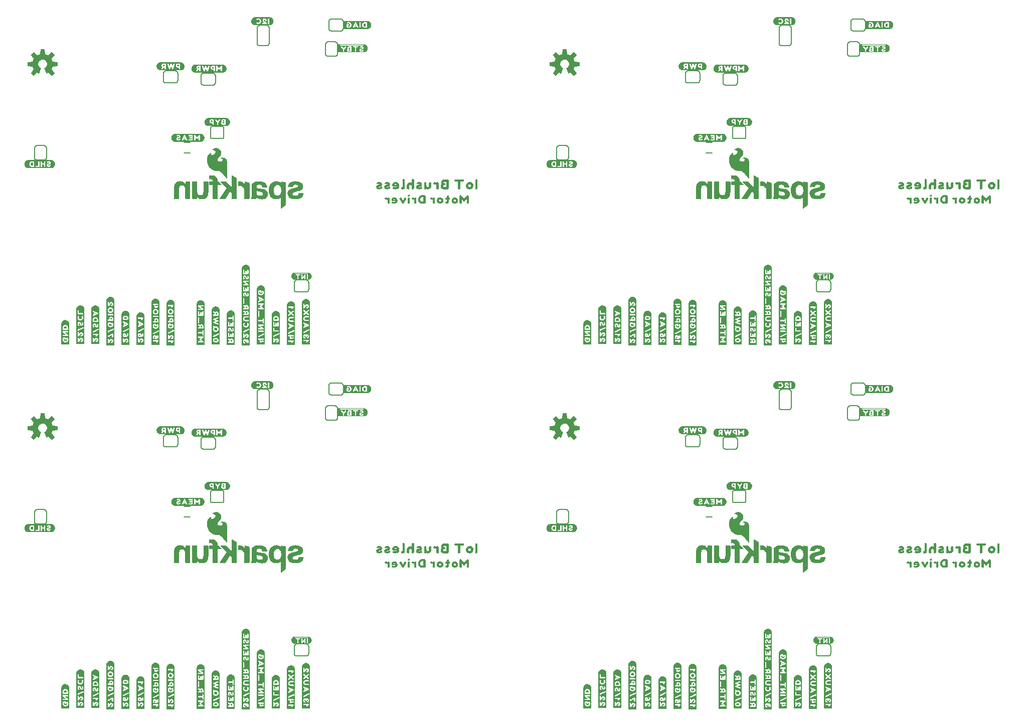
<source format=gbo>
G04 EAGLE Gerber RS-274X export*
G75*
%MOMM*%
%FSLAX34Y34*%
%LPD*%
%INSilkscreen Bottom*%
%IPPOS*%
%AMOC8*
5,1,8,0,0,1.08239X$1,22.5*%
G01*
%ADD10C,0.203200*%
%ADD11C,0.152400*%

G36*
X1268691Y647099D02*
X1268691Y647099D01*
X1268698Y647094D01*
X1269198Y647294D01*
X1269213Y647318D01*
X1269220Y647324D01*
X1269218Y647327D01*
X1269223Y647335D01*
X1269229Y647340D01*
X1269229Y777140D01*
X1269226Y777144D01*
X1269229Y777147D01*
X1269029Y778547D01*
X1269024Y778552D01*
X1269027Y778556D01*
X1268827Y779156D01*
X1268824Y779157D01*
X1268825Y779159D01*
X1268525Y779859D01*
X1268523Y779861D01*
X1268524Y779862D01*
X1268224Y780462D01*
X1268221Y780463D01*
X1268222Y780465D01*
X1267922Y780965D01*
X1267914Y780969D01*
X1267915Y780975D01*
X1266915Y781975D01*
X1266911Y781975D01*
X1266911Y781978D01*
X1265911Y782778D01*
X1265903Y782779D01*
X1265902Y782784D01*
X1265302Y783084D01*
X1265300Y783084D01*
X1265299Y783085D01*
X1264599Y783385D01*
X1264596Y783385D01*
X1264596Y783387D01*
X1263996Y783587D01*
X1263989Y783585D01*
X1263987Y783589D01*
X1262587Y783789D01*
X1262582Y783786D01*
X1262580Y783789D01*
X1261980Y783789D01*
X1261976Y783786D01*
X1261973Y783789D01*
X1261273Y783689D01*
X1261269Y783685D01*
X1261266Y783687D01*
X1260566Y783487D01*
X1260565Y783486D01*
X1260564Y783487D01*
X1259364Y783087D01*
X1259359Y783079D01*
X1259353Y783081D01*
X1258153Y782281D01*
X1258152Y782278D01*
X1258149Y782278D01*
X1257649Y781878D01*
X1257648Y781874D01*
X1257645Y781875D01*
X1257145Y781375D01*
X1257145Y781371D01*
X1257142Y781371D01*
X1256742Y780871D01*
X1256741Y780863D01*
X1256736Y780862D01*
X1256136Y779662D01*
X1256136Y779660D01*
X1256135Y779659D01*
X1255835Y778959D01*
X1255837Y778951D01*
X1255831Y778948D01*
X1255731Y778348D01*
X1255732Y778347D01*
X1255731Y778347D01*
X1255531Y776947D01*
X1255534Y776942D01*
X1255531Y776940D01*
X1255531Y647640D01*
X1255539Y647629D01*
X1255534Y647622D01*
X1255734Y647122D01*
X1255775Y647097D01*
X1255780Y647091D01*
X1268680Y647091D01*
X1268691Y647099D01*
G37*
G36*
X387311Y647099D02*
X387311Y647099D01*
X387318Y647094D01*
X387818Y647294D01*
X387833Y647318D01*
X387840Y647324D01*
X387838Y647327D01*
X387843Y647335D01*
X387849Y647340D01*
X387849Y777140D01*
X387846Y777144D01*
X387849Y777147D01*
X387649Y778547D01*
X387644Y778552D01*
X387647Y778556D01*
X387447Y779156D01*
X387444Y779157D01*
X387445Y779159D01*
X387145Y779859D01*
X387143Y779861D01*
X387144Y779862D01*
X386844Y780462D01*
X386841Y780463D01*
X386842Y780465D01*
X386542Y780965D01*
X386534Y780969D01*
X386535Y780975D01*
X385535Y781975D01*
X385531Y781975D01*
X385531Y781978D01*
X384531Y782778D01*
X384523Y782779D01*
X384522Y782784D01*
X383922Y783084D01*
X383920Y783084D01*
X383919Y783085D01*
X383219Y783385D01*
X383216Y783385D01*
X383216Y783387D01*
X382616Y783587D01*
X382609Y783585D01*
X382607Y783589D01*
X381207Y783789D01*
X381202Y783786D01*
X381200Y783789D01*
X380600Y783789D01*
X380596Y783786D01*
X380593Y783789D01*
X379893Y783689D01*
X379889Y783685D01*
X379886Y783687D01*
X379186Y783487D01*
X379185Y783486D01*
X379184Y783487D01*
X377984Y783087D01*
X377979Y783079D01*
X377973Y783081D01*
X376773Y782281D01*
X376772Y782278D01*
X376769Y782278D01*
X376269Y781878D01*
X376268Y781874D01*
X376265Y781875D01*
X375765Y781375D01*
X375765Y781371D01*
X375762Y781371D01*
X375362Y780871D01*
X375361Y780863D01*
X375356Y780862D01*
X374756Y779662D01*
X374756Y779660D01*
X374755Y779659D01*
X374455Y778959D01*
X374457Y778951D01*
X374451Y778948D01*
X374351Y778348D01*
X374352Y778347D01*
X374351Y778347D01*
X374151Y776947D01*
X374154Y776942D01*
X374151Y776940D01*
X374151Y647640D01*
X374159Y647629D01*
X374154Y647622D01*
X374354Y647122D01*
X374395Y647097D01*
X374400Y647091D01*
X387300Y647091D01*
X387311Y647099D01*
G37*
G36*
X1268691Y32419D02*
X1268691Y32419D01*
X1268698Y32414D01*
X1269198Y32614D01*
X1269213Y32638D01*
X1269220Y32644D01*
X1269218Y32647D01*
X1269223Y32655D01*
X1269229Y32660D01*
X1269229Y162460D01*
X1269226Y162464D01*
X1269229Y162467D01*
X1269029Y163867D01*
X1269024Y163872D01*
X1269027Y163876D01*
X1268827Y164476D01*
X1268824Y164477D01*
X1268825Y164479D01*
X1268525Y165179D01*
X1268523Y165181D01*
X1268524Y165182D01*
X1268224Y165782D01*
X1268221Y165783D01*
X1268222Y165785D01*
X1267922Y166285D01*
X1267914Y166289D01*
X1267915Y166295D01*
X1266915Y167295D01*
X1266911Y167295D01*
X1266911Y167298D01*
X1265911Y168098D01*
X1265903Y168099D01*
X1265902Y168104D01*
X1265302Y168404D01*
X1265300Y168404D01*
X1265299Y168405D01*
X1264599Y168705D01*
X1264596Y168705D01*
X1264596Y168707D01*
X1263996Y168907D01*
X1263989Y168905D01*
X1263987Y168909D01*
X1262587Y169109D01*
X1262582Y169106D01*
X1262580Y169109D01*
X1261980Y169109D01*
X1261976Y169106D01*
X1261973Y169109D01*
X1261273Y169009D01*
X1261269Y169005D01*
X1261266Y169007D01*
X1260566Y168807D01*
X1260565Y168806D01*
X1260564Y168807D01*
X1259364Y168407D01*
X1259359Y168399D01*
X1259353Y168401D01*
X1258153Y167601D01*
X1258152Y167598D01*
X1258149Y167598D01*
X1257649Y167198D01*
X1257648Y167194D01*
X1257645Y167195D01*
X1257145Y166695D01*
X1257145Y166691D01*
X1257142Y166691D01*
X1256742Y166191D01*
X1256741Y166183D01*
X1256736Y166182D01*
X1256136Y164982D01*
X1256136Y164980D01*
X1256135Y164979D01*
X1255835Y164279D01*
X1255837Y164271D01*
X1255831Y164268D01*
X1255731Y163668D01*
X1255732Y163667D01*
X1255731Y163667D01*
X1255531Y162267D01*
X1255534Y162262D01*
X1255531Y162260D01*
X1255531Y32960D01*
X1255539Y32949D01*
X1255534Y32942D01*
X1255734Y32442D01*
X1255775Y32417D01*
X1255780Y32411D01*
X1268680Y32411D01*
X1268691Y32419D01*
G37*
G36*
X387311Y32419D02*
X387311Y32419D01*
X387318Y32414D01*
X387818Y32614D01*
X387833Y32638D01*
X387840Y32644D01*
X387838Y32647D01*
X387843Y32655D01*
X387849Y32660D01*
X387849Y162460D01*
X387846Y162464D01*
X387849Y162467D01*
X387649Y163867D01*
X387644Y163872D01*
X387647Y163876D01*
X387447Y164476D01*
X387444Y164477D01*
X387445Y164479D01*
X387145Y165179D01*
X387143Y165181D01*
X387144Y165182D01*
X386844Y165782D01*
X386841Y165783D01*
X386842Y165785D01*
X386542Y166285D01*
X386534Y166289D01*
X386535Y166295D01*
X385535Y167295D01*
X385531Y167295D01*
X385531Y167298D01*
X384531Y168098D01*
X384523Y168099D01*
X384522Y168104D01*
X383922Y168404D01*
X383920Y168404D01*
X383919Y168405D01*
X383219Y168705D01*
X383216Y168705D01*
X383216Y168707D01*
X382616Y168907D01*
X382609Y168905D01*
X382607Y168909D01*
X381207Y169109D01*
X381202Y169106D01*
X381200Y169109D01*
X380600Y169109D01*
X380596Y169106D01*
X380593Y169109D01*
X379893Y169009D01*
X379889Y169005D01*
X379886Y169007D01*
X379186Y168807D01*
X379185Y168806D01*
X379184Y168807D01*
X377984Y168407D01*
X377979Y168399D01*
X377973Y168401D01*
X376773Y167601D01*
X376772Y167598D01*
X376769Y167598D01*
X376269Y167198D01*
X376268Y167194D01*
X376265Y167195D01*
X375765Y166695D01*
X375765Y166691D01*
X375762Y166691D01*
X375362Y166191D01*
X375361Y166183D01*
X375356Y166182D01*
X374756Y164982D01*
X374756Y164980D01*
X374755Y164979D01*
X374455Y164279D01*
X374457Y164271D01*
X374451Y164268D01*
X374351Y163668D01*
X374352Y163667D01*
X374351Y163667D01*
X374151Y162267D01*
X374154Y162262D01*
X374151Y162260D01*
X374151Y32960D01*
X374159Y32949D01*
X374154Y32942D01*
X374354Y32442D01*
X374395Y32417D01*
X374400Y32411D01*
X387300Y32411D01*
X387311Y32419D01*
G37*
G36*
X412609Y648788D02*
X412609Y648788D01*
X412616Y648783D01*
X413216Y648983D01*
X413234Y649011D01*
X413238Y649014D01*
X413237Y649015D01*
X413246Y649027D01*
X413249Y649030D01*
X413249Y742430D01*
X413246Y742435D01*
X413249Y742438D01*
X413149Y743038D01*
X413049Y743737D01*
X413045Y743741D01*
X413047Y743744D01*
X412847Y744444D01*
X412846Y744445D01*
X412847Y744446D01*
X412647Y745046D01*
X412642Y745049D01*
X412644Y745052D01*
X412344Y745652D01*
X412340Y745654D01*
X412341Y745657D01*
X411941Y746257D01*
X411938Y746258D01*
X411938Y746261D01*
X411538Y746761D01*
X411534Y746762D01*
X411535Y746765D01*
X411035Y747265D01*
X411031Y747265D01*
X411031Y747268D01*
X410531Y747668D01*
X410527Y747669D01*
X410527Y747671D01*
X409927Y748071D01*
X409923Y748071D01*
X409922Y748074D01*
X408722Y748674D01*
X408715Y748673D01*
X408714Y748677D01*
X408014Y748877D01*
X408010Y748876D01*
X408008Y748879D01*
X407408Y748979D01*
X407403Y748976D01*
X407400Y748979D01*
X405300Y748979D01*
X405291Y748972D01*
X405284Y748977D01*
X404685Y748777D01*
X403986Y748577D01*
X403982Y748572D01*
X403978Y748574D01*
X402778Y747974D01*
X402775Y747967D01*
X402769Y747968D01*
X402271Y747570D01*
X401673Y747171D01*
X401669Y747161D01*
X401662Y747161D01*
X400862Y746161D01*
X400861Y746157D01*
X400859Y746157D01*
X400459Y745557D01*
X400459Y745553D01*
X400456Y745552D01*
X400156Y744952D01*
X400157Y744947D01*
X400153Y744946D01*
X399953Y744346D01*
X399954Y744344D01*
X399953Y744344D01*
X399937Y744290D01*
X399923Y744241D01*
X399881Y744093D01*
X399839Y743945D01*
X399825Y743896D01*
X399783Y743748D01*
X399753Y743644D01*
X399755Y743639D01*
X399751Y743637D01*
X399651Y742938D01*
X399551Y742338D01*
X399554Y742333D01*
X399551Y742330D01*
X399551Y649430D01*
X399554Y649425D01*
X399551Y649422D01*
X399651Y648822D01*
X399695Y648781D01*
X399698Y648784D01*
X399700Y648781D01*
X412600Y648781D01*
X412609Y648788D01*
G37*
G36*
X1293989Y34108D02*
X1293989Y34108D01*
X1293996Y34103D01*
X1294596Y34303D01*
X1294614Y34331D01*
X1294618Y34334D01*
X1294617Y34335D01*
X1294626Y34347D01*
X1294629Y34350D01*
X1294629Y127750D01*
X1294626Y127755D01*
X1294629Y127758D01*
X1294529Y128358D01*
X1294429Y129057D01*
X1294425Y129061D01*
X1294427Y129064D01*
X1294227Y129764D01*
X1294226Y129765D01*
X1294227Y129766D01*
X1294027Y130366D01*
X1294022Y130369D01*
X1294024Y130372D01*
X1293724Y130972D01*
X1293720Y130974D01*
X1293721Y130977D01*
X1293321Y131577D01*
X1293318Y131578D01*
X1293318Y131581D01*
X1292918Y132081D01*
X1292914Y132082D01*
X1292915Y132085D01*
X1292415Y132585D01*
X1292411Y132585D01*
X1292411Y132588D01*
X1291911Y132988D01*
X1291907Y132989D01*
X1291907Y132991D01*
X1291307Y133391D01*
X1291303Y133391D01*
X1291302Y133394D01*
X1290102Y133994D01*
X1290095Y133993D01*
X1290094Y133997D01*
X1289394Y134197D01*
X1289390Y134196D01*
X1289388Y134199D01*
X1288788Y134299D01*
X1288783Y134296D01*
X1288780Y134299D01*
X1286680Y134299D01*
X1286671Y134292D01*
X1286664Y134297D01*
X1286065Y134097D01*
X1285366Y133897D01*
X1285362Y133892D01*
X1285358Y133894D01*
X1284158Y133294D01*
X1284155Y133287D01*
X1284149Y133288D01*
X1283651Y132890D01*
X1283053Y132491D01*
X1283049Y132481D01*
X1283042Y132481D01*
X1282242Y131481D01*
X1282241Y131477D01*
X1282239Y131477D01*
X1281839Y130877D01*
X1281839Y130873D01*
X1281836Y130872D01*
X1281536Y130272D01*
X1281537Y130267D01*
X1281533Y130266D01*
X1281333Y129666D01*
X1281334Y129664D01*
X1281333Y129664D01*
X1281317Y129610D01*
X1281303Y129561D01*
X1281261Y129413D01*
X1281219Y129265D01*
X1281205Y129216D01*
X1281163Y129068D01*
X1281133Y128964D01*
X1281135Y128959D01*
X1281131Y128957D01*
X1281031Y128258D01*
X1280931Y127658D01*
X1280934Y127653D01*
X1280931Y127650D01*
X1280931Y34750D01*
X1280934Y34745D01*
X1280931Y34742D01*
X1281031Y34142D01*
X1281075Y34101D01*
X1281078Y34104D01*
X1281080Y34101D01*
X1293980Y34101D01*
X1293989Y34108D01*
G37*
G36*
X412609Y34108D02*
X412609Y34108D01*
X412616Y34103D01*
X413216Y34303D01*
X413234Y34331D01*
X413238Y34334D01*
X413237Y34335D01*
X413246Y34347D01*
X413249Y34350D01*
X413249Y127750D01*
X413246Y127755D01*
X413249Y127758D01*
X413149Y128358D01*
X413049Y129057D01*
X413045Y129061D01*
X413047Y129064D01*
X412847Y129764D01*
X412846Y129765D01*
X412847Y129766D01*
X412647Y130366D01*
X412642Y130369D01*
X412644Y130372D01*
X412344Y130972D01*
X412340Y130974D01*
X412341Y130977D01*
X411941Y131577D01*
X411938Y131578D01*
X411938Y131581D01*
X411538Y132081D01*
X411534Y132082D01*
X411535Y132085D01*
X411035Y132585D01*
X411031Y132585D01*
X411031Y132588D01*
X410531Y132988D01*
X410527Y132989D01*
X410527Y132991D01*
X409927Y133391D01*
X409923Y133391D01*
X409922Y133394D01*
X408722Y133994D01*
X408715Y133993D01*
X408714Y133997D01*
X408014Y134197D01*
X408010Y134196D01*
X408008Y134199D01*
X407408Y134299D01*
X407403Y134296D01*
X407400Y134299D01*
X405300Y134299D01*
X405291Y134292D01*
X405284Y134297D01*
X404685Y134097D01*
X403986Y133897D01*
X403982Y133892D01*
X403978Y133894D01*
X402778Y133294D01*
X402775Y133287D01*
X402769Y133288D01*
X402271Y132890D01*
X401673Y132491D01*
X401669Y132481D01*
X401662Y132481D01*
X400862Y131481D01*
X400861Y131477D01*
X400859Y131477D01*
X400459Y130877D01*
X400459Y130873D01*
X400456Y130872D01*
X400156Y130272D01*
X400157Y130267D01*
X400153Y130266D01*
X399953Y129666D01*
X399954Y129664D01*
X399953Y129664D01*
X399937Y129610D01*
X399923Y129561D01*
X399881Y129413D01*
X399839Y129265D01*
X399825Y129216D01*
X399783Y129068D01*
X399753Y128964D01*
X399755Y128959D01*
X399751Y128957D01*
X399651Y128258D01*
X399551Y127658D01*
X399554Y127653D01*
X399551Y127650D01*
X399551Y34750D01*
X399554Y34745D01*
X399551Y34742D01*
X399651Y34142D01*
X399695Y34101D01*
X399698Y34104D01*
X399700Y34101D01*
X412600Y34101D01*
X412609Y34108D01*
G37*
G36*
X1293989Y648788D02*
X1293989Y648788D01*
X1293996Y648783D01*
X1294596Y648983D01*
X1294614Y649011D01*
X1294618Y649014D01*
X1294617Y649015D01*
X1294626Y649027D01*
X1294629Y649030D01*
X1294629Y742430D01*
X1294626Y742435D01*
X1294629Y742438D01*
X1294529Y743038D01*
X1294429Y743737D01*
X1294425Y743741D01*
X1294427Y743744D01*
X1294227Y744444D01*
X1294226Y744445D01*
X1294227Y744446D01*
X1294027Y745046D01*
X1294022Y745049D01*
X1294024Y745052D01*
X1293724Y745652D01*
X1293720Y745654D01*
X1293721Y745657D01*
X1293321Y746257D01*
X1293318Y746258D01*
X1293318Y746261D01*
X1292918Y746761D01*
X1292914Y746762D01*
X1292915Y746765D01*
X1292415Y747265D01*
X1292411Y747265D01*
X1292411Y747268D01*
X1291911Y747668D01*
X1291907Y747669D01*
X1291907Y747671D01*
X1291307Y748071D01*
X1291303Y748071D01*
X1291302Y748074D01*
X1290102Y748674D01*
X1290095Y748673D01*
X1290094Y748677D01*
X1289394Y748877D01*
X1289390Y748876D01*
X1289388Y748879D01*
X1288788Y748979D01*
X1288783Y748976D01*
X1288780Y748979D01*
X1286680Y748979D01*
X1286671Y748972D01*
X1286664Y748977D01*
X1286065Y748777D01*
X1285366Y748577D01*
X1285362Y748572D01*
X1285358Y748574D01*
X1284158Y747974D01*
X1284155Y747967D01*
X1284149Y747968D01*
X1283651Y747570D01*
X1283053Y747171D01*
X1283049Y747161D01*
X1283042Y747161D01*
X1282242Y746161D01*
X1282241Y746157D01*
X1282239Y746157D01*
X1281839Y745557D01*
X1281839Y745553D01*
X1281836Y745552D01*
X1281536Y744952D01*
X1281537Y744947D01*
X1281533Y744946D01*
X1281333Y744346D01*
X1281334Y744344D01*
X1281333Y744344D01*
X1281317Y744290D01*
X1281303Y744241D01*
X1281261Y744093D01*
X1281219Y743945D01*
X1281205Y743896D01*
X1281163Y743748D01*
X1281133Y743644D01*
X1281135Y743639D01*
X1281131Y743637D01*
X1281031Y742938D01*
X1280931Y742338D01*
X1280934Y742333D01*
X1280931Y742330D01*
X1280931Y649430D01*
X1280934Y649425D01*
X1280931Y649422D01*
X1281031Y648822D01*
X1281075Y648781D01*
X1281078Y648784D01*
X1281080Y648781D01*
X1293980Y648781D01*
X1293989Y648788D01*
G37*
G36*
X934905Y487930D02*
X934905Y487930D01*
X934961Y487930D01*
X934989Y487945D01*
X935021Y487950D01*
X935080Y487990D01*
X935116Y488008D01*
X935125Y488020D01*
X935141Y488031D01*
X939449Y492339D01*
X939466Y492366D01*
X939490Y492387D01*
X939511Y492439D01*
X939540Y492486D01*
X939543Y492518D01*
X939555Y492548D01*
X939552Y492603D01*
X939557Y492659D01*
X939545Y492689D01*
X939543Y492721D01*
X939509Y492784D01*
X939495Y492821D01*
X939484Y492831D01*
X939475Y492848D01*
X934508Y498939D01*
X935697Y501249D01*
X935704Y501275D01*
X935721Y501307D01*
X936513Y503781D01*
X944332Y504575D01*
X944363Y504585D01*
X944395Y504586D01*
X944444Y504613D01*
X944496Y504631D01*
X944519Y504654D01*
X944547Y504669D01*
X944579Y504715D01*
X944618Y504754D01*
X944628Y504785D01*
X944647Y504811D01*
X944660Y504881D01*
X944673Y504919D01*
X944671Y504934D01*
X944674Y504953D01*
X944674Y511047D01*
X944667Y511078D01*
X944669Y511110D01*
X944647Y511161D01*
X944635Y511216D01*
X944614Y511240D01*
X944602Y511270D01*
X944560Y511306D01*
X944525Y511349D01*
X944495Y511362D01*
X944471Y511383D01*
X944402Y511404D01*
X944366Y511420D01*
X944351Y511420D01*
X944332Y511425D01*
X936513Y512219D01*
X935721Y514693D01*
X935708Y514716D01*
X935697Y514751D01*
X934508Y517061D01*
X939475Y523152D01*
X939489Y523180D01*
X939510Y523204D01*
X939526Y523257D01*
X939551Y523307D01*
X939551Y523339D01*
X939560Y523370D01*
X939550Y523425D01*
X939550Y523481D01*
X939535Y523509D01*
X939530Y523541D01*
X939490Y523600D01*
X939472Y523636D01*
X939460Y523645D01*
X939449Y523661D01*
X935141Y527969D01*
X935114Y527986D01*
X935093Y528010D01*
X935041Y528031D01*
X934994Y528060D01*
X934962Y528063D01*
X934932Y528075D01*
X934877Y528072D01*
X934821Y528077D01*
X934791Y528065D01*
X934759Y528063D01*
X934696Y528029D01*
X934659Y528015D01*
X934649Y528004D01*
X934632Y527995D01*
X928541Y523028D01*
X926231Y524217D01*
X926205Y524224D01*
X926173Y524241D01*
X923699Y525033D01*
X922905Y532852D01*
X922897Y532878D01*
X922896Y532890D01*
X922895Y532893D01*
X922894Y532915D01*
X922867Y532964D01*
X922849Y533016D01*
X922826Y533039D01*
X922811Y533067D01*
X922765Y533099D01*
X922726Y533138D01*
X922695Y533148D01*
X922669Y533167D01*
X922599Y533180D01*
X922561Y533193D01*
X922546Y533191D01*
X922527Y533194D01*
X916433Y533194D01*
X916402Y533187D01*
X916370Y533189D01*
X916319Y533167D01*
X916264Y533155D01*
X916240Y533134D01*
X916210Y533122D01*
X916174Y533080D01*
X916131Y533045D01*
X916118Y533015D01*
X916097Y532991D01*
X916076Y532922D01*
X916060Y532886D01*
X916060Y532871D01*
X916058Y532864D01*
X916057Y532862D01*
X916057Y532861D01*
X916055Y532852D01*
X915261Y525033D01*
X912787Y524241D01*
X912764Y524228D01*
X912729Y524217D01*
X910419Y523028D01*
X904328Y527995D01*
X904300Y528009D01*
X904276Y528030D01*
X904223Y528046D01*
X904173Y528071D01*
X904141Y528071D01*
X904110Y528080D01*
X904055Y528070D01*
X903999Y528070D01*
X903971Y528055D01*
X903939Y528050D01*
X903880Y528010D01*
X903845Y527992D01*
X903835Y527980D01*
X903819Y527969D01*
X899511Y523661D01*
X899494Y523634D01*
X899470Y523613D01*
X899449Y523561D01*
X899420Y523514D01*
X899417Y523482D01*
X899405Y523452D01*
X899409Y523397D01*
X899403Y523341D01*
X899415Y523311D01*
X899417Y523279D01*
X899451Y523216D01*
X899465Y523179D01*
X899476Y523169D01*
X899485Y523152D01*
X904452Y517061D01*
X903263Y514751D01*
X903256Y514725D01*
X903239Y514693D01*
X902447Y512219D01*
X894628Y511425D01*
X894597Y511415D01*
X894565Y511414D01*
X894516Y511387D01*
X894464Y511369D01*
X894441Y511346D01*
X894413Y511331D01*
X894381Y511285D01*
X894342Y511246D01*
X894332Y511215D01*
X894313Y511189D01*
X894300Y511119D01*
X894287Y511081D01*
X894289Y511066D01*
X894286Y511047D01*
X894286Y504953D01*
X894293Y504922D01*
X894291Y504890D01*
X894313Y504839D01*
X894325Y504784D01*
X894346Y504760D01*
X894358Y504730D01*
X894400Y504694D01*
X894435Y504651D01*
X894465Y504638D01*
X894489Y504617D01*
X894558Y504596D01*
X894594Y504580D01*
X894609Y504580D01*
X894628Y504575D01*
X902447Y503781D01*
X903239Y501307D01*
X903252Y501284D01*
X903263Y501249D01*
X904452Y498939D01*
X899485Y492848D01*
X899471Y492820D01*
X899450Y492796D01*
X899434Y492743D01*
X899409Y492693D01*
X899409Y492661D01*
X899400Y492630D01*
X899410Y492575D01*
X899410Y492519D01*
X899425Y492491D01*
X899430Y492459D01*
X899470Y492400D01*
X899488Y492365D01*
X899500Y492355D01*
X899511Y492339D01*
X903819Y488031D01*
X903846Y488014D01*
X903867Y487990D01*
X903919Y487969D01*
X903966Y487940D01*
X903998Y487937D01*
X904028Y487925D01*
X904083Y487929D01*
X904139Y487923D01*
X904169Y487935D01*
X904201Y487937D01*
X904264Y487971D01*
X904301Y487985D01*
X904311Y487996D01*
X904328Y488005D01*
X910419Y492972D01*
X912728Y491782D01*
X912792Y491766D01*
X912855Y491743D01*
X912876Y491745D01*
X912896Y491740D01*
X912961Y491754D01*
X913027Y491761D01*
X913045Y491772D01*
X913065Y491777D01*
X913117Y491818D01*
X913173Y491854D01*
X913186Y491873D01*
X913201Y491885D01*
X913217Y491920D01*
X913253Y491974D01*
X916841Y500636D01*
X916846Y500668D01*
X916860Y500696D01*
X916860Y500752D01*
X916869Y500807D01*
X916860Y500838D01*
X916860Y500869D01*
X916835Y500920D01*
X916819Y500973D01*
X916797Y500996D01*
X916783Y501025D01*
X916727Y501071D01*
X916700Y501099D01*
X916686Y501104D01*
X916671Y501117D01*
X915294Y501861D01*
X914128Y502845D01*
X913188Y504047D01*
X912514Y505415D01*
X912133Y506893D01*
X912061Y508417D01*
X912303Y509923D01*
X912847Y511349D01*
X913671Y512633D01*
X914740Y513722D01*
X916008Y514570D01*
X917423Y515140D01*
X918925Y515410D01*
X920450Y515367D01*
X921934Y515014D01*
X923315Y514364D01*
X924534Y513447D01*
X925540Y512300D01*
X926291Y510971D01*
X926754Y509518D01*
X926911Y507999D01*
X926768Y506550D01*
X926345Y505156D01*
X925659Y503872D01*
X924735Y502746D01*
X923609Y501822D01*
X922291Y501117D01*
X922266Y501096D01*
X922237Y501082D01*
X922202Y501039D01*
X922161Y501003D01*
X922148Y500973D01*
X922128Y500948D01*
X922116Y500894D01*
X922095Y500843D01*
X922097Y500810D01*
X922090Y500778D01*
X922104Y500709D01*
X922107Y500670D01*
X922115Y500656D01*
X922119Y500636D01*
X925707Y491974D01*
X925746Y491920D01*
X925778Y491863D01*
X925795Y491851D01*
X925808Y491834D01*
X925866Y491803D01*
X925921Y491765D01*
X925942Y491762D01*
X925961Y491752D01*
X926027Y491751D01*
X926093Y491741D01*
X926116Y491748D01*
X926134Y491747D01*
X926169Y491764D01*
X926232Y491782D01*
X928541Y492972D01*
X934632Y488005D01*
X934660Y487991D01*
X934684Y487970D01*
X934737Y487954D01*
X934787Y487929D01*
X934819Y487929D01*
X934850Y487920D01*
X934905Y487930D01*
G37*
G36*
X53525Y487930D02*
X53525Y487930D01*
X53581Y487930D01*
X53609Y487945D01*
X53641Y487950D01*
X53700Y487990D01*
X53736Y488008D01*
X53745Y488020D01*
X53761Y488031D01*
X58069Y492339D01*
X58086Y492366D01*
X58110Y492387D01*
X58131Y492439D01*
X58160Y492486D01*
X58163Y492518D01*
X58175Y492548D01*
X58172Y492603D01*
X58177Y492659D01*
X58165Y492689D01*
X58163Y492721D01*
X58129Y492784D01*
X58115Y492821D01*
X58104Y492831D01*
X58095Y492848D01*
X53128Y498939D01*
X54317Y501249D01*
X54324Y501275D01*
X54341Y501307D01*
X55133Y503781D01*
X62952Y504575D01*
X62983Y504585D01*
X63015Y504586D01*
X63064Y504613D01*
X63116Y504631D01*
X63139Y504654D01*
X63167Y504669D01*
X63199Y504715D01*
X63238Y504754D01*
X63248Y504785D01*
X63267Y504811D01*
X63280Y504881D01*
X63293Y504919D01*
X63291Y504934D01*
X63294Y504953D01*
X63294Y511047D01*
X63287Y511078D01*
X63289Y511110D01*
X63267Y511161D01*
X63255Y511216D01*
X63234Y511240D01*
X63222Y511270D01*
X63180Y511306D01*
X63145Y511349D01*
X63115Y511362D01*
X63091Y511383D01*
X63022Y511404D01*
X62986Y511420D01*
X62971Y511420D01*
X62952Y511425D01*
X55133Y512219D01*
X54341Y514693D01*
X54328Y514716D01*
X54317Y514751D01*
X53128Y517061D01*
X58095Y523152D01*
X58109Y523180D01*
X58130Y523204D01*
X58146Y523257D01*
X58171Y523307D01*
X58171Y523339D01*
X58180Y523370D01*
X58170Y523425D01*
X58170Y523481D01*
X58155Y523509D01*
X58150Y523541D01*
X58110Y523600D01*
X58092Y523636D01*
X58080Y523645D01*
X58069Y523661D01*
X53761Y527969D01*
X53734Y527986D01*
X53713Y528010D01*
X53661Y528031D01*
X53614Y528060D01*
X53582Y528063D01*
X53552Y528075D01*
X53497Y528072D01*
X53441Y528077D01*
X53411Y528065D01*
X53379Y528063D01*
X53316Y528029D01*
X53279Y528015D01*
X53269Y528004D01*
X53252Y527995D01*
X47161Y523028D01*
X44851Y524217D01*
X44825Y524224D01*
X44793Y524241D01*
X42319Y525033D01*
X41525Y532852D01*
X41517Y532878D01*
X41516Y532890D01*
X41515Y532893D01*
X41514Y532915D01*
X41487Y532964D01*
X41469Y533016D01*
X41446Y533039D01*
X41431Y533067D01*
X41385Y533099D01*
X41346Y533138D01*
X41315Y533148D01*
X41289Y533167D01*
X41219Y533180D01*
X41181Y533193D01*
X41166Y533191D01*
X41147Y533194D01*
X35053Y533194D01*
X35022Y533187D01*
X34990Y533189D01*
X34939Y533167D01*
X34884Y533155D01*
X34860Y533134D01*
X34830Y533122D01*
X34794Y533080D01*
X34751Y533045D01*
X34738Y533015D01*
X34717Y532991D01*
X34696Y532922D01*
X34680Y532886D01*
X34680Y532871D01*
X34678Y532864D01*
X34677Y532862D01*
X34677Y532861D01*
X34675Y532852D01*
X33881Y525033D01*
X31407Y524241D01*
X31384Y524228D01*
X31349Y524217D01*
X29039Y523028D01*
X22948Y527995D01*
X22920Y528009D01*
X22896Y528030D01*
X22843Y528046D01*
X22793Y528071D01*
X22761Y528071D01*
X22730Y528080D01*
X22675Y528070D01*
X22619Y528070D01*
X22591Y528055D01*
X22559Y528050D01*
X22500Y528010D01*
X22465Y527992D01*
X22455Y527980D01*
X22439Y527969D01*
X18131Y523661D01*
X18114Y523634D01*
X18090Y523613D01*
X18069Y523561D01*
X18040Y523514D01*
X18037Y523482D01*
X18025Y523452D01*
X18029Y523397D01*
X18023Y523341D01*
X18035Y523311D01*
X18037Y523279D01*
X18071Y523216D01*
X18085Y523179D01*
X18096Y523169D01*
X18105Y523152D01*
X23072Y517061D01*
X21883Y514751D01*
X21876Y514725D01*
X21859Y514693D01*
X21067Y512219D01*
X13248Y511425D01*
X13217Y511415D01*
X13185Y511414D01*
X13136Y511387D01*
X13084Y511369D01*
X13061Y511346D01*
X13033Y511331D01*
X13001Y511285D01*
X12962Y511246D01*
X12952Y511215D01*
X12933Y511189D01*
X12920Y511119D01*
X12907Y511081D01*
X12909Y511066D01*
X12906Y511047D01*
X12906Y504953D01*
X12913Y504922D01*
X12911Y504890D01*
X12933Y504839D01*
X12945Y504784D01*
X12966Y504760D01*
X12978Y504730D01*
X13020Y504694D01*
X13055Y504651D01*
X13085Y504638D01*
X13109Y504617D01*
X13178Y504596D01*
X13214Y504580D01*
X13229Y504580D01*
X13248Y504575D01*
X21067Y503781D01*
X21859Y501307D01*
X21872Y501284D01*
X21883Y501249D01*
X23072Y498939D01*
X18105Y492848D01*
X18091Y492820D01*
X18070Y492796D01*
X18054Y492743D01*
X18029Y492693D01*
X18029Y492661D01*
X18020Y492630D01*
X18030Y492575D01*
X18030Y492519D01*
X18045Y492491D01*
X18050Y492459D01*
X18090Y492400D01*
X18108Y492365D01*
X18120Y492355D01*
X18131Y492339D01*
X22439Y488031D01*
X22466Y488014D01*
X22487Y487990D01*
X22539Y487969D01*
X22586Y487940D01*
X22618Y487937D01*
X22648Y487925D01*
X22703Y487929D01*
X22759Y487923D01*
X22789Y487935D01*
X22821Y487937D01*
X22884Y487971D01*
X22921Y487985D01*
X22931Y487996D01*
X22948Y488005D01*
X29039Y492972D01*
X31348Y491782D01*
X31412Y491766D01*
X31475Y491743D01*
X31496Y491745D01*
X31516Y491740D01*
X31581Y491754D01*
X31647Y491761D01*
X31665Y491772D01*
X31685Y491777D01*
X31737Y491818D01*
X31793Y491854D01*
X31806Y491873D01*
X31821Y491885D01*
X31837Y491920D01*
X31873Y491974D01*
X35461Y500636D01*
X35466Y500668D01*
X35480Y500696D01*
X35480Y500752D01*
X35489Y500807D01*
X35480Y500838D01*
X35480Y500869D01*
X35455Y500920D01*
X35439Y500973D01*
X35417Y500996D01*
X35403Y501025D01*
X35347Y501071D01*
X35320Y501099D01*
X35306Y501104D01*
X35291Y501117D01*
X33914Y501861D01*
X32748Y502845D01*
X31808Y504047D01*
X31134Y505415D01*
X30753Y506893D01*
X30681Y508417D01*
X30923Y509923D01*
X31467Y511349D01*
X32291Y512633D01*
X33360Y513722D01*
X34628Y514570D01*
X36043Y515140D01*
X37545Y515410D01*
X39070Y515367D01*
X40554Y515014D01*
X41935Y514364D01*
X43154Y513447D01*
X44160Y512300D01*
X44911Y510971D01*
X45374Y509518D01*
X45531Y507999D01*
X45388Y506550D01*
X44965Y505156D01*
X44279Y503872D01*
X43355Y502746D01*
X42229Y501822D01*
X40911Y501117D01*
X40886Y501096D01*
X40857Y501082D01*
X40822Y501039D01*
X40781Y501003D01*
X40768Y500973D01*
X40748Y500948D01*
X40736Y500894D01*
X40715Y500843D01*
X40717Y500810D01*
X40710Y500778D01*
X40724Y500709D01*
X40727Y500670D01*
X40735Y500656D01*
X40739Y500636D01*
X44327Y491974D01*
X44366Y491920D01*
X44398Y491863D01*
X44415Y491851D01*
X44428Y491834D01*
X44486Y491803D01*
X44541Y491765D01*
X44562Y491762D01*
X44581Y491752D01*
X44647Y491751D01*
X44713Y491741D01*
X44736Y491748D01*
X44754Y491747D01*
X44789Y491764D01*
X44852Y491782D01*
X47161Y492972D01*
X53252Y488005D01*
X53280Y487991D01*
X53304Y487970D01*
X53357Y487954D01*
X53407Y487929D01*
X53439Y487929D01*
X53470Y487920D01*
X53525Y487930D01*
G37*
G36*
X53525Y1102610D02*
X53525Y1102610D01*
X53581Y1102610D01*
X53609Y1102625D01*
X53641Y1102630D01*
X53700Y1102670D01*
X53736Y1102688D01*
X53745Y1102700D01*
X53761Y1102711D01*
X58069Y1107019D01*
X58086Y1107046D01*
X58110Y1107067D01*
X58131Y1107119D01*
X58160Y1107166D01*
X58163Y1107198D01*
X58175Y1107228D01*
X58172Y1107283D01*
X58177Y1107339D01*
X58165Y1107369D01*
X58163Y1107401D01*
X58129Y1107464D01*
X58115Y1107501D01*
X58104Y1107511D01*
X58095Y1107528D01*
X53128Y1113619D01*
X54317Y1115929D01*
X54324Y1115955D01*
X54341Y1115987D01*
X55133Y1118461D01*
X62952Y1119255D01*
X62983Y1119265D01*
X63015Y1119266D01*
X63064Y1119293D01*
X63116Y1119311D01*
X63139Y1119334D01*
X63167Y1119349D01*
X63199Y1119395D01*
X63238Y1119434D01*
X63248Y1119465D01*
X63267Y1119491D01*
X63280Y1119561D01*
X63293Y1119599D01*
X63291Y1119614D01*
X63294Y1119633D01*
X63294Y1125727D01*
X63287Y1125758D01*
X63289Y1125790D01*
X63267Y1125841D01*
X63255Y1125896D01*
X63234Y1125920D01*
X63222Y1125950D01*
X63180Y1125986D01*
X63145Y1126029D01*
X63115Y1126042D01*
X63091Y1126063D01*
X63022Y1126084D01*
X62986Y1126100D01*
X62971Y1126100D01*
X62952Y1126105D01*
X55133Y1126899D01*
X54341Y1129373D01*
X54328Y1129396D01*
X54317Y1129431D01*
X53128Y1131741D01*
X58095Y1137832D01*
X58109Y1137860D01*
X58130Y1137884D01*
X58146Y1137937D01*
X58171Y1137987D01*
X58171Y1138019D01*
X58180Y1138050D01*
X58170Y1138105D01*
X58170Y1138161D01*
X58155Y1138189D01*
X58150Y1138221D01*
X58110Y1138280D01*
X58092Y1138316D01*
X58080Y1138325D01*
X58069Y1138341D01*
X53761Y1142649D01*
X53734Y1142666D01*
X53713Y1142690D01*
X53661Y1142711D01*
X53614Y1142740D01*
X53582Y1142743D01*
X53552Y1142755D01*
X53497Y1142752D01*
X53441Y1142757D01*
X53411Y1142745D01*
X53379Y1142743D01*
X53316Y1142709D01*
X53279Y1142695D01*
X53269Y1142684D01*
X53252Y1142675D01*
X47161Y1137708D01*
X44851Y1138897D01*
X44825Y1138904D01*
X44793Y1138921D01*
X42319Y1139713D01*
X41525Y1147532D01*
X41517Y1147558D01*
X41516Y1147570D01*
X41515Y1147573D01*
X41514Y1147595D01*
X41487Y1147644D01*
X41469Y1147696D01*
X41446Y1147719D01*
X41431Y1147747D01*
X41385Y1147779D01*
X41346Y1147818D01*
X41315Y1147828D01*
X41289Y1147847D01*
X41219Y1147860D01*
X41181Y1147873D01*
X41166Y1147871D01*
X41147Y1147874D01*
X35053Y1147874D01*
X35022Y1147867D01*
X34990Y1147869D01*
X34939Y1147847D01*
X34884Y1147835D01*
X34860Y1147814D01*
X34830Y1147802D01*
X34794Y1147760D01*
X34751Y1147725D01*
X34738Y1147695D01*
X34717Y1147671D01*
X34696Y1147602D01*
X34680Y1147566D01*
X34680Y1147551D01*
X34678Y1147544D01*
X34677Y1147542D01*
X34677Y1147541D01*
X34675Y1147532D01*
X33881Y1139713D01*
X31407Y1138921D01*
X31384Y1138908D01*
X31349Y1138897D01*
X29039Y1137708D01*
X22948Y1142675D01*
X22920Y1142689D01*
X22896Y1142710D01*
X22843Y1142726D01*
X22793Y1142751D01*
X22761Y1142751D01*
X22730Y1142760D01*
X22675Y1142750D01*
X22619Y1142750D01*
X22591Y1142735D01*
X22559Y1142730D01*
X22500Y1142690D01*
X22465Y1142672D01*
X22455Y1142660D01*
X22439Y1142649D01*
X18131Y1138341D01*
X18114Y1138314D01*
X18090Y1138293D01*
X18069Y1138241D01*
X18040Y1138194D01*
X18037Y1138162D01*
X18025Y1138132D01*
X18029Y1138077D01*
X18023Y1138021D01*
X18035Y1137991D01*
X18037Y1137959D01*
X18071Y1137896D01*
X18085Y1137859D01*
X18096Y1137849D01*
X18105Y1137832D01*
X23072Y1131741D01*
X21883Y1129431D01*
X21876Y1129405D01*
X21859Y1129373D01*
X21067Y1126899D01*
X13248Y1126105D01*
X13217Y1126095D01*
X13185Y1126094D01*
X13136Y1126067D01*
X13084Y1126049D01*
X13061Y1126026D01*
X13033Y1126011D01*
X13001Y1125965D01*
X12962Y1125926D01*
X12952Y1125895D01*
X12933Y1125869D01*
X12920Y1125799D01*
X12907Y1125761D01*
X12909Y1125746D01*
X12906Y1125727D01*
X12906Y1119633D01*
X12913Y1119602D01*
X12911Y1119570D01*
X12933Y1119519D01*
X12945Y1119464D01*
X12966Y1119440D01*
X12978Y1119410D01*
X13020Y1119374D01*
X13055Y1119331D01*
X13085Y1119318D01*
X13109Y1119297D01*
X13178Y1119276D01*
X13214Y1119260D01*
X13229Y1119260D01*
X13248Y1119255D01*
X21067Y1118461D01*
X21859Y1115987D01*
X21872Y1115964D01*
X21883Y1115929D01*
X23072Y1113619D01*
X18105Y1107528D01*
X18091Y1107500D01*
X18070Y1107476D01*
X18054Y1107423D01*
X18029Y1107373D01*
X18029Y1107341D01*
X18020Y1107310D01*
X18030Y1107255D01*
X18030Y1107199D01*
X18045Y1107171D01*
X18050Y1107139D01*
X18090Y1107080D01*
X18108Y1107045D01*
X18120Y1107035D01*
X18131Y1107019D01*
X22439Y1102711D01*
X22466Y1102694D01*
X22487Y1102670D01*
X22539Y1102649D01*
X22586Y1102620D01*
X22618Y1102617D01*
X22648Y1102605D01*
X22703Y1102609D01*
X22759Y1102603D01*
X22789Y1102615D01*
X22821Y1102617D01*
X22884Y1102651D01*
X22921Y1102665D01*
X22931Y1102676D01*
X22948Y1102685D01*
X29039Y1107652D01*
X31348Y1106462D01*
X31412Y1106446D01*
X31475Y1106423D01*
X31496Y1106425D01*
X31516Y1106420D01*
X31581Y1106434D01*
X31647Y1106441D01*
X31665Y1106452D01*
X31685Y1106457D01*
X31737Y1106498D01*
X31793Y1106534D01*
X31806Y1106553D01*
X31821Y1106565D01*
X31837Y1106600D01*
X31873Y1106654D01*
X35461Y1115316D01*
X35466Y1115348D01*
X35480Y1115376D01*
X35480Y1115432D01*
X35489Y1115487D01*
X35480Y1115518D01*
X35480Y1115549D01*
X35455Y1115600D01*
X35439Y1115653D01*
X35417Y1115676D01*
X35403Y1115705D01*
X35347Y1115751D01*
X35320Y1115779D01*
X35306Y1115784D01*
X35291Y1115797D01*
X33914Y1116541D01*
X32748Y1117525D01*
X31808Y1118727D01*
X31134Y1120095D01*
X30753Y1121573D01*
X30681Y1123097D01*
X30923Y1124603D01*
X31467Y1126029D01*
X32291Y1127313D01*
X33360Y1128402D01*
X34628Y1129250D01*
X36043Y1129820D01*
X37545Y1130090D01*
X39070Y1130047D01*
X40554Y1129694D01*
X41935Y1129044D01*
X43154Y1128127D01*
X44160Y1126980D01*
X44911Y1125651D01*
X45374Y1124198D01*
X45531Y1122679D01*
X45388Y1121230D01*
X44965Y1119836D01*
X44279Y1118552D01*
X43355Y1117426D01*
X42229Y1116502D01*
X40911Y1115797D01*
X40886Y1115776D01*
X40857Y1115762D01*
X40822Y1115719D01*
X40781Y1115683D01*
X40768Y1115653D01*
X40748Y1115628D01*
X40736Y1115574D01*
X40715Y1115523D01*
X40717Y1115490D01*
X40710Y1115458D01*
X40724Y1115389D01*
X40727Y1115350D01*
X40735Y1115336D01*
X40739Y1115316D01*
X44327Y1106654D01*
X44366Y1106600D01*
X44398Y1106543D01*
X44415Y1106531D01*
X44428Y1106514D01*
X44486Y1106483D01*
X44541Y1106445D01*
X44562Y1106442D01*
X44581Y1106432D01*
X44647Y1106431D01*
X44713Y1106421D01*
X44736Y1106428D01*
X44754Y1106427D01*
X44789Y1106444D01*
X44852Y1106462D01*
X47161Y1107652D01*
X53252Y1102685D01*
X53280Y1102671D01*
X53304Y1102650D01*
X53357Y1102634D01*
X53407Y1102609D01*
X53439Y1102609D01*
X53470Y1102600D01*
X53525Y1102610D01*
G37*
G36*
X934905Y1102610D02*
X934905Y1102610D01*
X934961Y1102610D01*
X934989Y1102625D01*
X935021Y1102630D01*
X935080Y1102670D01*
X935116Y1102688D01*
X935125Y1102700D01*
X935141Y1102711D01*
X939449Y1107019D01*
X939466Y1107046D01*
X939490Y1107067D01*
X939511Y1107119D01*
X939540Y1107166D01*
X939543Y1107198D01*
X939555Y1107228D01*
X939552Y1107283D01*
X939557Y1107339D01*
X939545Y1107369D01*
X939543Y1107401D01*
X939509Y1107464D01*
X939495Y1107501D01*
X939484Y1107511D01*
X939475Y1107528D01*
X934508Y1113619D01*
X935697Y1115929D01*
X935704Y1115955D01*
X935721Y1115987D01*
X936513Y1118461D01*
X944332Y1119255D01*
X944363Y1119265D01*
X944395Y1119266D01*
X944444Y1119293D01*
X944496Y1119311D01*
X944519Y1119334D01*
X944547Y1119349D01*
X944579Y1119395D01*
X944618Y1119434D01*
X944628Y1119465D01*
X944647Y1119491D01*
X944660Y1119561D01*
X944673Y1119599D01*
X944671Y1119614D01*
X944674Y1119633D01*
X944674Y1125727D01*
X944667Y1125758D01*
X944669Y1125790D01*
X944647Y1125841D01*
X944635Y1125896D01*
X944614Y1125920D01*
X944602Y1125950D01*
X944560Y1125986D01*
X944525Y1126029D01*
X944495Y1126042D01*
X944471Y1126063D01*
X944402Y1126084D01*
X944366Y1126100D01*
X944351Y1126100D01*
X944332Y1126105D01*
X936513Y1126899D01*
X935721Y1129373D01*
X935708Y1129396D01*
X935697Y1129431D01*
X934508Y1131741D01*
X939475Y1137832D01*
X939489Y1137860D01*
X939510Y1137884D01*
X939526Y1137937D01*
X939551Y1137987D01*
X939551Y1138019D01*
X939560Y1138050D01*
X939550Y1138105D01*
X939550Y1138161D01*
X939535Y1138189D01*
X939530Y1138221D01*
X939490Y1138280D01*
X939472Y1138316D01*
X939460Y1138325D01*
X939449Y1138341D01*
X935141Y1142649D01*
X935114Y1142666D01*
X935093Y1142690D01*
X935041Y1142711D01*
X934994Y1142740D01*
X934962Y1142743D01*
X934932Y1142755D01*
X934877Y1142752D01*
X934821Y1142757D01*
X934791Y1142745D01*
X934759Y1142743D01*
X934696Y1142709D01*
X934659Y1142695D01*
X934649Y1142684D01*
X934632Y1142675D01*
X928541Y1137708D01*
X926231Y1138897D01*
X926205Y1138904D01*
X926173Y1138921D01*
X923699Y1139713D01*
X922905Y1147532D01*
X922897Y1147558D01*
X922896Y1147570D01*
X922895Y1147573D01*
X922894Y1147595D01*
X922867Y1147644D01*
X922849Y1147696D01*
X922826Y1147719D01*
X922811Y1147747D01*
X922765Y1147779D01*
X922726Y1147818D01*
X922695Y1147828D01*
X922669Y1147847D01*
X922599Y1147860D01*
X922561Y1147873D01*
X922546Y1147871D01*
X922527Y1147874D01*
X916433Y1147874D01*
X916402Y1147867D01*
X916370Y1147869D01*
X916319Y1147847D01*
X916264Y1147835D01*
X916240Y1147814D01*
X916210Y1147802D01*
X916174Y1147760D01*
X916131Y1147725D01*
X916118Y1147695D01*
X916097Y1147671D01*
X916076Y1147602D01*
X916060Y1147566D01*
X916060Y1147551D01*
X916058Y1147544D01*
X916057Y1147542D01*
X916057Y1147541D01*
X916055Y1147532D01*
X915261Y1139713D01*
X912787Y1138921D01*
X912764Y1138908D01*
X912729Y1138897D01*
X910419Y1137708D01*
X904328Y1142675D01*
X904300Y1142689D01*
X904276Y1142710D01*
X904223Y1142726D01*
X904173Y1142751D01*
X904141Y1142751D01*
X904110Y1142760D01*
X904055Y1142750D01*
X903999Y1142750D01*
X903971Y1142735D01*
X903939Y1142730D01*
X903880Y1142690D01*
X903845Y1142672D01*
X903835Y1142660D01*
X903819Y1142649D01*
X899511Y1138341D01*
X899494Y1138314D01*
X899470Y1138293D01*
X899449Y1138241D01*
X899420Y1138194D01*
X899417Y1138162D01*
X899405Y1138132D01*
X899409Y1138077D01*
X899403Y1138021D01*
X899415Y1137991D01*
X899417Y1137959D01*
X899451Y1137896D01*
X899465Y1137859D01*
X899476Y1137849D01*
X899485Y1137832D01*
X904452Y1131741D01*
X903263Y1129431D01*
X903256Y1129405D01*
X903239Y1129373D01*
X902447Y1126899D01*
X894628Y1126105D01*
X894597Y1126095D01*
X894565Y1126094D01*
X894516Y1126067D01*
X894464Y1126049D01*
X894441Y1126026D01*
X894413Y1126011D01*
X894381Y1125965D01*
X894342Y1125926D01*
X894332Y1125895D01*
X894313Y1125869D01*
X894300Y1125799D01*
X894287Y1125761D01*
X894289Y1125746D01*
X894286Y1125727D01*
X894286Y1119633D01*
X894293Y1119602D01*
X894291Y1119570D01*
X894313Y1119519D01*
X894325Y1119464D01*
X894346Y1119440D01*
X894358Y1119410D01*
X894400Y1119374D01*
X894435Y1119331D01*
X894465Y1119318D01*
X894489Y1119297D01*
X894558Y1119276D01*
X894594Y1119260D01*
X894609Y1119260D01*
X894628Y1119255D01*
X902447Y1118461D01*
X903239Y1115987D01*
X903252Y1115964D01*
X903263Y1115929D01*
X904452Y1113619D01*
X899485Y1107528D01*
X899471Y1107500D01*
X899450Y1107476D01*
X899434Y1107423D01*
X899409Y1107373D01*
X899409Y1107341D01*
X899400Y1107310D01*
X899410Y1107255D01*
X899410Y1107199D01*
X899425Y1107171D01*
X899430Y1107139D01*
X899470Y1107080D01*
X899488Y1107045D01*
X899500Y1107035D01*
X899511Y1107019D01*
X903819Y1102711D01*
X903846Y1102694D01*
X903867Y1102670D01*
X903919Y1102649D01*
X903966Y1102620D01*
X903998Y1102617D01*
X904028Y1102605D01*
X904083Y1102609D01*
X904139Y1102603D01*
X904169Y1102615D01*
X904201Y1102617D01*
X904264Y1102651D01*
X904301Y1102665D01*
X904311Y1102676D01*
X904328Y1102685D01*
X910419Y1107652D01*
X912728Y1106462D01*
X912792Y1106446D01*
X912855Y1106423D01*
X912876Y1106425D01*
X912896Y1106420D01*
X912961Y1106434D01*
X913027Y1106441D01*
X913045Y1106452D01*
X913065Y1106457D01*
X913117Y1106498D01*
X913173Y1106534D01*
X913186Y1106553D01*
X913201Y1106565D01*
X913217Y1106600D01*
X913253Y1106654D01*
X916841Y1115316D01*
X916846Y1115348D01*
X916860Y1115376D01*
X916860Y1115432D01*
X916869Y1115487D01*
X916860Y1115518D01*
X916860Y1115549D01*
X916835Y1115600D01*
X916819Y1115653D01*
X916797Y1115676D01*
X916783Y1115705D01*
X916727Y1115751D01*
X916700Y1115779D01*
X916686Y1115784D01*
X916671Y1115797D01*
X915294Y1116541D01*
X914128Y1117525D01*
X913188Y1118727D01*
X912514Y1120095D01*
X912133Y1121573D01*
X912061Y1123097D01*
X912303Y1124603D01*
X912847Y1126029D01*
X913671Y1127313D01*
X914740Y1128402D01*
X916008Y1129250D01*
X917423Y1129820D01*
X918925Y1130090D01*
X920450Y1130047D01*
X921934Y1129694D01*
X923315Y1129044D01*
X924534Y1128127D01*
X925540Y1126980D01*
X926291Y1125651D01*
X926754Y1124198D01*
X926911Y1122679D01*
X926768Y1121230D01*
X926345Y1119836D01*
X925659Y1118552D01*
X924735Y1117426D01*
X923609Y1116502D01*
X922291Y1115797D01*
X922266Y1115776D01*
X922237Y1115762D01*
X922202Y1115719D01*
X922161Y1115683D01*
X922148Y1115653D01*
X922128Y1115628D01*
X922116Y1115574D01*
X922095Y1115523D01*
X922097Y1115490D01*
X922090Y1115458D01*
X922104Y1115389D01*
X922107Y1115350D01*
X922115Y1115336D01*
X922119Y1115316D01*
X925707Y1106654D01*
X925746Y1106600D01*
X925778Y1106543D01*
X925795Y1106531D01*
X925808Y1106514D01*
X925866Y1106483D01*
X925921Y1106445D01*
X925942Y1106442D01*
X925961Y1106432D01*
X926027Y1106431D01*
X926093Y1106421D01*
X926116Y1106428D01*
X926134Y1106427D01*
X926169Y1106444D01*
X926232Y1106462D01*
X928541Y1107652D01*
X934632Y1102685D01*
X934660Y1102671D01*
X934684Y1102650D01*
X934737Y1102634D01*
X934787Y1102609D01*
X934819Y1102609D01*
X934850Y1102600D01*
X934905Y1102610D01*
G37*
G36*
X1040091Y647729D02*
X1040091Y647729D01*
X1040098Y647724D01*
X1040598Y647924D01*
X1040613Y647948D01*
X1040620Y647954D01*
X1040618Y647957D01*
X1040623Y647965D01*
X1040629Y647970D01*
X1040629Y722870D01*
X1040626Y722874D01*
X1040629Y722877D01*
X1040529Y723573D01*
X1040529Y724270D01*
X1040522Y724279D01*
X1040527Y724286D01*
X1040327Y724885D01*
X1040127Y725584D01*
X1040122Y725588D01*
X1040124Y725592D01*
X1039824Y726192D01*
X1039820Y726194D01*
X1039821Y726197D01*
X1039421Y726797D01*
X1039418Y726798D01*
X1039418Y726801D01*
X1038618Y727801D01*
X1038614Y727802D01*
X1038615Y727805D01*
X1038115Y728305D01*
X1038108Y728306D01*
X1038107Y728311D01*
X1037507Y728711D01*
X1037506Y728711D01*
X1037505Y728712D01*
X1037005Y729012D01*
X1037002Y729012D01*
X1037002Y729014D01*
X1036402Y729314D01*
X1036395Y729313D01*
X1036394Y729317D01*
X1035695Y729517D01*
X1035096Y729717D01*
X1035089Y729715D01*
X1035087Y729719D01*
X1034387Y729819D01*
X1034382Y729816D01*
X1034380Y729819D01*
X1032980Y729819D01*
X1032975Y729816D01*
X1032972Y729819D01*
X1032372Y729719D01*
X1032369Y729715D01*
X1032366Y729717D01*
X1031666Y729517D01*
X1031662Y729512D01*
X1031658Y729514D01*
X1029858Y728614D01*
X1029855Y728607D01*
X1029849Y728608D01*
X1029349Y728208D01*
X1029348Y728204D01*
X1029345Y728205D01*
X1028345Y727205D01*
X1028344Y727193D01*
X1028336Y727192D01*
X1028037Y726595D01*
X1027639Y725997D01*
X1027639Y725993D01*
X1027639Y725992D01*
X1027639Y725991D01*
X1027640Y725988D01*
X1027633Y725986D01*
X1027233Y724786D01*
X1027234Y724784D01*
X1027233Y724784D01*
X1027226Y724761D01*
X1027184Y724613D01*
X1027142Y724466D01*
X1027128Y724416D01*
X1027086Y724269D01*
X1027043Y724121D01*
X1027033Y724084D01*
X1027035Y724079D01*
X1027031Y724077D01*
X1026931Y723377D01*
X1026934Y723372D01*
X1026931Y723370D01*
X1026931Y648270D01*
X1026939Y648259D01*
X1026934Y648252D01*
X1027134Y647752D01*
X1027175Y647727D01*
X1027180Y647721D01*
X1040080Y647721D01*
X1040091Y647729D01*
G37*
G36*
X158711Y33049D02*
X158711Y33049D01*
X158718Y33044D01*
X159218Y33244D01*
X159233Y33268D01*
X159240Y33274D01*
X159238Y33277D01*
X159243Y33285D01*
X159249Y33290D01*
X159249Y108190D01*
X159246Y108194D01*
X159249Y108197D01*
X159149Y108893D01*
X159149Y109590D01*
X159142Y109599D01*
X159147Y109606D01*
X158947Y110205D01*
X158747Y110904D01*
X158742Y110908D01*
X158744Y110912D01*
X158444Y111512D01*
X158440Y111514D01*
X158441Y111517D01*
X158041Y112117D01*
X158038Y112118D01*
X158038Y112121D01*
X157238Y113121D01*
X157234Y113122D01*
X157235Y113125D01*
X156735Y113625D01*
X156728Y113626D01*
X156727Y113631D01*
X156127Y114031D01*
X156126Y114031D01*
X156125Y114032D01*
X155625Y114332D01*
X155622Y114332D01*
X155622Y114334D01*
X155022Y114634D01*
X155015Y114633D01*
X155014Y114637D01*
X154315Y114837D01*
X153716Y115037D01*
X153709Y115035D01*
X153707Y115039D01*
X153007Y115139D01*
X153002Y115136D01*
X153000Y115139D01*
X151600Y115139D01*
X151595Y115136D01*
X151592Y115139D01*
X150992Y115039D01*
X150989Y115035D01*
X150986Y115037D01*
X150286Y114837D01*
X150282Y114832D01*
X150278Y114834D01*
X148478Y113934D01*
X148475Y113927D01*
X148469Y113928D01*
X147969Y113528D01*
X147968Y113524D01*
X147965Y113525D01*
X146965Y112525D01*
X146964Y112513D01*
X146956Y112512D01*
X146657Y111915D01*
X146259Y111317D01*
X146259Y111313D01*
X146259Y111312D01*
X146259Y111311D01*
X146260Y111308D01*
X146253Y111306D01*
X145853Y110106D01*
X145854Y110104D01*
X145853Y110104D01*
X145846Y110081D01*
X145804Y109933D01*
X145762Y109786D01*
X145748Y109736D01*
X145706Y109589D01*
X145663Y109441D01*
X145653Y109404D01*
X145655Y109399D01*
X145651Y109397D01*
X145551Y108697D01*
X145554Y108692D01*
X145551Y108690D01*
X145551Y33590D01*
X145559Y33579D01*
X145554Y33572D01*
X145754Y33072D01*
X145795Y33047D01*
X145800Y33041D01*
X158700Y33041D01*
X158711Y33049D01*
G37*
G36*
X158711Y647729D02*
X158711Y647729D01*
X158718Y647724D01*
X159218Y647924D01*
X159233Y647948D01*
X159240Y647954D01*
X159238Y647957D01*
X159243Y647965D01*
X159249Y647970D01*
X159249Y722870D01*
X159246Y722874D01*
X159249Y722877D01*
X159149Y723573D01*
X159149Y724270D01*
X159142Y724279D01*
X159147Y724286D01*
X158947Y724885D01*
X158747Y725584D01*
X158742Y725588D01*
X158744Y725592D01*
X158444Y726192D01*
X158440Y726194D01*
X158441Y726197D01*
X158041Y726797D01*
X158038Y726798D01*
X158038Y726801D01*
X157238Y727801D01*
X157234Y727802D01*
X157235Y727805D01*
X156735Y728305D01*
X156728Y728306D01*
X156727Y728311D01*
X156127Y728711D01*
X156126Y728711D01*
X156125Y728712D01*
X155625Y729012D01*
X155622Y729012D01*
X155622Y729014D01*
X155022Y729314D01*
X155015Y729313D01*
X155014Y729317D01*
X154315Y729517D01*
X153716Y729717D01*
X153709Y729715D01*
X153707Y729719D01*
X153007Y729819D01*
X153002Y729816D01*
X153000Y729819D01*
X151600Y729819D01*
X151595Y729816D01*
X151592Y729819D01*
X150992Y729719D01*
X150989Y729715D01*
X150986Y729717D01*
X150286Y729517D01*
X150282Y729512D01*
X150278Y729514D01*
X148478Y728614D01*
X148475Y728607D01*
X148469Y728608D01*
X147969Y728208D01*
X147968Y728204D01*
X147965Y728205D01*
X146965Y727205D01*
X146964Y727193D01*
X146956Y727192D01*
X146657Y726595D01*
X146259Y725997D01*
X146259Y725993D01*
X146259Y725992D01*
X146259Y725991D01*
X146260Y725988D01*
X146253Y725986D01*
X145853Y724786D01*
X145854Y724784D01*
X145853Y724784D01*
X145846Y724761D01*
X145804Y724613D01*
X145762Y724466D01*
X145748Y724416D01*
X145706Y724269D01*
X145663Y724121D01*
X145653Y724084D01*
X145655Y724079D01*
X145651Y724077D01*
X145551Y723377D01*
X145554Y723372D01*
X145551Y723370D01*
X145551Y648270D01*
X145559Y648259D01*
X145554Y648252D01*
X145754Y647752D01*
X145795Y647727D01*
X145800Y647721D01*
X158700Y647721D01*
X158711Y647729D01*
G37*
G36*
X1040091Y33049D02*
X1040091Y33049D01*
X1040098Y33044D01*
X1040598Y33244D01*
X1040613Y33268D01*
X1040620Y33274D01*
X1040618Y33277D01*
X1040623Y33285D01*
X1040629Y33290D01*
X1040629Y108190D01*
X1040626Y108194D01*
X1040629Y108197D01*
X1040529Y108893D01*
X1040529Y109590D01*
X1040522Y109599D01*
X1040527Y109606D01*
X1040327Y110205D01*
X1040127Y110904D01*
X1040122Y110908D01*
X1040124Y110912D01*
X1039824Y111512D01*
X1039820Y111514D01*
X1039821Y111517D01*
X1039421Y112117D01*
X1039418Y112118D01*
X1039418Y112121D01*
X1038618Y113121D01*
X1038614Y113122D01*
X1038615Y113125D01*
X1038115Y113625D01*
X1038108Y113626D01*
X1038107Y113631D01*
X1037507Y114031D01*
X1037506Y114031D01*
X1037505Y114032D01*
X1037005Y114332D01*
X1037002Y114332D01*
X1037002Y114334D01*
X1036402Y114634D01*
X1036395Y114633D01*
X1036394Y114637D01*
X1035695Y114837D01*
X1035096Y115037D01*
X1035089Y115035D01*
X1035087Y115039D01*
X1034387Y115139D01*
X1034382Y115136D01*
X1034380Y115139D01*
X1032980Y115139D01*
X1032975Y115136D01*
X1032972Y115139D01*
X1032372Y115039D01*
X1032369Y115035D01*
X1032366Y115037D01*
X1031666Y114837D01*
X1031662Y114832D01*
X1031658Y114834D01*
X1029858Y113934D01*
X1029855Y113927D01*
X1029849Y113928D01*
X1029349Y113528D01*
X1029348Y113524D01*
X1029345Y113525D01*
X1028345Y112525D01*
X1028344Y112513D01*
X1028336Y112512D01*
X1028037Y111915D01*
X1027639Y111317D01*
X1027639Y111313D01*
X1027639Y111312D01*
X1027639Y111311D01*
X1027640Y111308D01*
X1027633Y111306D01*
X1027233Y110106D01*
X1027234Y110104D01*
X1027233Y110104D01*
X1027226Y110081D01*
X1027184Y109933D01*
X1027142Y109786D01*
X1027128Y109736D01*
X1027086Y109589D01*
X1027043Y109441D01*
X1027033Y109404D01*
X1027035Y109399D01*
X1027031Y109397D01*
X1026931Y108697D01*
X1026934Y108692D01*
X1026931Y108690D01*
X1026931Y33590D01*
X1026939Y33579D01*
X1026934Y33572D01*
X1027134Y33072D01*
X1027175Y33047D01*
X1027180Y33041D01*
X1040080Y33041D01*
X1040091Y33049D01*
G37*
G36*
X1116398Y33684D02*
X1116398Y33684D01*
X1116410Y33681D01*
X1116810Y33981D01*
X1116814Y33997D01*
X1116821Y34002D01*
X1116817Y34008D01*
X1116819Y34012D01*
X1116829Y34020D01*
X1116829Y105520D01*
X1116826Y105525D01*
X1116829Y105528D01*
X1116729Y106128D01*
X1116629Y106827D01*
X1116624Y106832D01*
X1116627Y106836D01*
X1116427Y107436D01*
X1116424Y107437D01*
X1116425Y107439D01*
X1116125Y108139D01*
X1116123Y108141D01*
X1116124Y108142D01*
X1115824Y108742D01*
X1115817Y108745D01*
X1115818Y108751D01*
X1115018Y109751D01*
X1115014Y109752D01*
X1115015Y109755D01*
X1114515Y110255D01*
X1114511Y110255D01*
X1114511Y110258D01*
X1114011Y110658D01*
X1114007Y110659D01*
X1114007Y110661D01*
X1113407Y111061D01*
X1113403Y111061D01*
X1113402Y111064D01*
X1112202Y111664D01*
X1112191Y111662D01*
X1112187Y111669D01*
X1111490Y111768D01*
X1110794Y111967D01*
X1110784Y111964D01*
X1110780Y111969D01*
X1109480Y111969D01*
X1109476Y111966D01*
X1109473Y111969D01*
X1108773Y111869D01*
X1108772Y111868D01*
X1108772Y111869D01*
X1108172Y111769D01*
X1108166Y111762D01*
X1108161Y111765D01*
X1107462Y111466D01*
X1106864Y111267D01*
X1106859Y111259D01*
X1106853Y111261D01*
X1106253Y110861D01*
X1106252Y110858D01*
X1106249Y110858D01*
X1105249Y110058D01*
X1105248Y110054D01*
X1105245Y110055D01*
X1104745Y109555D01*
X1104744Y109548D01*
X1104739Y109547D01*
X1104340Y108949D01*
X1103942Y108451D01*
X1103941Y108441D01*
X1103935Y108439D01*
X1103635Y107739D01*
X1103636Y107736D01*
X1103633Y107736D01*
X1103433Y107136D01*
X1103435Y107129D01*
X1103431Y107127D01*
X1103331Y106428D01*
X1103231Y105828D01*
X1103232Y105827D01*
X1103231Y105827D01*
X1103131Y105127D01*
X1103134Y105122D01*
X1103131Y105120D01*
X1103131Y34020D01*
X1103150Y33994D01*
X1103150Y33981D01*
X1103550Y33681D01*
X1103572Y33681D01*
X1103580Y33671D01*
X1116380Y33671D01*
X1116398Y33684D01*
G37*
G36*
X235018Y648364D02*
X235018Y648364D01*
X235030Y648361D01*
X235430Y648661D01*
X235434Y648677D01*
X235441Y648682D01*
X235437Y648688D01*
X235439Y648692D01*
X235449Y648700D01*
X235449Y720200D01*
X235446Y720205D01*
X235449Y720208D01*
X235349Y720808D01*
X235249Y721507D01*
X235244Y721512D01*
X235247Y721516D01*
X235047Y722116D01*
X235044Y722117D01*
X235045Y722119D01*
X234745Y722819D01*
X234743Y722821D01*
X234744Y722822D01*
X234444Y723422D01*
X234437Y723425D01*
X234438Y723431D01*
X233638Y724431D01*
X233634Y724432D01*
X233635Y724435D01*
X233135Y724935D01*
X233131Y724935D01*
X233131Y724938D01*
X232631Y725338D01*
X232627Y725339D01*
X232627Y725341D01*
X232027Y725741D01*
X232023Y725741D01*
X232022Y725744D01*
X230822Y726344D01*
X230811Y726342D01*
X230807Y726349D01*
X230110Y726448D01*
X229414Y726647D01*
X229404Y726644D01*
X229400Y726649D01*
X228100Y726649D01*
X228096Y726646D01*
X228093Y726649D01*
X227393Y726549D01*
X227392Y726548D01*
X227392Y726549D01*
X226792Y726449D01*
X226786Y726442D01*
X226781Y726445D01*
X226082Y726146D01*
X225484Y725947D01*
X225479Y725939D01*
X225473Y725941D01*
X224873Y725541D01*
X224872Y725538D01*
X224869Y725538D01*
X223869Y724738D01*
X223868Y724734D01*
X223865Y724735D01*
X223365Y724235D01*
X223364Y724228D01*
X223359Y724227D01*
X222960Y723629D01*
X222562Y723131D01*
X222561Y723121D01*
X222555Y723119D01*
X222255Y722419D01*
X222256Y722416D01*
X222253Y722416D01*
X222053Y721816D01*
X222055Y721809D01*
X222051Y721807D01*
X221951Y721108D01*
X221851Y720508D01*
X221852Y720507D01*
X221851Y720507D01*
X221751Y719807D01*
X221754Y719802D01*
X221751Y719800D01*
X221751Y648700D01*
X221770Y648674D01*
X221770Y648661D01*
X222170Y648361D01*
X222192Y648361D01*
X222200Y648351D01*
X235000Y648351D01*
X235018Y648364D01*
G37*
G36*
X1116398Y648364D02*
X1116398Y648364D01*
X1116410Y648361D01*
X1116810Y648661D01*
X1116814Y648677D01*
X1116821Y648682D01*
X1116817Y648688D01*
X1116819Y648692D01*
X1116829Y648700D01*
X1116829Y720200D01*
X1116826Y720205D01*
X1116829Y720208D01*
X1116729Y720808D01*
X1116629Y721507D01*
X1116624Y721512D01*
X1116627Y721516D01*
X1116427Y722116D01*
X1116424Y722117D01*
X1116425Y722119D01*
X1116125Y722819D01*
X1116123Y722821D01*
X1116124Y722822D01*
X1115824Y723422D01*
X1115817Y723425D01*
X1115818Y723431D01*
X1115018Y724431D01*
X1115014Y724432D01*
X1115015Y724435D01*
X1114515Y724935D01*
X1114511Y724935D01*
X1114511Y724938D01*
X1114011Y725338D01*
X1114007Y725339D01*
X1114007Y725341D01*
X1113407Y725741D01*
X1113403Y725741D01*
X1113402Y725744D01*
X1112202Y726344D01*
X1112191Y726342D01*
X1112187Y726349D01*
X1111490Y726448D01*
X1110794Y726647D01*
X1110784Y726644D01*
X1110780Y726649D01*
X1109480Y726649D01*
X1109476Y726646D01*
X1109473Y726649D01*
X1108773Y726549D01*
X1108772Y726548D01*
X1108772Y726549D01*
X1108172Y726449D01*
X1108166Y726442D01*
X1108161Y726445D01*
X1107462Y726146D01*
X1106864Y725947D01*
X1106859Y725939D01*
X1106853Y725941D01*
X1106253Y725541D01*
X1106252Y725538D01*
X1106249Y725538D01*
X1105249Y724738D01*
X1105248Y724734D01*
X1105245Y724735D01*
X1104745Y724235D01*
X1104744Y724228D01*
X1104739Y724227D01*
X1104340Y723629D01*
X1103942Y723131D01*
X1103941Y723121D01*
X1103935Y723119D01*
X1103635Y722419D01*
X1103636Y722416D01*
X1103633Y722416D01*
X1103433Y721816D01*
X1103435Y721809D01*
X1103431Y721807D01*
X1103331Y721108D01*
X1103231Y720508D01*
X1103232Y720507D01*
X1103231Y720507D01*
X1103131Y719807D01*
X1103134Y719802D01*
X1103131Y719800D01*
X1103131Y648700D01*
X1103150Y648674D01*
X1103150Y648661D01*
X1103550Y648361D01*
X1103572Y648361D01*
X1103580Y648351D01*
X1116380Y648351D01*
X1116398Y648364D01*
G37*
G36*
X235018Y33684D02*
X235018Y33684D01*
X235030Y33681D01*
X235430Y33981D01*
X235434Y33997D01*
X235441Y34002D01*
X235437Y34008D01*
X235439Y34012D01*
X235449Y34020D01*
X235449Y105520D01*
X235446Y105525D01*
X235449Y105528D01*
X235349Y106128D01*
X235249Y106827D01*
X235244Y106832D01*
X235247Y106836D01*
X235047Y107436D01*
X235044Y107437D01*
X235045Y107439D01*
X234745Y108139D01*
X234743Y108141D01*
X234744Y108142D01*
X234444Y108742D01*
X234437Y108745D01*
X234438Y108751D01*
X233638Y109751D01*
X233634Y109752D01*
X233635Y109755D01*
X233135Y110255D01*
X233131Y110255D01*
X233131Y110258D01*
X232631Y110658D01*
X232627Y110659D01*
X232627Y110661D01*
X232027Y111061D01*
X232023Y111061D01*
X232022Y111064D01*
X230822Y111664D01*
X230811Y111662D01*
X230807Y111669D01*
X230110Y111768D01*
X229414Y111967D01*
X229404Y111964D01*
X229400Y111969D01*
X228100Y111969D01*
X228096Y111966D01*
X228093Y111969D01*
X227393Y111869D01*
X227392Y111868D01*
X227392Y111869D01*
X226792Y111769D01*
X226786Y111762D01*
X226781Y111765D01*
X226082Y111466D01*
X225484Y111267D01*
X225479Y111259D01*
X225473Y111261D01*
X224873Y110861D01*
X224872Y110858D01*
X224869Y110858D01*
X223869Y110058D01*
X223868Y110054D01*
X223865Y110055D01*
X223365Y109555D01*
X223364Y109548D01*
X223359Y109547D01*
X222960Y108949D01*
X222562Y108451D01*
X222561Y108441D01*
X222555Y108439D01*
X222255Y107739D01*
X222256Y107736D01*
X222253Y107736D01*
X222053Y107136D01*
X222055Y107129D01*
X222051Y107127D01*
X221951Y106428D01*
X221851Y105828D01*
X221852Y105827D01*
X221851Y105827D01*
X221751Y105127D01*
X221754Y105122D01*
X221751Y105120D01*
X221751Y34020D01*
X221770Y33994D01*
X221770Y33981D01*
X222170Y33681D01*
X222192Y33681D01*
X222200Y33671D01*
X235000Y33671D01*
X235018Y33684D01*
G37*
G36*
X489126Y34190D02*
X489126Y34190D01*
X489139Y34190D01*
X489439Y34590D01*
X489439Y34598D01*
X489443Y34601D01*
X489439Y34605D01*
X489439Y34612D01*
X489449Y34620D01*
X489449Y104620D01*
X489446Y104624D01*
X489449Y104627D01*
X489249Y106027D01*
X489248Y106028D01*
X489249Y106028D01*
X489149Y106628D01*
X489142Y106634D01*
X489145Y106639D01*
X488845Y107339D01*
X488843Y107341D01*
X488844Y107342D01*
X488544Y107942D01*
X488541Y107943D01*
X488542Y107945D01*
X488242Y108445D01*
X488241Y108446D01*
X488241Y108447D01*
X487841Y109047D01*
X487834Y109050D01*
X487835Y109055D01*
X487335Y109555D01*
X487331Y109555D01*
X487331Y109558D01*
X486831Y109958D01*
X486827Y109959D01*
X486827Y109961D01*
X486227Y110361D01*
X486226Y110361D01*
X486225Y110362D01*
X485725Y110662D01*
X485720Y110662D01*
X485719Y110665D01*
X485019Y110965D01*
X485016Y110965D01*
X485016Y110967D01*
X484416Y111167D01*
X484414Y111166D01*
X484414Y111167D01*
X483714Y111367D01*
X483710Y111366D01*
X483708Y111369D01*
X483108Y111469D01*
X483103Y111466D01*
X483100Y111469D01*
X482400Y111469D01*
X482396Y111466D01*
X482393Y111469D01*
X480993Y111269D01*
X480988Y111264D01*
X480984Y111267D01*
X480384Y111067D01*
X480381Y111062D01*
X480378Y111064D01*
X478578Y110164D01*
X478573Y110154D01*
X478565Y110155D01*
X478067Y109657D01*
X477569Y109258D01*
X477567Y109248D01*
X477559Y109247D01*
X477160Y108649D01*
X476762Y108151D01*
X476761Y108143D01*
X476756Y108142D01*
X476156Y106942D01*
X476157Y106935D01*
X476153Y106934D01*
X476137Y106877D01*
X476094Y106729D01*
X476080Y106680D01*
X476038Y106532D01*
X475996Y106385D01*
X475982Y106335D01*
X475953Y106234D01*
X475955Y106229D01*
X475951Y106227D01*
X475851Y105528D01*
X475751Y104928D01*
X475754Y104923D01*
X475751Y104920D01*
X475751Y34520D01*
X475773Y34490D01*
X475775Y34478D01*
X476275Y34178D01*
X476293Y34180D01*
X476300Y34171D01*
X489100Y34171D01*
X489126Y34190D01*
G37*
G36*
X489126Y648870D02*
X489126Y648870D01*
X489139Y648870D01*
X489439Y649270D01*
X489439Y649278D01*
X489443Y649281D01*
X489439Y649285D01*
X489439Y649292D01*
X489449Y649300D01*
X489449Y719300D01*
X489446Y719304D01*
X489449Y719307D01*
X489249Y720707D01*
X489248Y720708D01*
X489249Y720708D01*
X489149Y721308D01*
X489142Y721314D01*
X489145Y721319D01*
X488845Y722019D01*
X488843Y722021D01*
X488844Y722022D01*
X488544Y722622D01*
X488541Y722623D01*
X488542Y722625D01*
X488242Y723125D01*
X488241Y723126D01*
X488241Y723127D01*
X487841Y723727D01*
X487834Y723730D01*
X487835Y723735D01*
X487335Y724235D01*
X487331Y724235D01*
X487331Y724238D01*
X486831Y724638D01*
X486827Y724639D01*
X486827Y724641D01*
X486227Y725041D01*
X486226Y725041D01*
X486225Y725042D01*
X485725Y725342D01*
X485720Y725342D01*
X485719Y725345D01*
X485019Y725645D01*
X485016Y725645D01*
X485016Y725647D01*
X484416Y725847D01*
X484414Y725846D01*
X484414Y725847D01*
X483714Y726047D01*
X483710Y726046D01*
X483708Y726049D01*
X483108Y726149D01*
X483103Y726146D01*
X483100Y726149D01*
X482400Y726149D01*
X482396Y726146D01*
X482393Y726149D01*
X480993Y725949D01*
X480988Y725944D01*
X480984Y725947D01*
X480384Y725747D01*
X480381Y725742D01*
X480378Y725744D01*
X478578Y724844D01*
X478573Y724834D01*
X478565Y724835D01*
X478067Y724337D01*
X477569Y723938D01*
X477567Y723928D01*
X477559Y723927D01*
X477160Y723329D01*
X476762Y722831D01*
X476761Y722823D01*
X476756Y722822D01*
X476156Y721622D01*
X476157Y721615D01*
X476153Y721614D01*
X476137Y721557D01*
X476094Y721409D01*
X476080Y721360D01*
X476038Y721212D01*
X475996Y721065D01*
X475982Y721015D01*
X475953Y720914D01*
X475955Y720909D01*
X475951Y720907D01*
X475851Y720208D01*
X475751Y719608D01*
X475754Y719603D01*
X475751Y719600D01*
X475751Y649200D01*
X475773Y649170D01*
X475775Y649158D01*
X476275Y648858D01*
X476293Y648860D01*
X476300Y648851D01*
X489100Y648851D01*
X489126Y648870D01*
G37*
G36*
X1370506Y648870D02*
X1370506Y648870D01*
X1370519Y648870D01*
X1370819Y649270D01*
X1370819Y649278D01*
X1370823Y649281D01*
X1370819Y649285D01*
X1370819Y649292D01*
X1370829Y649300D01*
X1370829Y719300D01*
X1370826Y719304D01*
X1370829Y719307D01*
X1370629Y720707D01*
X1370628Y720708D01*
X1370629Y720708D01*
X1370529Y721308D01*
X1370522Y721314D01*
X1370525Y721319D01*
X1370225Y722019D01*
X1370223Y722021D01*
X1370224Y722022D01*
X1369924Y722622D01*
X1369921Y722623D01*
X1369922Y722625D01*
X1369622Y723125D01*
X1369621Y723126D01*
X1369621Y723127D01*
X1369221Y723727D01*
X1369214Y723730D01*
X1369215Y723735D01*
X1368715Y724235D01*
X1368711Y724235D01*
X1368711Y724238D01*
X1368211Y724638D01*
X1368207Y724639D01*
X1368207Y724641D01*
X1367607Y725041D01*
X1367606Y725041D01*
X1367605Y725042D01*
X1367105Y725342D01*
X1367100Y725342D01*
X1367099Y725345D01*
X1366399Y725645D01*
X1366396Y725645D01*
X1366396Y725647D01*
X1365796Y725847D01*
X1365794Y725846D01*
X1365794Y725847D01*
X1365094Y726047D01*
X1365090Y726046D01*
X1365088Y726049D01*
X1364488Y726149D01*
X1364483Y726146D01*
X1364480Y726149D01*
X1363780Y726149D01*
X1363776Y726146D01*
X1363773Y726149D01*
X1362373Y725949D01*
X1362368Y725944D01*
X1362364Y725947D01*
X1361764Y725747D01*
X1361761Y725742D01*
X1361758Y725744D01*
X1359958Y724844D01*
X1359953Y724834D01*
X1359945Y724835D01*
X1359447Y724337D01*
X1358949Y723938D01*
X1358947Y723928D01*
X1358939Y723927D01*
X1358540Y723329D01*
X1358142Y722831D01*
X1358141Y722823D01*
X1358136Y722822D01*
X1357536Y721622D01*
X1357537Y721615D01*
X1357533Y721614D01*
X1357517Y721557D01*
X1357474Y721409D01*
X1357460Y721360D01*
X1357418Y721212D01*
X1357376Y721065D01*
X1357362Y721015D01*
X1357333Y720914D01*
X1357335Y720909D01*
X1357331Y720907D01*
X1357231Y720208D01*
X1357131Y719608D01*
X1357134Y719603D01*
X1357131Y719600D01*
X1357131Y649200D01*
X1357153Y649170D01*
X1357155Y649158D01*
X1357655Y648858D01*
X1357673Y648860D01*
X1357680Y648851D01*
X1370480Y648851D01*
X1370506Y648870D01*
G37*
G36*
X1370506Y34190D02*
X1370506Y34190D01*
X1370519Y34190D01*
X1370819Y34590D01*
X1370819Y34598D01*
X1370823Y34601D01*
X1370819Y34605D01*
X1370819Y34612D01*
X1370829Y34620D01*
X1370829Y104620D01*
X1370826Y104624D01*
X1370829Y104627D01*
X1370629Y106027D01*
X1370628Y106028D01*
X1370629Y106028D01*
X1370529Y106628D01*
X1370522Y106634D01*
X1370525Y106639D01*
X1370225Y107339D01*
X1370223Y107341D01*
X1370224Y107342D01*
X1369924Y107942D01*
X1369921Y107943D01*
X1369922Y107945D01*
X1369622Y108445D01*
X1369621Y108446D01*
X1369621Y108447D01*
X1369221Y109047D01*
X1369214Y109050D01*
X1369215Y109055D01*
X1368715Y109555D01*
X1368711Y109555D01*
X1368711Y109558D01*
X1368211Y109958D01*
X1368207Y109959D01*
X1368207Y109961D01*
X1367607Y110361D01*
X1367606Y110361D01*
X1367605Y110362D01*
X1367105Y110662D01*
X1367100Y110662D01*
X1367099Y110665D01*
X1366399Y110965D01*
X1366396Y110965D01*
X1366396Y110967D01*
X1365796Y111167D01*
X1365794Y111166D01*
X1365794Y111167D01*
X1365094Y111367D01*
X1365090Y111366D01*
X1365088Y111369D01*
X1364488Y111469D01*
X1364483Y111466D01*
X1364480Y111469D01*
X1363780Y111469D01*
X1363776Y111466D01*
X1363773Y111469D01*
X1362373Y111269D01*
X1362368Y111264D01*
X1362364Y111267D01*
X1361764Y111067D01*
X1361761Y111062D01*
X1361758Y111064D01*
X1359958Y110164D01*
X1359953Y110154D01*
X1359945Y110155D01*
X1359447Y109657D01*
X1358949Y109258D01*
X1358947Y109248D01*
X1358939Y109247D01*
X1358540Y108649D01*
X1358142Y108151D01*
X1358141Y108143D01*
X1358136Y108142D01*
X1357536Y106942D01*
X1357537Y106935D01*
X1357533Y106934D01*
X1357517Y106877D01*
X1357474Y106729D01*
X1357460Y106680D01*
X1357418Y106532D01*
X1357376Y106385D01*
X1357362Y106335D01*
X1357333Y106234D01*
X1357335Y106229D01*
X1357331Y106227D01*
X1357231Y105528D01*
X1357131Y104928D01*
X1357134Y104923D01*
X1357131Y104920D01*
X1357131Y34520D01*
X1357153Y34490D01*
X1357155Y34478D01*
X1357655Y34178D01*
X1357673Y34180D01*
X1357680Y34171D01*
X1370480Y34171D01*
X1370506Y34190D01*
G37*
G36*
X260847Y647817D02*
X260847Y647817D01*
X260842Y647824D01*
X260849Y647830D01*
X260849Y718330D01*
X260846Y718334D01*
X260849Y718337D01*
X260749Y719037D01*
X260744Y719042D01*
X260747Y719046D01*
X260547Y719645D01*
X260347Y720344D01*
X260342Y720348D01*
X260344Y720352D01*
X259744Y721552D01*
X259737Y721555D01*
X259738Y721561D01*
X258938Y722561D01*
X258934Y722562D01*
X258935Y722565D01*
X258435Y723065D01*
X258428Y723066D01*
X258427Y723071D01*
X257829Y723470D01*
X257331Y723868D01*
X257323Y723869D01*
X257322Y723874D01*
X256722Y724174D01*
X256715Y724173D01*
X256714Y724177D01*
X256015Y724377D01*
X255416Y724577D01*
X255409Y724575D01*
X255407Y724579D01*
X254707Y724679D01*
X254702Y724676D01*
X254700Y724679D01*
X253300Y724679D01*
X253295Y724676D01*
X253292Y724679D01*
X252692Y724579D01*
X252689Y724575D01*
X252686Y724577D01*
X251986Y724377D01*
X251985Y724376D01*
X251984Y724377D01*
X251384Y724177D01*
X251381Y724172D01*
X251378Y724174D01*
X250778Y723874D01*
X250776Y723870D01*
X250773Y723871D01*
X249573Y723071D01*
X249572Y723068D01*
X249569Y723068D01*
X249069Y722668D01*
X249067Y722658D01*
X249059Y722657D01*
X248660Y722059D01*
X248262Y721561D01*
X248261Y721553D01*
X248256Y721552D01*
X247656Y720352D01*
X247657Y720345D01*
X247653Y720344D01*
X247623Y720241D01*
X247609Y720192D01*
X247567Y720044D01*
X247525Y719896D01*
X247511Y719847D01*
X247469Y719699D01*
X247453Y719645D01*
X247253Y719046D01*
X247255Y719039D01*
X247251Y719037D01*
X247151Y718337D01*
X247154Y718332D01*
X247151Y718330D01*
X247151Y647830D01*
X247187Y647783D01*
X247194Y647788D01*
X247200Y647781D01*
X260800Y647781D01*
X260847Y647817D01*
G37*
G36*
X260847Y33137D02*
X260847Y33137D01*
X260842Y33144D01*
X260849Y33150D01*
X260849Y103650D01*
X260846Y103654D01*
X260849Y103657D01*
X260749Y104357D01*
X260744Y104362D01*
X260747Y104366D01*
X260547Y104965D01*
X260347Y105664D01*
X260342Y105668D01*
X260344Y105672D01*
X259744Y106872D01*
X259737Y106875D01*
X259738Y106881D01*
X258938Y107881D01*
X258934Y107882D01*
X258935Y107885D01*
X258435Y108385D01*
X258428Y108386D01*
X258427Y108391D01*
X257829Y108790D01*
X257331Y109188D01*
X257323Y109189D01*
X257322Y109194D01*
X256722Y109494D01*
X256715Y109493D01*
X256714Y109497D01*
X256015Y109697D01*
X255416Y109897D01*
X255409Y109895D01*
X255407Y109899D01*
X254707Y109999D01*
X254702Y109996D01*
X254700Y109999D01*
X253300Y109999D01*
X253295Y109996D01*
X253292Y109999D01*
X252692Y109899D01*
X252689Y109895D01*
X252686Y109897D01*
X251986Y109697D01*
X251985Y109696D01*
X251984Y109697D01*
X251384Y109497D01*
X251381Y109492D01*
X251378Y109494D01*
X250778Y109194D01*
X250776Y109190D01*
X250773Y109191D01*
X249573Y108391D01*
X249572Y108388D01*
X249569Y108388D01*
X249069Y107988D01*
X249067Y107978D01*
X249059Y107977D01*
X248660Y107379D01*
X248262Y106881D01*
X248261Y106873D01*
X248256Y106872D01*
X247656Y105672D01*
X247657Y105665D01*
X247653Y105664D01*
X247623Y105561D01*
X247609Y105512D01*
X247567Y105364D01*
X247525Y105216D01*
X247511Y105167D01*
X247469Y105019D01*
X247453Y104965D01*
X247253Y104366D01*
X247255Y104359D01*
X247251Y104357D01*
X247151Y103657D01*
X247154Y103652D01*
X247151Y103650D01*
X247151Y33150D01*
X247187Y33103D01*
X247194Y33108D01*
X247200Y33101D01*
X260800Y33101D01*
X260847Y33137D01*
G37*
G36*
X1142227Y647817D02*
X1142227Y647817D01*
X1142222Y647824D01*
X1142229Y647830D01*
X1142229Y718330D01*
X1142226Y718334D01*
X1142229Y718337D01*
X1142129Y719037D01*
X1142124Y719042D01*
X1142127Y719046D01*
X1141927Y719645D01*
X1141727Y720344D01*
X1141722Y720348D01*
X1141724Y720352D01*
X1141124Y721552D01*
X1141117Y721555D01*
X1141118Y721561D01*
X1140318Y722561D01*
X1140314Y722562D01*
X1140315Y722565D01*
X1139815Y723065D01*
X1139808Y723066D01*
X1139807Y723071D01*
X1139209Y723470D01*
X1138711Y723868D01*
X1138703Y723869D01*
X1138702Y723874D01*
X1138102Y724174D01*
X1138095Y724173D01*
X1138094Y724177D01*
X1137395Y724377D01*
X1136796Y724577D01*
X1136789Y724575D01*
X1136787Y724579D01*
X1136087Y724679D01*
X1136082Y724676D01*
X1136080Y724679D01*
X1134680Y724679D01*
X1134675Y724676D01*
X1134672Y724679D01*
X1134072Y724579D01*
X1134069Y724575D01*
X1134066Y724577D01*
X1133366Y724377D01*
X1133365Y724376D01*
X1133364Y724377D01*
X1132764Y724177D01*
X1132761Y724172D01*
X1132758Y724174D01*
X1132158Y723874D01*
X1132156Y723870D01*
X1132153Y723871D01*
X1130953Y723071D01*
X1130952Y723068D01*
X1130949Y723068D01*
X1130449Y722668D01*
X1130447Y722658D01*
X1130439Y722657D01*
X1130040Y722059D01*
X1129642Y721561D01*
X1129641Y721553D01*
X1129636Y721552D01*
X1129036Y720352D01*
X1129037Y720345D01*
X1129033Y720344D01*
X1129003Y720241D01*
X1128989Y720192D01*
X1128947Y720044D01*
X1128905Y719896D01*
X1128891Y719847D01*
X1128849Y719699D01*
X1128833Y719645D01*
X1128633Y719046D01*
X1128635Y719039D01*
X1128631Y719037D01*
X1128531Y718337D01*
X1128534Y718332D01*
X1128531Y718330D01*
X1128531Y647830D01*
X1128567Y647783D01*
X1128574Y647788D01*
X1128580Y647781D01*
X1142180Y647781D01*
X1142227Y647817D01*
G37*
G36*
X1142227Y33137D02*
X1142227Y33137D01*
X1142222Y33144D01*
X1142229Y33150D01*
X1142229Y103650D01*
X1142226Y103654D01*
X1142229Y103657D01*
X1142129Y104357D01*
X1142124Y104362D01*
X1142127Y104366D01*
X1141927Y104965D01*
X1141727Y105664D01*
X1141722Y105668D01*
X1141724Y105672D01*
X1141124Y106872D01*
X1141117Y106875D01*
X1141118Y106881D01*
X1140318Y107881D01*
X1140314Y107882D01*
X1140315Y107885D01*
X1139815Y108385D01*
X1139808Y108386D01*
X1139807Y108391D01*
X1139209Y108790D01*
X1138711Y109188D01*
X1138703Y109189D01*
X1138702Y109194D01*
X1138102Y109494D01*
X1138095Y109493D01*
X1138094Y109497D01*
X1137395Y109697D01*
X1136796Y109897D01*
X1136789Y109895D01*
X1136787Y109899D01*
X1136087Y109999D01*
X1136082Y109996D01*
X1136080Y109999D01*
X1134680Y109999D01*
X1134675Y109996D01*
X1134672Y109999D01*
X1134072Y109899D01*
X1134069Y109895D01*
X1134066Y109897D01*
X1133366Y109697D01*
X1133365Y109696D01*
X1133364Y109697D01*
X1132764Y109497D01*
X1132761Y109492D01*
X1132758Y109494D01*
X1132158Y109194D01*
X1132156Y109190D01*
X1132153Y109191D01*
X1130953Y108391D01*
X1130952Y108388D01*
X1130949Y108388D01*
X1130449Y107988D01*
X1130447Y107978D01*
X1130439Y107977D01*
X1130040Y107379D01*
X1129642Y106881D01*
X1129641Y106873D01*
X1129636Y106872D01*
X1129036Y105672D01*
X1129037Y105665D01*
X1129033Y105664D01*
X1129003Y105561D01*
X1128989Y105512D01*
X1128947Y105364D01*
X1128905Y105216D01*
X1128891Y105167D01*
X1128849Y105019D01*
X1128833Y104965D01*
X1128633Y104366D01*
X1128635Y104359D01*
X1128631Y104357D01*
X1128531Y103657D01*
X1128534Y103652D01*
X1128531Y103650D01*
X1128531Y33150D01*
X1128567Y33103D01*
X1128574Y33108D01*
X1128580Y33101D01*
X1142180Y33101D01*
X1142227Y33137D01*
G37*
G36*
X1192598Y648594D02*
X1192598Y648594D01*
X1192610Y648591D01*
X1193010Y648891D01*
X1193014Y648907D01*
X1193021Y648912D01*
X1193017Y648918D01*
X1193019Y648922D01*
X1193029Y648930D01*
X1193029Y651930D01*
X1193002Y651966D01*
X1192999Y651975D01*
X1192972Y651987D01*
X1192974Y651988D01*
X1193018Y651999D01*
X1193014Y652018D01*
X1193029Y652030D01*
X1193029Y717030D01*
X1193026Y717034D01*
X1193029Y717037D01*
X1192829Y718437D01*
X1192828Y718438D01*
X1192829Y718438D01*
X1192729Y719038D01*
X1192725Y719041D01*
X1192727Y719044D01*
X1192527Y719744D01*
X1192522Y719748D01*
X1192524Y719752D01*
X1192224Y720352D01*
X1192217Y720355D01*
X1192218Y720361D01*
X1191820Y720859D01*
X1191421Y721457D01*
X1191414Y721460D01*
X1191415Y721465D01*
X1190915Y721965D01*
X1190911Y721965D01*
X1190911Y721968D01*
X1189911Y722768D01*
X1189907Y722769D01*
X1189907Y722771D01*
X1189307Y723171D01*
X1189298Y723170D01*
X1189296Y723177D01*
X1188698Y723376D01*
X1187999Y723675D01*
X1187991Y723673D01*
X1187988Y723679D01*
X1187388Y723779D01*
X1187387Y723778D01*
X1187387Y723779D01*
X1186687Y723879D01*
X1186682Y723876D01*
X1186680Y723879D01*
X1185380Y723879D01*
X1185372Y723873D01*
X1185366Y723877D01*
X1184670Y723678D01*
X1183973Y723579D01*
X1183965Y723571D01*
X1183958Y723574D01*
X1182758Y722974D01*
X1182756Y722970D01*
X1182753Y722971D01*
X1182153Y722571D01*
X1182152Y722568D01*
X1182149Y722568D01*
X1181649Y722168D01*
X1181648Y722164D01*
X1181645Y722165D01*
X1181145Y721665D01*
X1181145Y721661D01*
X1181142Y721661D01*
X1180342Y720661D01*
X1180341Y720653D01*
X1180336Y720652D01*
X1180036Y720052D01*
X1180036Y720050D01*
X1180035Y720049D01*
X1179735Y719349D01*
X1179736Y719346D01*
X1179733Y719346D01*
X1179533Y718746D01*
X1179535Y718739D01*
X1179531Y718737D01*
X1179331Y717337D01*
X1179334Y717332D01*
X1179331Y717330D01*
X1179331Y648930D01*
X1179350Y648904D01*
X1179350Y648891D01*
X1179750Y648591D01*
X1179772Y648591D01*
X1179780Y648581D01*
X1192580Y648581D01*
X1192598Y648594D01*
G37*
G36*
X311218Y648594D02*
X311218Y648594D01*
X311230Y648591D01*
X311630Y648891D01*
X311634Y648907D01*
X311641Y648912D01*
X311637Y648918D01*
X311639Y648922D01*
X311649Y648930D01*
X311649Y651930D01*
X311622Y651966D01*
X311619Y651975D01*
X311592Y651987D01*
X311594Y651988D01*
X311638Y651999D01*
X311634Y652018D01*
X311649Y652030D01*
X311649Y717030D01*
X311646Y717034D01*
X311649Y717037D01*
X311449Y718437D01*
X311448Y718438D01*
X311449Y718438D01*
X311349Y719038D01*
X311345Y719041D01*
X311347Y719044D01*
X311147Y719744D01*
X311142Y719748D01*
X311144Y719752D01*
X310844Y720352D01*
X310837Y720355D01*
X310838Y720361D01*
X310440Y720859D01*
X310041Y721457D01*
X310034Y721460D01*
X310035Y721465D01*
X309535Y721965D01*
X309531Y721965D01*
X309531Y721968D01*
X308531Y722768D01*
X308527Y722769D01*
X308527Y722771D01*
X307927Y723171D01*
X307918Y723170D01*
X307916Y723177D01*
X307318Y723376D01*
X306619Y723675D01*
X306611Y723673D01*
X306608Y723679D01*
X306008Y723779D01*
X306007Y723778D01*
X306007Y723779D01*
X305307Y723879D01*
X305302Y723876D01*
X305300Y723879D01*
X304000Y723879D01*
X303992Y723873D01*
X303986Y723877D01*
X303290Y723678D01*
X302593Y723579D01*
X302585Y723571D01*
X302578Y723574D01*
X301378Y722974D01*
X301376Y722970D01*
X301373Y722971D01*
X300773Y722571D01*
X300772Y722568D01*
X300769Y722568D01*
X300269Y722168D01*
X300268Y722164D01*
X300265Y722165D01*
X299765Y721665D01*
X299765Y721661D01*
X299762Y721661D01*
X298962Y720661D01*
X298961Y720653D01*
X298956Y720652D01*
X298656Y720052D01*
X298656Y720050D01*
X298655Y720049D01*
X298355Y719349D01*
X298356Y719346D01*
X298353Y719346D01*
X298153Y718746D01*
X298155Y718739D01*
X298151Y718737D01*
X297951Y717337D01*
X297954Y717332D01*
X297951Y717330D01*
X297951Y648930D01*
X297970Y648904D01*
X297970Y648891D01*
X298370Y648591D01*
X298392Y648591D01*
X298400Y648581D01*
X311200Y648581D01*
X311218Y648594D01*
G37*
G36*
X1192598Y33914D02*
X1192598Y33914D01*
X1192610Y33911D01*
X1193010Y34211D01*
X1193014Y34227D01*
X1193021Y34232D01*
X1193017Y34238D01*
X1193019Y34242D01*
X1193029Y34250D01*
X1193029Y37250D01*
X1193002Y37286D01*
X1192999Y37295D01*
X1192972Y37307D01*
X1192974Y37308D01*
X1193018Y37319D01*
X1193014Y37338D01*
X1193029Y37350D01*
X1193029Y102350D01*
X1193026Y102354D01*
X1193029Y102357D01*
X1192829Y103757D01*
X1192828Y103758D01*
X1192829Y103758D01*
X1192729Y104358D01*
X1192725Y104361D01*
X1192727Y104364D01*
X1192527Y105064D01*
X1192522Y105068D01*
X1192524Y105072D01*
X1192224Y105672D01*
X1192217Y105675D01*
X1192218Y105681D01*
X1191820Y106179D01*
X1191421Y106777D01*
X1191414Y106780D01*
X1191415Y106785D01*
X1190915Y107285D01*
X1190911Y107285D01*
X1190911Y107288D01*
X1189911Y108088D01*
X1189907Y108089D01*
X1189907Y108091D01*
X1189307Y108491D01*
X1189298Y108490D01*
X1189296Y108497D01*
X1188698Y108696D01*
X1187999Y108995D01*
X1187991Y108993D01*
X1187988Y108999D01*
X1187388Y109099D01*
X1187387Y109098D01*
X1187387Y109099D01*
X1186687Y109199D01*
X1186682Y109196D01*
X1186680Y109199D01*
X1185380Y109199D01*
X1185372Y109193D01*
X1185366Y109197D01*
X1184670Y108998D01*
X1183973Y108899D01*
X1183965Y108891D01*
X1183958Y108894D01*
X1182758Y108294D01*
X1182756Y108290D01*
X1182753Y108291D01*
X1182153Y107891D01*
X1182152Y107888D01*
X1182149Y107888D01*
X1181649Y107488D01*
X1181648Y107484D01*
X1181645Y107485D01*
X1181145Y106985D01*
X1181145Y106981D01*
X1181142Y106981D01*
X1180342Y105981D01*
X1180341Y105973D01*
X1180336Y105972D01*
X1180036Y105372D01*
X1180036Y105370D01*
X1180035Y105369D01*
X1179735Y104669D01*
X1179736Y104666D01*
X1179733Y104666D01*
X1179533Y104066D01*
X1179535Y104059D01*
X1179531Y104057D01*
X1179331Y102657D01*
X1179334Y102652D01*
X1179331Y102650D01*
X1179331Y34250D01*
X1179350Y34224D01*
X1179350Y34211D01*
X1179750Y33911D01*
X1179772Y33911D01*
X1179780Y33901D01*
X1192580Y33901D01*
X1192598Y33914D01*
G37*
G36*
X311218Y33914D02*
X311218Y33914D01*
X311230Y33911D01*
X311630Y34211D01*
X311634Y34227D01*
X311641Y34232D01*
X311637Y34238D01*
X311639Y34242D01*
X311649Y34250D01*
X311649Y37250D01*
X311622Y37286D01*
X311619Y37295D01*
X311592Y37307D01*
X311594Y37308D01*
X311638Y37319D01*
X311634Y37338D01*
X311649Y37350D01*
X311649Y102350D01*
X311646Y102354D01*
X311649Y102357D01*
X311449Y103757D01*
X311448Y103758D01*
X311449Y103758D01*
X311349Y104358D01*
X311345Y104361D01*
X311347Y104364D01*
X311147Y105064D01*
X311142Y105068D01*
X311144Y105072D01*
X310844Y105672D01*
X310837Y105675D01*
X310838Y105681D01*
X310440Y106179D01*
X310041Y106777D01*
X310034Y106780D01*
X310035Y106785D01*
X309535Y107285D01*
X309531Y107285D01*
X309531Y107288D01*
X308531Y108088D01*
X308527Y108089D01*
X308527Y108091D01*
X307927Y108491D01*
X307918Y108490D01*
X307916Y108497D01*
X307318Y108696D01*
X306619Y108995D01*
X306611Y108993D01*
X306608Y108999D01*
X306008Y109099D01*
X306007Y109098D01*
X306007Y109099D01*
X305307Y109199D01*
X305302Y109196D01*
X305300Y109199D01*
X304000Y109199D01*
X303992Y109193D01*
X303986Y109197D01*
X303290Y108998D01*
X302593Y108899D01*
X302585Y108891D01*
X302578Y108894D01*
X301378Y108294D01*
X301376Y108290D01*
X301373Y108291D01*
X300773Y107891D01*
X300772Y107888D01*
X300769Y107888D01*
X300269Y107488D01*
X300268Y107484D01*
X300265Y107485D01*
X299765Y106985D01*
X299765Y106981D01*
X299762Y106981D01*
X298962Y105981D01*
X298961Y105973D01*
X298956Y105972D01*
X298656Y105372D01*
X298656Y105370D01*
X298655Y105369D01*
X298355Y104669D01*
X298356Y104666D01*
X298353Y104666D01*
X298153Y104066D01*
X298155Y104059D01*
X298151Y104057D01*
X297951Y102657D01*
X297954Y102652D01*
X297951Y102650D01*
X297951Y34250D01*
X297970Y34224D01*
X297970Y34211D01*
X298370Y33911D01*
X298392Y33911D01*
X298400Y33901D01*
X311200Y33901D01*
X311218Y33914D01*
G37*
G36*
X1345327Y33267D02*
X1345327Y33267D01*
X1345326Y33269D01*
X1345328Y33270D01*
X1345428Y33770D01*
X1345425Y33777D01*
X1345429Y33780D01*
X1345429Y100980D01*
X1345426Y100985D01*
X1345429Y100988D01*
X1345329Y101588D01*
X1345325Y101591D01*
X1345327Y101594D01*
X1344927Y102994D01*
X1344926Y102995D01*
X1344927Y102996D01*
X1344727Y103596D01*
X1344719Y103601D01*
X1344721Y103607D01*
X1344321Y104207D01*
X1344318Y104208D01*
X1344318Y104211D01*
X1343518Y105211D01*
X1343514Y105212D01*
X1343515Y105215D01*
X1343015Y105715D01*
X1343011Y105715D01*
X1343011Y105718D01*
X1342511Y106118D01*
X1342507Y106119D01*
X1342507Y106121D01*
X1341907Y106521D01*
X1341903Y106521D01*
X1341902Y106524D01*
X1341302Y106824D01*
X1341295Y106823D01*
X1341294Y106827D01*
X1340595Y107027D01*
X1339996Y107227D01*
X1339989Y107225D01*
X1339987Y107229D01*
X1339287Y107329D01*
X1339282Y107326D01*
X1339280Y107329D01*
X1337980Y107329D01*
X1337976Y107326D01*
X1337973Y107329D01*
X1337273Y107229D01*
X1337269Y107225D01*
X1337266Y107227D01*
X1336566Y107027D01*
X1336565Y107026D01*
X1336564Y107027D01*
X1335964Y106827D01*
X1335961Y106822D01*
X1335958Y106824D01*
X1334758Y106224D01*
X1334753Y106214D01*
X1334745Y106215D01*
X1334247Y105717D01*
X1333749Y105318D01*
X1333748Y105314D01*
X1333745Y105315D01*
X1333245Y104815D01*
X1333244Y104808D01*
X1333239Y104807D01*
X1332839Y104207D01*
X1332839Y104206D01*
X1332838Y104205D01*
X1332538Y103705D01*
X1332538Y103700D01*
X1332535Y103699D01*
X1332235Y102999D01*
X1332236Y102996D01*
X1332233Y102996D01*
X1332033Y102396D01*
X1332034Y102394D01*
X1332033Y102394D01*
X1332004Y102293D01*
X1331990Y102243D01*
X1331948Y102096D01*
X1331905Y101948D01*
X1331891Y101899D01*
X1331849Y101751D01*
X1331833Y101694D01*
X1331834Y101690D01*
X1331831Y101688D01*
X1331731Y101088D01*
X1331734Y101083D01*
X1331731Y101080D01*
X1331731Y33380D01*
X1331767Y33333D01*
X1331770Y33335D01*
X1331772Y33331D01*
X1332372Y33231D01*
X1332377Y33234D01*
X1332380Y33231D01*
X1345280Y33231D01*
X1345327Y33267D01*
G37*
G36*
X463947Y33267D02*
X463947Y33267D01*
X463946Y33269D01*
X463948Y33270D01*
X464048Y33770D01*
X464045Y33777D01*
X464049Y33780D01*
X464049Y100980D01*
X464046Y100985D01*
X464049Y100988D01*
X463949Y101588D01*
X463945Y101591D01*
X463947Y101594D01*
X463547Y102994D01*
X463546Y102995D01*
X463547Y102996D01*
X463347Y103596D01*
X463339Y103601D01*
X463341Y103607D01*
X462941Y104207D01*
X462938Y104208D01*
X462938Y104211D01*
X462138Y105211D01*
X462134Y105212D01*
X462135Y105215D01*
X461635Y105715D01*
X461631Y105715D01*
X461631Y105718D01*
X461131Y106118D01*
X461127Y106119D01*
X461127Y106121D01*
X460527Y106521D01*
X460523Y106521D01*
X460522Y106524D01*
X459922Y106824D01*
X459915Y106823D01*
X459914Y106827D01*
X459215Y107027D01*
X458616Y107227D01*
X458609Y107225D01*
X458607Y107229D01*
X457907Y107329D01*
X457902Y107326D01*
X457900Y107329D01*
X456600Y107329D01*
X456596Y107326D01*
X456593Y107329D01*
X455893Y107229D01*
X455889Y107225D01*
X455886Y107227D01*
X455186Y107027D01*
X455185Y107026D01*
X455184Y107027D01*
X454584Y106827D01*
X454581Y106822D01*
X454578Y106824D01*
X453378Y106224D01*
X453373Y106214D01*
X453365Y106215D01*
X452867Y105717D01*
X452369Y105318D01*
X452368Y105314D01*
X452365Y105315D01*
X451865Y104815D01*
X451864Y104808D01*
X451859Y104807D01*
X451459Y104207D01*
X451459Y104206D01*
X451458Y104205D01*
X451158Y103705D01*
X451158Y103700D01*
X451155Y103699D01*
X450855Y102999D01*
X450856Y102996D01*
X450853Y102996D01*
X450653Y102396D01*
X450654Y102394D01*
X450653Y102394D01*
X450624Y102293D01*
X450610Y102243D01*
X450568Y102096D01*
X450525Y101948D01*
X450511Y101899D01*
X450469Y101751D01*
X450453Y101694D01*
X450454Y101690D01*
X450451Y101688D01*
X450351Y101088D01*
X450354Y101083D01*
X450351Y101080D01*
X450351Y33380D01*
X450387Y33333D01*
X450390Y33335D01*
X450392Y33331D01*
X450992Y33231D01*
X450997Y33234D01*
X451000Y33231D01*
X463900Y33231D01*
X463947Y33267D01*
G37*
G36*
X463947Y647947D02*
X463947Y647947D01*
X463946Y647949D01*
X463948Y647950D01*
X464048Y648450D01*
X464045Y648457D01*
X464049Y648460D01*
X464049Y715660D01*
X464046Y715665D01*
X464049Y715668D01*
X463949Y716268D01*
X463945Y716271D01*
X463947Y716274D01*
X463547Y717674D01*
X463546Y717675D01*
X463547Y717676D01*
X463347Y718276D01*
X463339Y718281D01*
X463341Y718287D01*
X462941Y718887D01*
X462938Y718888D01*
X462938Y718891D01*
X462138Y719891D01*
X462134Y719892D01*
X462135Y719895D01*
X461635Y720395D01*
X461631Y720395D01*
X461631Y720398D01*
X461131Y720798D01*
X461127Y720799D01*
X461127Y720801D01*
X460527Y721201D01*
X460523Y721201D01*
X460522Y721204D01*
X459922Y721504D01*
X459915Y721503D01*
X459914Y721507D01*
X459215Y721707D01*
X458616Y721907D01*
X458609Y721905D01*
X458607Y721909D01*
X457907Y722009D01*
X457902Y722006D01*
X457900Y722009D01*
X456600Y722009D01*
X456596Y722006D01*
X456593Y722009D01*
X455893Y721909D01*
X455889Y721905D01*
X455886Y721907D01*
X455186Y721707D01*
X455185Y721706D01*
X455184Y721707D01*
X454584Y721507D01*
X454581Y721502D01*
X454578Y721504D01*
X453378Y720904D01*
X453373Y720894D01*
X453365Y720895D01*
X452867Y720397D01*
X452369Y719998D01*
X452368Y719994D01*
X452365Y719995D01*
X451865Y719495D01*
X451864Y719488D01*
X451859Y719487D01*
X451459Y718887D01*
X451459Y718886D01*
X451458Y718885D01*
X451158Y718385D01*
X451158Y718380D01*
X451155Y718379D01*
X450855Y717679D01*
X450856Y717676D01*
X450853Y717676D01*
X450653Y717076D01*
X450654Y717074D01*
X450653Y717074D01*
X450624Y716973D01*
X450610Y716923D01*
X450568Y716776D01*
X450525Y716628D01*
X450511Y716579D01*
X450469Y716431D01*
X450453Y716374D01*
X450454Y716370D01*
X450451Y716368D01*
X450351Y715768D01*
X450354Y715763D01*
X450351Y715760D01*
X450351Y648060D01*
X450387Y648013D01*
X450390Y648015D01*
X450392Y648011D01*
X450992Y647911D01*
X450997Y647914D01*
X451000Y647911D01*
X463900Y647911D01*
X463947Y647947D01*
G37*
G36*
X1345327Y647947D02*
X1345327Y647947D01*
X1345326Y647949D01*
X1345328Y647950D01*
X1345428Y648450D01*
X1345425Y648457D01*
X1345429Y648460D01*
X1345429Y715660D01*
X1345426Y715665D01*
X1345429Y715668D01*
X1345329Y716268D01*
X1345325Y716271D01*
X1345327Y716274D01*
X1344927Y717674D01*
X1344926Y717675D01*
X1344927Y717676D01*
X1344727Y718276D01*
X1344719Y718281D01*
X1344721Y718287D01*
X1344321Y718887D01*
X1344318Y718888D01*
X1344318Y718891D01*
X1343518Y719891D01*
X1343514Y719892D01*
X1343515Y719895D01*
X1343015Y720395D01*
X1343011Y720395D01*
X1343011Y720398D01*
X1342511Y720798D01*
X1342507Y720799D01*
X1342507Y720801D01*
X1341907Y721201D01*
X1341903Y721201D01*
X1341902Y721204D01*
X1341302Y721504D01*
X1341295Y721503D01*
X1341294Y721507D01*
X1340595Y721707D01*
X1339996Y721907D01*
X1339989Y721905D01*
X1339987Y721909D01*
X1339287Y722009D01*
X1339282Y722006D01*
X1339280Y722009D01*
X1337980Y722009D01*
X1337976Y722006D01*
X1337973Y722009D01*
X1337273Y721909D01*
X1337269Y721905D01*
X1337266Y721907D01*
X1336566Y721707D01*
X1336565Y721706D01*
X1336564Y721707D01*
X1335964Y721507D01*
X1335961Y721502D01*
X1335958Y721504D01*
X1334758Y720904D01*
X1334753Y720894D01*
X1334745Y720895D01*
X1334247Y720397D01*
X1333749Y719998D01*
X1333748Y719994D01*
X1333745Y719995D01*
X1333245Y719495D01*
X1333244Y719488D01*
X1333239Y719487D01*
X1332839Y718887D01*
X1332839Y718886D01*
X1332838Y718885D01*
X1332538Y718385D01*
X1332538Y718380D01*
X1332535Y718379D01*
X1332235Y717679D01*
X1332236Y717676D01*
X1332233Y717676D01*
X1332033Y717076D01*
X1332034Y717074D01*
X1332033Y717074D01*
X1332004Y716973D01*
X1331990Y716923D01*
X1331948Y716776D01*
X1331905Y716628D01*
X1331891Y716579D01*
X1331849Y716431D01*
X1331833Y716374D01*
X1331834Y716370D01*
X1331831Y716368D01*
X1331731Y715768D01*
X1331734Y715763D01*
X1331731Y715760D01*
X1331731Y648060D01*
X1331767Y648013D01*
X1331770Y648015D01*
X1331772Y648011D01*
X1332372Y647911D01*
X1332377Y647914D01*
X1332380Y647911D01*
X1345280Y647911D01*
X1345327Y647947D01*
G37*
G36*
X1230834Y929100D02*
X1230834Y929100D01*
X1230921Y929103D01*
X1230921Y929104D01*
X1230922Y929104D01*
X1230997Y929145D01*
X1231073Y929186D01*
X1231073Y929187D01*
X1231074Y929187D01*
X1231125Y929259D01*
X1231173Y929328D01*
X1231173Y929329D01*
X1231174Y929336D01*
X1231200Y929470D01*
X1231200Y957070D01*
X1231196Y957090D01*
X1231197Y957117D01*
X1230997Y958717D01*
X1230986Y958749D01*
X1230978Y958798D01*
X1230478Y960198D01*
X1230470Y960210D01*
X1230466Y960227D01*
X1229966Y961327D01*
X1229948Y961351D01*
X1229932Y961388D01*
X1229232Y962388D01*
X1229213Y962405D01*
X1229202Y962424D01*
X1229180Y962440D01*
X1229153Y962470D01*
X1228253Y963170D01*
X1228242Y963175D01*
X1228231Y963186D01*
X1227331Y963786D01*
X1227300Y963798D01*
X1227261Y963823D01*
X1226261Y964223D01*
X1226246Y964225D01*
X1226229Y964234D01*
X1225229Y964534D01*
X1225210Y964535D01*
X1225188Y964544D01*
X1224088Y964744D01*
X1224059Y964743D01*
X1224020Y964750D01*
X1222320Y964750D01*
X1222297Y964745D01*
X1222266Y964746D01*
X1221566Y964646D01*
X1221533Y964633D01*
X1221479Y964623D01*
X1220989Y964427D01*
X1220758Y964350D01*
X1220620Y964350D01*
X1220451Y964311D01*
X1220318Y964201D01*
X1220247Y964042D01*
X1220253Y963869D01*
X1220336Y963717D01*
X1220478Y963617D01*
X1220599Y963594D01*
X1220809Y963454D01*
X1220840Y963442D01*
X1220928Y963401D01*
X1221253Y963320D01*
X1221592Y963066D01*
X1221608Y963059D01*
X1221624Y963044D01*
X1222584Y962468D01*
X1222918Y962134D01*
X1223172Y961710D01*
X1223340Y961208D01*
X1223340Y960632D01*
X1223171Y960126D01*
X1222806Y959488D01*
X1222359Y958951D01*
X1221730Y958502D01*
X1220892Y958129D01*
X1219881Y957853D01*
X1218381Y957947D01*
X1216967Y958324D01*
X1215881Y958958D01*
X1215154Y959958D01*
X1214706Y961033D01*
X1214795Y962284D01*
X1215349Y963669D01*
X1216598Y965111D01*
X1218289Y966801D01*
X1218303Y966823D01*
X1218328Y966847D01*
X1219628Y968647D01*
X1219634Y968662D01*
X1219648Y968677D01*
X1220648Y970377D01*
X1220659Y970414D01*
X1220691Y970488D01*
X1221091Y972288D01*
X1221091Y972321D01*
X1221100Y972370D01*
X1221100Y974070D01*
X1221091Y974108D01*
X1221083Y974183D01*
X1220583Y975783D01*
X1220563Y975817D01*
X1220533Y975885D01*
X1219433Y977485D01*
X1219406Y977510D01*
X1219372Y977555D01*
X1217672Y979055D01*
X1217637Y979074D01*
X1217584Y979113D01*
X1215284Y980213D01*
X1215251Y980220D01*
X1215204Y980241D01*
X1213004Y980741D01*
X1212966Y980741D01*
X1212901Y980750D01*
X1210901Y980650D01*
X1210875Y980642D01*
X1210838Y980641D01*
X1209038Y980241D01*
X1209007Y980227D01*
X1208959Y980215D01*
X1207459Y979515D01*
X1207455Y979512D01*
X1207450Y979510D01*
X1206916Y979243D01*
X1206250Y978910D01*
X1206228Y978892D01*
X1206192Y978874D01*
X1205392Y978274D01*
X1205377Y978256D01*
X1205351Y978239D01*
X1205151Y978039D01*
X1205138Y978017D01*
X1205118Y978001D01*
X1205092Y977944D01*
X1205060Y977892D01*
X1205057Y977866D01*
X1205047Y977842D01*
X1205049Y977781D01*
X1205043Y977719D01*
X1205052Y977695D01*
X1205053Y977669D01*
X1205083Y977615D01*
X1205105Y977557D01*
X1205124Y977540D01*
X1205136Y977517D01*
X1205187Y977482D01*
X1205232Y977440D01*
X1205257Y977432D01*
X1205278Y977417D01*
X1205362Y977401D01*
X1205398Y977390D01*
X1205408Y977392D01*
X1205420Y977390D01*
X1205520Y977390D01*
X1205556Y977398D01*
X1205612Y977401D01*
X1205998Y977498D01*
X1206551Y977590D01*
X1207196Y977590D01*
X1207935Y977497D01*
X1208774Y977218D01*
X1209508Y976851D01*
X1210148Y976302D01*
X1210609Y975749D01*
X1210872Y975310D01*
X1211040Y974808D01*
X1211040Y973732D01*
X1210871Y973226D01*
X1210499Y972576D01*
X1210029Y971917D01*
X1208874Y970761D01*
X1208215Y970291D01*
X1207540Y969905D01*
X1207204Y969737D01*
X1206768Y969519D01*
X1206025Y969241D01*
X1205393Y969150D01*
X1204898Y969150D01*
X1204317Y969399D01*
X1203923Y969715D01*
X1203672Y970216D01*
X1203500Y970732D01*
X1203500Y971708D01*
X1203581Y971950D01*
X1203583Y971971D01*
X1203589Y971986D01*
X1203588Y972009D01*
X1203600Y972070D01*
X1203600Y972270D01*
X1203586Y972333D01*
X1203578Y972397D01*
X1203566Y972416D01*
X1203561Y972439D01*
X1203520Y972489D01*
X1203485Y972543D01*
X1203465Y972555D01*
X1203451Y972572D01*
X1203392Y972599D01*
X1203337Y972632D01*
X1203314Y972634D01*
X1203292Y972643D01*
X1203228Y972641D01*
X1203164Y972646D01*
X1203139Y972637D01*
X1203119Y972637D01*
X1203086Y972618D01*
X1203027Y972598D01*
X1201327Y971598D01*
X1201299Y971571D01*
X1201243Y971531D01*
X1199643Y969831D01*
X1199627Y969802D01*
X1199595Y969768D01*
X1198195Y967468D01*
X1198185Y967436D01*
X1198161Y967394D01*
X1197161Y964494D01*
X1197158Y964466D01*
X1197144Y964429D01*
X1196644Y961229D01*
X1196647Y961196D01*
X1196640Y961148D01*
X1196840Y957648D01*
X1196850Y957617D01*
X1196853Y957571D01*
X1197853Y953871D01*
X1197870Y953839D01*
X1197888Y953785D01*
X1199888Y950185D01*
X1199905Y950167D01*
X1199920Y950137D01*
X1201320Y948337D01*
X1201332Y948327D01*
X1201343Y948310D01*
X1202843Y946710D01*
X1202861Y946698D01*
X1202878Y946676D01*
X1204578Y945276D01*
X1204597Y945267D01*
X1204617Y945249D01*
X1206517Y944049D01*
X1206545Y944039D01*
X1206579Y944017D01*
X1208579Y943217D01*
X1208591Y943215D01*
X1208605Y943208D01*
X1210805Y942508D01*
X1210834Y942505D01*
X1210873Y942493D01*
X1213273Y942193D01*
X1213294Y942195D01*
X1213320Y942190D01*
X1217073Y942190D01*
X1218187Y941911D01*
X1219132Y941439D01*
X1220189Y940766D01*
X1221151Y939900D01*
X1222139Y938814D01*
X1222140Y938813D01*
X1222141Y938812D01*
X1223335Y937518D01*
X1224531Y936123D01*
X1224537Y936119D01*
X1224541Y936112D01*
X1225740Y934813D01*
X1227940Y932413D01*
X1228828Y931426D01*
X1229520Y930537D01*
X1229526Y930531D01*
X1229531Y930523D01*
X1230123Y929832D01*
X1230395Y929469D01*
X1230479Y929301D01*
X1230480Y929300D01*
X1230532Y929237D01*
X1230589Y929168D01*
X1230590Y929167D01*
X1230591Y929167D01*
X1230666Y929133D01*
X1230748Y929097D01*
X1230749Y929096D01*
X1230834Y929100D01*
G37*
G36*
X349454Y929100D02*
X349454Y929100D01*
X349541Y929103D01*
X349541Y929104D01*
X349542Y929104D01*
X349617Y929145D01*
X349693Y929186D01*
X349693Y929187D01*
X349694Y929187D01*
X349745Y929259D01*
X349793Y929328D01*
X349793Y929329D01*
X349794Y929336D01*
X349820Y929470D01*
X349820Y957070D01*
X349816Y957090D01*
X349817Y957117D01*
X349617Y958717D01*
X349606Y958749D01*
X349598Y958798D01*
X349098Y960198D01*
X349090Y960210D01*
X349086Y960227D01*
X348586Y961327D01*
X348568Y961351D01*
X348552Y961388D01*
X347852Y962388D01*
X347833Y962405D01*
X347822Y962424D01*
X347800Y962440D01*
X347773Y962470D01*
X346873Y963170D01*
X346862Y963175D01*
X346851Y963186D01*
X345951Y963786D01*
X345920Y963798D01*
X345881Y963823D01*
X344881Y964223D01*
X344866Y964225D01*
X344849Y964234D01*
X343849Y964534D01*
X343830Y964535D01*
X343808Y964544D01*
X342708Y964744D01*
X342679Y964743D01*
X342640Y964750D01*
X340940Y964750D01*
X340917Y964745D01*
X340886Y964746D01*
X340186Y964646D01*
X340153Y964633D01*
X340099Y964623D01*
X339609Y964427D01*
X339378Y964350D01*
X339240Y964350D01*
X339071Y964311D01*
X338938Y964201D01*
X338867Y964042D01*
X338873Y963869D01*
X338956Y963717D01*
X339098Y963617D01*
X339219Y963594D01*
X339429Y963454D01*
X339460Y963442D01*
X339548Y963401D01*
X339873Y963320D01*
X340212Y963066D01*
X340228Y963059D01*
X340244Y963044D01*
X341204Y962468D01*
X341538Y962134D01*
X341792Y961710D01*
X341960Y961208D01*
X341960Y960632D01*
X341791Y960126D01*
X341426Y959488D01*
X340979Y958951D01*
X340350Y958502D01*
X339512Y958129D01*
X338501Y957853D01*
X337001Y957947D01*
X335587Y958324D01*
X334501Y958958D01*
X333774Y959958D01*
X333326Y961033D01*
X333415Y962284D01*
X333969Y963669D01*
X335218Y965111D01*
X336909Y966801D01*
X336923Y966823D01*
X336948Y966847D01*
X338248Y968647D01*
X338254Y968662D01*
X338268Y968677D01*
X339268Y970377D01*
X339279Y970414D01*
X339311Y970488D01*
X339711Y972288D01*
X339711Y972321D01*
X339720Y972370D01*
X339720Y974070D01*
X339711Y974108D01*
X339703Y974183D01*
X339203Y975783D01*
X339183Y975817D01*
X339153Y975885D01*
X338053Y977485D01*
X338026Y977510D01*
X337992Y977555D01*
X336292Y979055D01*
X336257Y979074D01*
X336204Y979113D01*
X333904Y980213D01*
X333871Y980220D01*
X333824Y980241D01*
X331624Y980741D01*
X331586Y980741D01*
X331521Y980750D01*
X329521Y980650D01*
X329495Y980642D01*
X329458Y980641D01*
X327658Y980241D01*
X327627Y980227D01*
X327579Y980215D01*
X326079Y979515D01*
X326075Y979512D01*
X326070Y979510D01*
X325536Y979243D01*
X324870Y978910D01*
X324848Y978892D01*
X324812Y978874D01*
X324012Y978274D01*
X323997Y978256D01*
X323971Y978239D01*
X323771Y978039D01*
X323758Y978017D01*
X323738Y978001D01*
X323712Y977944D01*
X323680Y977892D01*
X323677Y977866D01*
X323667Y977842D01*
X323669Y977781D01*
X323663Y977719D01*
X323672Y977695D01*
X323673Y977669D01*
X323703Y977615D01*
X323725Y977557D01*
X323744Y977540D01*
X323756Y977517D01*
X323807Y977482D01*
X323852Y977440D01*
X323877Y977432D01*
X323898Y977417D01*
X323982Y977401D01*
X324018Y977390D01*
X324028Y977392D01*
X324040Y977390D01*
X324140Y977390D01*
X324176Y977398D01*
X324232Y977401D01*
X324618Y977498D01*
X325171Y977590D01*
X325816Y977590D01*
X326555Y977497D01*
X327394Y977218D01*
X328128Y976851D01*
X328768Y976302D01*
X329229Y975749D01*
X329492Y975310D01*
X329660Y974808D01*
X329660Y973732D01*
X329491Y973226D01*
X329119Y972576D01*
X328649Y971917D01*
X327494Y970761D01*
X326835Y970291D01*
X326160Y969905D01*
X325824Y969737D01*
X325388Y969519D01*
X324645Y969241D01*
X324013Y969150D01*
X323518Y969150D01*
X322937Y969399D01*
X322543Y969715D01*
X322292Y970216D01*
X322120Y970732D01*
X322120Y971708D01*
X322201Y971950D01*
X322203Y971971D01*
X322209Y971986D01*
X322208Y972009D01*
X322220Y972070D01*
X322220Y972270D01*
X322206Y972333D01*
X322198Y972397D01*
X322186Y972416D01*
X322181Y972439D01*
X322140Y972489D01*
X322105Y972543D01*
X322085Y972555D01*
X322071Y972572D01*
X322012Y972599D01*
X321957Y972632D01*
X321934Y972634D01*
X321912Y972643D01*
X321848Y972641D01*
X321784Y972646D01*
X321759Y972637D01*
X321739Y972637D01*
X321706Y972618D01*
X321647Y972598D01*
X319947Y971598D01*
X319919Y971571D01*
X319863Y971531D01*
X318263Y969831D01*
X318247Y969802D01*
X318215Y969768D01*
X316815Y967468D01*
X316805Y967436D01*
X316781Y967394D01*
X315781Y964494D01*
X315778Y964466D01*
X315764Y964429D01*
X315264Y961229D01*
X315267Y961196D01*
X315260Y961148D01*
X315460Y957648D01*
X315470Y957617D01*
X315473Y957571D01*
X316473Y953871D01*
X316490Y953839D01*
X316508Y953785D01*
X318508Y950185D01*
X318525Y950167D01*
X318540Y950137D01*
X319940Y948337D01*
X319952Y948327D01*
X319963Y948310D01*
X321463Y946710D01*
X321481Y946698D01*
X321498Y946676D01*
X323198Y945276D01*
X323217Y945267D01*
X323237Y945249D01*
X325137Y944049D01*
X325165Y944039D01*
X325199Y944017D01*
X327199Y943217D01*
X327211Y943215D01*
X327225Y943208D01*
X329425Y942508D01*
X329454Y942505D01*
X329493Y942493D01*
X331893Y942193D01*
X331914Y942195D01*
X331940Y942190D01*
X335693Y942190D01*
X336807Y941911D01*
X337752Y941439D01*
X338809Y940766D01*
X339771Y939900D01*
X340759Y938814D01*
X340760Y938813D01*
X340761Y938812D01*
X341955Y937518D01*
X343151Y936123D01*
X343157Y936119D01*
X343161Y936112D01*
X344360Y934813D01*
X346560Y932413D01*
X347448Y931426D01*
X348140Y930537D01*
X348146Y930531D01*
X348151Y930523D01*
X348743Y929832D01*
X349015Y929469D01*
X349099Y929301D01*
X349100Y929300D01*
X349152Y929237D01*
X349209Y929168D01*
X349210Y929167D01*
X349211Y929167D01*
X349286Y929133D01*
X349368Y929097D01*
X349369Y929096D01*
X349454Y929100D01*
G37*
G36*
X349454Y314420D02*
X349454Y314420D01*
X349541Y314423D01*
X349541Y314424D01*
X349542Y314424D01*
X349617Y314465D01*
X349693Y314506D01*
X349693Y314507D01*
X349694Y314507D01*
X349745Y314579D01*
X349793Y314648D01*
X349793Y314649D01*
X349794Y314656D01*
X349820Y314790D01*
X349820Y342390D01*
X349816Y342410D01*
X349817Y342437D01*
X349617Y344037D01*
X349606Y344069D01*
X349598Y344118D01*
X349098Y345518D01*
X349090Y345530D01*
X349086Y345547D01*
X348586Y346647D01*
X348568Y346671D01*
X348552Y346708D01*
X347852Y347708D01*
X347833Y347725D01*
X347822Y347744D01*
X347800Y347760D01*
X347773Y347790D01*
X346873Y348490D01*
X346862Y348495D01*
X346851Y348506D01*
X345951Y349106D01*
X345920Y349118D01*
X345881Y349143D01*
X344881Y349543D01*
X344866Y349545D01*
X344849Y349554D01*
X343849Y349854D01*
X343830Y349855D01*
X343808Y349864D01*
X342708Y350064D01*
X342679Y350063D01*
X342640Y350070D01*
X340940Y350070D01*
X340917Y350065D01*
X340886Y350066D01*
X340186Y349966D01*
X340153Y349953D01*
X340099Y349943D01*
X339609Y349747D01*
X339378Y349670D01*
X339240Y349670D01*
X339071Y349631D01*
X338938Y349521D01*
X338867Y349362D01*
X338873Y349189D01*
X338956Y349037D01*
X339098Y348937D01*
X339219Y348914D01*
X339429Y348774D01*
X339460Y348762D01*
X339548Y348721D01*
X339873Y348640D01*
X340212Y348386D01*
X340228Y348379D01*
X340244Y348364D01*
X341204Y347788D01*
X341538Y347454D01*
X341792Y347030D01*
X341960Y346528D01*
X341960Y345952D01*
X341791Y345446D01*
X341426Y344808D01*
X340979Y344271D01*
X340350Y343822D01*
X339512Y343449D01*
X338501Y343173D01*
X337001Y343267D01*
X335587Y343644D01*
X334501Y344278D01*
X333774Y345278D01*
X333326Y346353D01*
X333415Y347604D01*
X333969Y348989D01*
X335218Y350431D01*
X336909Y352121D01*
X336923Y352143D01*
X336948Y352167D01*
X338248Y353967D01*
X338254Y353982D01*
X338268Y353997D01*
X339268Y355697D01*
X339279Y355734D01*
X339311Y355808D01*
X339711Y357608D01*
X339711Y357641D01*
X339720Y357690D01*
X339720Y359390D01*
X339711Y359428D01*
X339703Y359503D01*
X339203Y361103D01*
X339183Y361137D01*
X339153Y361205D01*
X338053Y362805D01*
X338026Y362830D01*
X337992Y362875D01*
X336292Y364375D01*
X336257Y364394D01*
X336204Y364433D01*
X333904Y365533D01*
X333871Y365540D01*
X333824Y365561D01*
X331624Y366061D01*
X331586Y366061D01*
X331521Y366070D01*
X329521Y365970D01*
X329495Y365962D01*
X329458Y365961D01*
X327658Y365561D01*
X327627Y365547D01*
X327579Y365535D01*
X326079Y364835D01*
X326075Y364832D01*
X326070Y364830D01*
X325536Y364563D01*
X324870Y364230D01*
X324848Y364212D01*
X324812Y364194D01*
X324012Y363594D01*
X323997Y363576D01*
X323971Y363559D01*
X323771Y363359D01*
X323758Y363337D01*
X323738Y363321D01*
X323712Y363264D01*
X323680Y363212D01*
X323677Y363186D01*
X323667Y363162D01*
X323669Y363101D01*
X323663Y363039D01*
X323672Y363015D01*
X323673Y362989D01*
X323703Y362935D01*
X323725Y362877D01*
X323744Y362860D01*
X323756Y362837D01*
X323807Y362802D01*
X323852Y362760D01*
X323877Y362752D01*
X323898Y362737D01*
X323982Y362721D01*
X324018Y362710D01*
X324028Y362712D01*
X324040Y362710D01*
X324140Y362710D01*
X324176Y362718D01*
X324232Y362721D01*
X324618Y362818D01*
X325171Y362910D01*
X325816Y362910D01*
X326555Y362817D01*
X327394Y362538D01*
X328128Y362171D01*
X328768Y361622D01*
X329229Y361069D01*
X329492Y360630D01*
X329660Y360128D01*
X329660Y359052D01*
X329491Y358546D01*
X329119Y357896D01*
X328649Y357237D01*
X327494Y356081D01*
X326835Y355611D01*
X326160Y355225D01*
X325824Y355057D01*
X325388Y354839D01*
X324645Y354561D01*
X324013Y354470D01*
X323518Y354470D01*
X322937Y354719D01*
X322543Y355035D01*
X322292Y355536D01*
X322120Y356052D01*
X322120Y357028D01*
X322201Y357270D01*
X322203Y357291D01*
X322209Y357306D01*
X322208Y357329D01*
X322220Y357390D01*
X322220Y357590D01*
X322206Y357653D01*
X322198Y357717D01*
X322186Y357736D01*
X322181Y357759D01*
X322140Y357809D01*
X322105Y357863D01*
X322085Y357875D01*
X322071Y357892D01*
X322012Y357919D01*
X321957Y357952D01*
X321934Y357954D01*
X321912Y357963D01*
X321848Y357961D01*
X321784Y357966D01*
X321759Y357957D01*
X321739Y357957D01*
X321706Y357938D01*
X321647Y357918D01*
X319947Y356918D01*
X319919Y356891D01*
X319863Y356851D01*
X318263Y355151D01*
X318247Y355122D01*
X318215Y355088D01*
X316815Y352788D01*
X316805Y352756D01*
X316781Y352714D01*
X315781Y349814D01*
X315778Y349786D01*
X315764Y349749D01*
X315264Y346549D01*
X315267Y346516D01*
X315260Y346468D01*
X315460Y342968D01*
X315470Y342937D01*
X315473Y342891D01*
X316473Y339191D01*
X316490Y339159D01*
X316508Y339105D01*
X318508Y335505D01*
X318525Y335487D01*
X318540Y335457D01*
X319940Y333657D01*
X319952Y333647D01*
X319963Y333630D01*
X321463Y332030D01*
X321481Y332018D01*
X321498Y331996D01*
X323198Y330596D01*
X323217Y330587D01*
X323237Y330569D01*
X325137Y329369D01*
X325165Y329359D01*
X325199Y329337D01*
X327199Y328537D01*
X327211Y328535D01*
X327225Y328528D01*
X329425Y327828D01*
X329454Y327825D01*
X329493Y327813D01*
X331893Y327513D01*
X331914Y327515D01*
X331940Y327510D01*
X335693Y327510D01*
X336807Y327231D01*
X337752Y326759D01*
X338809Y326086D01*
X339771Y325220D01*
X340759Y324134D01*
X340760Y324133D01*
X340761Y324132D01*
X341955Y322838D01*
X343151Y321443D01*
X343157Y321439D01*
X343161Y321432D01*
X344360Y320133D01*
X346560Y317733D01*
X347448Y316746D01*
X348140Y315857D01*
X348146Y315851D01*
X348151Y315843D01*
X348743Y315152D01*
X349015Y314789D01*
X349099Y314621D01*
X349100Y314620D01*
X349152Y314557D01*
X349209Y314488D01*
X349210Y314487D01*
X349211Y314487D01*
X349286Y314453D01*
X349368Y314417D01*
X349369Y314416D01*
X349454Y314420D01*
G37*
G36*
X1230834Y314420D02*
X1230834Y314420D01*
X1230921Y314423D01*
X1230921Y314424D01*
X1230922Y314424D01*
X1230997Y314465D01*
X1231073Y314506D01*
X1231073Y314507D01*
X1231074Y314507D01*
X1231125Y314579D01*
X1231173Y314648D01*
X1231173Y314649D01*
X1231174Y314656D01*
X1231200Y314790D01*
X1231200Y342390D01*
X1231196Y342410D01*
X1231197Y342437D01*
X1230997Y344037D01*
X1230986Y344069D01*
X1230978Y344118D01*
X1230478Y345518D01*
X1230470Y345530D01*
X1230466Y345547D01*
X1229966Y346647D01*
X1229948Y346671D01*
X1229932Y346708D01*
X1229232Y347708D01*
X1229213Y347725D01*
X1229202Y347744D01*
X1229180Y347760D01*
X1229153Y347790D01*
X1228253Y348490D01*
X1228242Y348495D01*
X1228231Y348506D01*
X1227331Y349106D01*
X1227300Y349118D01*
X1227261Y349143D01*
X1226261Y349543D01*
X1226246Y349545D01*
X1226229Y349554D01*
X1225229Y349854D01*
X1225210Y349855D01*
X1225188Y349864D01*
X1224088Y350064D01*
X1224059Y350063D01*
X1224020Y350070D01*
X1222320Y350070D01*
X1222297Y350065D01*
X1222266Y350066D01*
X1221566Y349966D01*
X1221533Y349953D01*
X1221479Y349943D01*
X1220989Y349747D01*
X1220758Y349670D01*
X1220620Y349670D01*
X1220451Y349631D01*
X1220318Y349521D01*
X1220247Y349362D01*
X1220253Y349189D01*
X1220336Y349037D01*
X1220478Y348937D01*
X1220599Y348914D01*
X1220809Y348774D01*
X1220840Y348762D01*
X1220928Y348721D01*
X1221253Y348640D01*
X1221592Y348386D01*
X1221608Y348379D01*
X1221624Y348364D01*
X1222584Y347788D01*
X1222918Y347454D01*
X1223172Y347030D01*
X1223340Y346528D01*
X1223340Y345952D01*
X1223171Y345446D01*
X1222806Y344808D01*
X1222359Y344271D01*
X1221730Y343822D01*
X1220892Y343449D01*
X1219881Y343173D01*
X1218381Y343267D01*
X1216967Y343644D01*
X1215881Y344278D01*
X1215154Y345278D01*
X1214706Y346353D01*
X1214795Y347604D01*
X1215349Y348989D01*
X1216598Y350431D01*
X1218289Y352121D01*
X1218303Y352143D01*
X1218328Y352167D01*
X1219628Y353967D01*
X1219634Y353982D01*
X1219648Y353997D01*
X1220648Y355697D01*
X1220659Y355734D01*
X1220691Y355808D01*
X1221091Y357608D01*
X1221091Y357641D01*
X1221100Y357690D01*
X1221100Y359390D01*
X1221091Y359428D01*
X1221083Y359503D01*
X1220583Y361103D01*
X1220563Y361137D01*
X1220533Y361205D01*
X1219433Y362805D01*
X1219406Y362830D01*
X1219372Y362875D01*
X1217672Y364375D01*
X1217637Y364394D01*
X1217584Y364433D01*
X1215284Y365533D01*
X1215251Y365540D01*
X1215204Y365561D01*
X1213004Y366061D01*
X1212966Y366061D01*
X1212901Y366070D01*
X1210901Y365970D01*
X1210875Y365962D01*
X1210838Y365961D01*
X1209038Y365561D01*
X1209007Y365547D01*
X1208959Y365535D01*
X1207459Y364835D01*
X1207455Y364832D01*
X1207450Y364830D01*
X1206916Y364563D01*
X1206250Y364230D01*
X1206228Y364212D01*
X1206192Y364194D01*
X1205392Y363594D01*
X1205377Y363576D01*
X1205351Y363559D01*
X1205151Y363359D01*
X1205138Y363337D01*
X1205118Y363321D01*
X1205092Y363264D01*
X1205060Y363212D01*
X1205057Y363186D01*
X1205047Y363162D01*
X1205049Y363101D01*
X1205043Y363039D01*
X1205052Y363015D01*
X1205053Y362989D01*
X1205083Y362935D01*
X1205105Y362877D01*
X1205124Y362860D01*
X1205136Y362837D01*
X1205187Y362802D01*
X1205232Y362760D01*
X1205257Y362752D01*
X1205278Y362737D01*
X1205362Y362721D01*
X1205398Y362710D01*
X1205408Y362712D01*
X1205420Y362710D01*
X1205520Y362710D01*
X1205556Y362718D01*
X1205612Y362721D01*
X1205998Y362818D01*
X1206551Y362910D01*
X1207196Y362910D01*
X1207935Y362817D01*
X1208774Y362538D01*
X1209508Y362171D01*
X1210148Y361622D01*
X1210609Y361069D01*
X1210872Y360630D01*
X1211040Y360128D01*
X1211040Y359052D01*
X1210871Y358546D01*
X1210499Y357896D01*
X1210029Y357237D01*
X1208873Y356081D01*
X1208215Y355611D01*
X1207540Y355225D01*
X1207204Y355057D01*
X1206768Y354839D01*
X1206025Y354561D01*
X1205393Y354470D01*
X1204898Y354470D01*
X1204317Y354719D01*
X1203923Y355035D01*
X1203672Y355536D01*
X1203500Y356052D01*
X1203500Y357028D01*
X1203581Y357270D01*
X1203583Y357291D01*
X1203589Y357306D01*
X1203588Y357329D01*
X1203600Y357390D01*
X1203600Y357590D01*
X1203586Y357653D01*
X1203578Y357717D01*
X1203566Y357736D01*
X1203561Y357759D01*
X1203520Y357809D01*
X1203485Y357863D01*
X1203465Y357875D01*
X1203451Y357892D01*
X1203392Y357919D01*
X1203337Y357952D01*
X1203314Y357954D01*
X1203292Y357963D01*
X1203228Y357961D01*
X1203164Y357966D01*
X1203139Y357957D01*
X1203119Y357957D01*
X1203086Y357938D01*
X1203027Y357918D01*
X1201327Y356918D01*
X1201299Y356891D01*
X1201243Y356851D01*
X1199643Y355151D01*
X1199627Y355122D01*
X1199595Y355088D01*
X1198195Y352788D01*
X1198185Y352756D01*
X1198161Y352714D01*
X1197161Y349814D01*
X1197158Y349786D01*
X1197144Y349749D01*
X1196644Y346549D01*
X1196647Y346516D01*
X1196640Y346468D01*
X1196840Y342968D01*
X1196850Y342937D01*
X1196853Y342891D01*
X1197853Y339191D01*
X1197870Y339159D01*
X1197888Y339105D01*
X1199888Y335505D01*
X1199905Y335487D01*
X1199920Y335457D01*
X1201320Y333657D01*
X1201332Y333647D01*
X1201343Y333630D01*
X1202843Y332030D01*
X1202861Y332018D01*
X1202878Y331996D01*
X1204578Y330596D01*
X1204597Y330587D01*
X1204617Y330569D01*
X1206517Y329369D01*
X1206545Y329359D01*
X1206579Y329337D01*
X1208579Y328537D01*
X1208591Y328535D01*
X1208605Y328528D01*
X1210805Y327828D01*
X1210834Y327825D01*
X1210873Y327813D01*
X1213273Y327513D01*
X1213294Y327515D01*
X1213320Y327510D01*
X1217073Y327510D01*
X1218187Y327231D01*
X1219132Y326759D01*
X1220189Y326086D01*
X1221151Y325220D01*
X1222139Y324134D01*
X1222140Y324133D01*
X1222141Y324132D01*
X1223335Y322838D01*
X1224531Y321443D01*
X1224537Y321439D01*
X1224541Y321432D01*
X1225740Y320133D01*
X1227940Y317733D01*
X1228828Y316746D01*
X1229520Y315857D01*
X1229526Y315851D01*
X1229531Y315843D01*
X1230123Y315152D01*
X1230395Y314789D01*
X1230479Y314621D01*
X1230480Y314620D01*
X1230532Y314557D01*
X1230589Y314488D01*
X1230590Y314487D01*
X1230591Y314487D01*
X1230666Y314453D01*
X1230748Y314417D01*
X1230749Y314416D01*
X1230834Y314420D01*
G37*
G36*
X1322249Y263521D02*
X1322249Y263521D01*
X1322321Y263523D01*
X1322335Y263531D01*
X1322350Y263533D01*
X1322465Y263602D01*
X1322473Y263606D01*
X1322473Y263607D01*
X1322474Y263607D01*
X1323466Y264500D01*
X1324458Y265293D01*
X1324464Y265301D01*
X1324474Y265307D01*
X1325474Y266207D01*
X1325480Y266215D01*
X1325489Y266221D01*
X1326374Y267106D01*
X1327358Y267893D01*
X1327364Y267901D01*
X1327374Y267907D01*
X1328373Y268806D01*
X1329273Y269606D01*
X1329273Y269607D01*
X1329274Y269607D01*
X1330274Y270507D01*
X1330325Y270580D01*
X1330373Y270648D01*
X1330373Y270649D01*
X1330373Y270650D01*
X1330375Y270658D01*
X1330400Y270790D01*
X1330400Y307690D01*
X1330398Y307699D01*
X1330400Y307709D01*
X1330378Y307783D01*
X1330361Y307859D01*
X1330355Y307866D01*
X1330352Y307875D01*
X1330300Y307933D01*
X1330251Y307992D01*
X1330242Y307996D01*
X1330235Y308003D01*
X1330103Y308061D01*
X1328303Y308461D01*
X1328283Y308461D01*
X1328258Y308468D01*
X1327280Y308566D01*
X1326403Y308761D01*
X1326384Y308761D01*
X1326362Y308768D01*
X1325482Y308866D01*
X1324603Y309061D01*
X1324599Y309061D01*
X1324595Y309063D01*
X1323595Y309263D01*
X1323580Y309262D01*
X1323562Y309268D01*
X1322662Y309368D01*
X1322591Y309359D01*
X1322519Y309357D01*
X1322506Y309349D01*
X1322490Y309347D01*
X1322430Y309308D01*
X1322367Y309274D01*
X1322358Y309261D01*
X1322345Y309253D01*
X1322309Y309191D01*
X1322267Y309132D01*
X1322264Y309115D01*
X1322257Y309103D01*
X1322254Y309064D01*
X1322240Y308990D01*
X1322240Y306559D01*
X1322128Y306714D01*
X1322117Y306723D01*
X1322113Y306731D01*
X1322103Y306738D01*
X1322089Y306759D01*
X1321189Y307659D01*
X1321180Y307664D01*
X1321173Y307674D01*
X1320273Y308474D01*
X1320246Y308488D01*
X1320216Y308516D01*
X1319216Y309116D01*
X1319187Y309125D01*
X1319150Y309147D01*
X1318050Y309547D01*
X1318045Y309548D01*
X1318040Y309551D01*
X1316840Y309951D01*
X1316804Y309954D01*
X1316749Y309969D01*
X1315451Y310069D01*
X1314252Y310169D01*
X1314223Y310165D01*
X1314183Y310168D01*
X1311083Y309868D01*
X1311051Y309857D01*
X1311000Y309851D01*
X1308300Y308951D01*
X1308267Y308930D01*
X1308206Y308904D01*
X1306006Y307404D01*
X1305983Y307380D01*
X1305944Y307352D01*
X1304144Y305452D01*
X1304127Y305423D01*
X1304095Y305388D01*
X1302695Y303088D01*
X1302685Y303058D01*
X1302662Y303019D01*
X1301762Y300519D01*
X1301760Y300497D01*
X1301748Y300470D01*
X1301148Y297670D01*
X1301149Y297646D01*
X1301141Y297615D01*
X1300941Y294615D01*
X1300944Y294593D01*
X1300941Y294563D01*
X1301141Y291763D01*
X1301148Y291740D01*
X1301149Y291708D01*
X1301749Y289008D01*
X1301759Y288987D01*
X1301764Y288957D01*
X1302664Y286557D01*
X1302682Y286529D01*
X1302699Y286486D01*
X1304099Y284286D01*
X1304118Y284267D01*
X1304137Y284236D01*
X1305837Y282336D01*
X1305868Y282314D01*
X1305916Y282269D01*
X1308116Y280869D01*
X1308148Y280858D01*
X1308191Y280832D01*
X1310691Y279932D01*
X1310727Y279928D01*
X1310781Y279912D01*
X1313681Y279612D01*
X1313710Y279615D01*
X1313749Y279611D01*
X1315049Y279711D01*
X1315064Y279715D01*
X1315083Y279715D01*
X1316283Y279915D01*
X1316295Y279920D01*
X1316312Y279921D01*
X1317512Y280221D01*
X1317538Y280235D01*
X1317577Y280244D01*
X1318677Y280744D01*
X1318687Y280751D01*
X1318702Y280756D01*
X1319802Y281356D01*
X1319816Y281369D01*
X1319838Y281379D01*
X1320838Y282079D01*
X1320862Y282105D01*
X1320904Y282137D01*
X1321704Y283037D01*
X1321708Y283045D01*
X1321717Y283052D01*
X1321840Y283206D01*
X1321840Y263890D01*
X1321843Y263875D01*
X1321841Y263859D01*
X1321863Y263791D01*
X1321879Y263721D01*
X1321889Y263709D01*
X1321894Y263694D01*
X1321944Y263643D01*
X1321989Y263588D01*
X1322004Y263581D01*
X1322015Y263570D01*
X1322082Y263546D01*
X1322148Y263517D01*
X1322163Y263517D01*
X1322178Y263512D01*
X1322249Y263521D01*
G37*
G36*
X440869Y263521D02*
X440869Y263521D01*
X440941Y263523D01*
X440955Y263531D01*
X440970Y263533D01*
X441085Y263602D01*
X441093Y263606D01*
X441093Y263607D01*
X441094Y263607D01*
X442086Y264500D01*
X443078Y265293D01*
X443084Y265301D01*
X443094Y265307D01*
X444094Y266207D01*
X444100Y266215D01*
X444109Y266221D01*
X444994Y267106D01*
X445978Y267893D01*
X445984Y267901D01*
X445994Y267907D01*
X446993Y268806D01*
X447893Y269606D01*
X447893Y269607D01*
X447894Y269607D01*
X448894Y270507D01*
X448945Y270580D01*
X448993Y270648D01*
X448993Y270649D01*
X448993Y270650D01*
X448995Y270658D01*
X449020Y270790D01*
X449020Y307690D01*
X449018Y307699D01*
X449020Y307709D01*
X448998Y307783D01*
X448981Y307859D01*
X448975Y307866D01*
X448972Y307875D01*
X448920Y307933D01*
X448871Y307992D01*
X448862Y307996D01*
X448855Y308003D01*
X448723Y308061D01*
X446923Y308461D01*
X446903Y308461D01*
X446878Y308468D01*
X445900Y308566D01*
X445023Y308761D01*
X445004Y308761D01*
X444982Y308768D01*
X444102Y308866D01*
X443223Y309061D01*
X443219Y309061D01*
X443215Y309063D01*
X442215Y309263D01*
X442200Y309262D01*
X442182Y309268D01*
X441282Y309368D01*
X441211Y309359D01*
X441139Y309357D01*
X441126Y309349D01*
X441110Y309347D01*
X441050Y309308D01*
X440987Y309274D01*
X440978Y309261D01*
X440965Y309253D01*
X440929Y309191D01*
X440887Y309132D01*
X440884Y309115D01*
X440877Y309103D01*
X440874Y309064D01*
X440860Y308990D01*
X440860Y306559D01*
X440748Y306714D01*
X440737Y306723D01*
X440733Y306731D01*
X440723Y306738D01*
X440709Y306759D01*
X439809Y307659D01*
X439800Y307664D01*
X439793Y307674D01*
X438893Y308474D01*
X438866Y308488D01*
X438836Y308516D01*
X437836Y309116D01*
X437807Y309125D01*
X437770Y309147D01*
X436670Y309547D01*
X436665Y309548D01*
X436660Y309551D01*
X435460Y309951D01*
X435424Y309954D01*
X435369Y309969D01*
X434071Y310069D01*
X432872Y310169D01*
X432843Y310165D01*
X432803Y310168D01*
X429703Y309868D01*
X429671Y309857D01*
X429620Y309851D01*
X426920Y308951D01*
X426887Y308930D01*
X426826Y308904D01*
X424626Y307404D01*
X424603Y307380D01*
X424564Y307352D01*
X422764Y305452D01*
X422747Y305423D01*
X422715Y305388D01*
X421315Y303088D01*
X421305Y303058D01*
X421282Y303019D01*
X420382Y300519D01*
X420380Y300497D01*
X420368Y300470D01*
X419768Y297670D01*
X419769Y297646D01*
X419761Y297615D01*
X419561Y294615D01*
X419564Y294593D01*
X419561Y294563D01*
X419761Y291763D01*
X419768Y291740D01*
X419769Y291708D01*
X420369Y289008D01*
X420379Y288987D01*
X420384Y288957D01*
X421284Y286557D01*
X421302Y286529D01*
X421319Y286486D01*
X422719Y284286D01*
X422738Y284267D01*
X422757Y284236D01*
X424457Y282336D01*
X424488Y282314D01*
X424536Y282269D01*
X426736Y280869D01*
X426768Y280858D01*
X426811Y280832D01*
X429311Y279932D01*
X429347Y279928D01*
X429401Y279912D01*
X432301Y279612D01*
X432330Y279615D01*
X432369Y279611D01*
X433669Y279711D01*
X433684Y279715D01*
X433703Y279715D01*
X434903Y279915D01*
X434915Y279920D01*
X434932Y279921D01*
X436132Y280221D01*
X436158Y280235D01*
X436197Y280244D01*
X437297Y280744D01*
X437307Y280751D01*
X437322Y280756D01*
X438422Y281356D01*
X438436Y281369D01*
X438458Y281379D01*
X439458Y282079D01*
X439482Y282105D01*
X439524Y282137D01*
X440324Y283037D01*
X440328Y283045D01*
X440337Y283052D01*
X440460Y283206D01*
X440460Y263890D01*
X440463Y263875D01*
X440461Y263859D01*
X440483Y263791D01*
X440499Y263721D01*
X440509Y263709D01*
X440514Y263694D01*
X440564Y263643D01*
X440609Y263588D01*
X440624Y263581D01*
X440635Y263570D01*
X440702Y263546D01*
X440768Y263517D01*
X440783Y263517D01*
X440798Y263512D01*
X440869Y263521D01*
G37*
G36*
X1322249Y878201D02*
X1322249Y878201D01*
X1322321Y878203D01*
X1322335Y878211D01*
X1322350Y878213D01*
X1322465Y878282D01*
X1322473Y878286D01*
X1322473Y878287D01*
X1322474Y878287D01*
X1323466Y879180D01*
X1324458Y879973D01*
X1324464Y879981D01*
X1324474Y879987D01*
X1325474Y880887D01*
X1325480Y880895D01*
X1325489Y880901D01*
X1326374Y881786D01*
X1327358Y882573D01*
X1327364Y882581D01*
X1327374Y882587D01*
X1328373Y883486D01*
X1329273Y884286D01*
X1329273Y884287D01*
X1329274Y884287D01*
X1330274Y885187D01*
X1330325Y885260D01*
X1330373Y885328D01*
X1330373Y885329D01*
X1330373Y885330D01*
X1330375Y885338D01*
X1330400Y885470D01*
X1330400Y922370D01*
X1330398Y922379D01*
X1330400Y922389D01*
X1330378Y922463D01*
X1330361Y922539D01*
X1330355Y922546D01*
X1330352Y922555D01*
X1330300Y922613D01*
X1330251Y922672D01*
X1330242Y922676D01*
X1330235Y922683D01*
X1330103Y922741D01*
X1328303Y923141D01*
X1328283Y923141D01*
X1328258Y923148D01*
X1327280Y923246D01*
X1326403Y923441D01*
X1326384Y923441D01*
X1326362Y923448D01*
X1325482Y923546D01*
X1324603Y923741D01*
X1324599Y923741D01*
X1324595Y923743D01*
X1323595Y923943D01*
X1323580Y923942D01*
X1323562Y923948D01*
X1322662Y924048D01*
X1322591Y924039D01*
X1322519Y924037D01*
X1322506Y924029D01*
X1322490Y924027D01*
X1322430Y923988D01*
X1322367Y923954D01*
X1322358Y923941D01*
X1322345Y923933D01*
X1322309Y923871D01*
X1322267Y923812D01*
X1322264Y923795D01*
X1322257Y923783D01*
X1322254Y923744D01*
X1322240Y923670D01*
X1322240Y921239D01*
X1322128Y921394D01*
X1322117Y921403D01*
X1322113Y921411D01*
X1322103Y921418D01*
X1322089Y921439D01*
X1321189Y922339D01*
X1321180Y922344D01*
X1321173Y922354D01*
X1320273Y923154D01*
X1320246Y923168D01*
X1320216Y923196D01*
X1319216Y923796D01*
X1319187Y923805D01*
X1319150Y923827D01*
X1318050Y924227D01*
X1318045Y924228D01*
X1318040Y924231D01*
X1316840Y924631D01*
X1316804Y924634D01*
X1316749Y924649D01*
X1315451Y924749D01*
X1314252Y924849D01*
X1314223Y924845D01*
X1314183Y924848D01*
X1311083Y924548D01*
X1311051Y924537D01*
X1311000Y924531D01*
X1308300Y923631D01*
X1308267Y923610D01*
X1308206Y923584D01*
X1306006Y922084D01*
X1305983Y922060D01*
X1305944Y922032D01*
X1304144Y920132D01*
X1304127Y920103D01*
X1304095Y920068D01*
X1302695Y917768D01*
X1302685Y917738D01*
X1302662Y917699D01*
X1301762Y915199D01*
X1301760Y915177D01*
X1301748Y915150D01*
X1301148Y912350D01*
X1301149Y912326D01*
X1301141Y912295D01*
X1300941Y909295D01*
X1300944Y909273D01*
X1300941Y909243D01*
X1301141Y906443D01*
X1301148Y906420D01*
X1301149Y906388D01*
X1301749Y903688D01*
X1301759Y903667D01*
X1301764Y903637D01*
X1302664Y901237D01*
X1302682Y901209D01*
X1302699Y901166D01*
X1304099Y898966D01*
X1304118Y898947D01*
X1304137Y898916D01*
X1305837Y897016D01*
X1305868Y896994D01*
X1305916Y896949D01*
X1308116Y895549D01*
X1308148Y895538D01*
X1308191Y895512D01*
X1310691Y894612D01*
X1310727Y894608D01*
X1310781Y894592D01*
X1313681Y894292D01*
X1313710Y894295D01*
X1313749Y894291D01*
X1315049Y894391D01*
X1315064Y894395D01*
X1315083Y894395D01*
X1316283Y894595D01*
X1316295Y894600D01*
X1316312Y894601D01*
X1317512Y894901D01*
X1317538Y894915D01*
X1317577Y894924D01*
X1318677Y895424D01*
X1318687Y895431D01*
X1318702Y895436D01*
X1319802Y896036D01*
X1319816Y896049D01*
X1319838Y896059D01*
X1320838Y896759D01*
X1320862Y896785D01*
X1320904Y896817D01*
X1321704Y897717D01*
X1321708Y897725D01*
X1321717Y897732D01*
X1321840Y897886D01*
X1321840Y878570D01*
X1321843Y878555D01*
X1321841Y878539D01*
X1321863Y878471D01*
X1321879Y878401D01*
X1321889Y878389D01*
X1321894Y878374D01*
X1321944Y878323D01*
X1321989Y878268D01*
X1322004Y878261D01*
X1322015Y878250D01*
X1322082Y878226D01*
X1322148Y878197D01*
X1322163Y878197D01*
X1322178Y878192D01*
X1322249Y878201D01*
G37*
G36*
X440869Y878201D02*
X440869Y878201D01*
X440941Y878203D01*
X440955Y878211D01*
X440970Y878213D01*
X441085Y878282D01*
X441093Y878286D01*
X441093Y878287D01*
X441094Y878287D01*
X442086Y879180D01*
X443078Y879973D01*
X443084Y879981D01*
X443094Y879987D01*
X444094Y880887D01*
X444100Y880895D01*
X444109Y880901D01*
X444994Y881786D01*
X445978Y882573D01*
X445984Y882581D01*
X445994Y882587D01*
X446993Y883486D01*
X447893Y884286D01*
X447893Y884287D01*
X447894Y884287D01*
X448894Y885187D01*
X448945Y885260D01*
X448993Y885328D01*
X448993Y885329D01*
X448993Y885330D01*
X448995Y885338D01*
X449020Y885470D01*
X449020Y922370D01*
X449018Y922379D01*
X449020Y922389D01*
X448998Y922463D01*
X448981Y922539D01*
X448975Y922546D01*
X448972Y922555D01*
X448920Y922613D01*
X448871Y922672D01*
X448862Y922676D01*
X448855Y922683D01*
X448723Y922741D01*
X446923Y923141D01*
X446903Y923141D01*
X446878Y923148D01*
X445900Y923246D01*
X445023Y923441D01*
X445004Y923441D01*
X444982Y923448D01*
X444102Y923546D01*
X443223Y923741D01*
X443219Y923741D01*
X443215Y923743D01*
X442215Y923943D01*
X442200Y923942D01*
X442182Y923948D01*
X441282Y924048D01*
X441211Y924039D01*
X441139Y924037D01*
X441126Y924029D01*
X441110Y924027D01*
X441050Y923988D01*
X440987Y923954D01*
X440978Y923941D01*
X440965Y923933D01*
X440929Y923871D01*
X440887Y923812D01*
X440884Y923795D01*
X440877Y923783D01*
X440874Y923744D01*
X440860Y923670D01*
X440860Y921239D01*
X440748Y921394D01*
X440737Y921403D01*
X440733Y921411D01*
X440723Y921418D01*
X440709Y921439D01*
X439809Y922339D01*
X439800Y922344D01*
X439793Y922354D01*
X438893Y923154D01*
X438866Y923168D01*
X438836Y923196D01*
X437836Y923796D01*
X437807Y923805D01*
X437770Y923827D01*
X436670Y924227D01*
X436665Y924228D01*
X436660Y924231D01*
X435460Y924631D01*
X435424Y924634D01*
X435369Y924649D01*
X434071Y924749D01*
X432872Y924849D01*
X432843Y924845D01*
X432803Y924848D01*
X429703Y924548D01*
X429671Y924537D01*
X429620Y924531D01*
X426920Y923631D01*
X426887Y923610D01*
X426826Y923584D01*
X424626Y922084D01*
X424603Y922060D01*
X424564Y922032D01*
X422764Y920132D01*
X422747Y920103D01*
X422715Y920068D01*
X421315Y917768D01*
X421305Y917738D01*
X421282Y917699D01*
X420382Y915199D01*
X420380Y915177D01*
X420368Y915150D01*
X419768Y912350D01*
X419769Y912326D01*
X419761Y912295D01*
X419561Y909295D01*
X419564Y909273D01*
X419561Y909243D01*
X419761Y906443D01*
X419768Y906420D01*
X419769Y906388D01*
X420369Y903688D01*
X420379Y903667D01*
X420384Y903637D01*
X421284Y901237D01*
X421302Y901209D01*
X421319Y901166D01*
X422719Y898966D01*
X422738Y898947D01*
X422757Y898916D01*
X424457Y897016D01*
X424488Y896994D01*
X424536Y896949D01*
X426736Y895549D01*
X426768Y895538D01*
X426811Y895512D01*
X429311Y894612D01*
X429347Y894608D01*
X429401Y894592D01*
X432301Y894292D01*
X432330Y894295D01*
X432369Y894291D01*
X433669Y894391D01*
X433684Y894395D01*
X433703Y894395D01*
X434903Y894595D01*
X434915Y894600D01*
X434932Y894601D01*
X436132Y894901D01*
X436158Y894915D01*
X436197Y894924D01*
X437297Y895424D01*
X437307Y895431D01*
X437322Y895436D01*
X438422Y896036D01*
X438436Y896049D01*
X438458Y896059D01*
X439458Y896759D01*
X439482Y896785D01*
X439524Y896817D01*
X440324Y897717D01*
X440328Y897725D01*
X440337Y897732D01*
X440460Y897886D01*
X440460Y878570D01*
X440463Y878555D01*
X440461Y878539D01*
X440483Y878471D01*
X440499Y878401D01*
X440509Y878389D01*
X440514Y878374D01*
X440564Y878323D01*
X440609Y878268D01*
X440624Y878261D01*
X440635Y878250D01*
X440702Y878226D01*
X440768Y878197D01*
X440783Y878197D01*
X440798Y878192D01*
X440869Y878201D01*
G37*
G36*
X107911Y649679D02*
X107911Y649679D01*
X107918Y649674D01*
X108418Y649874D01*
X108433Y649898D01*
X108440Y649904D01*
X108438Y649907D01*
X108443Y649915D01*
X108449Y649920D01*
X108449Y708620D01*
X108446Y708625D01*
X108449Y708628D01*
X108349Y709228D01*
X108249Y709927D01*
X108245Y709931D01*
X108247Y709934D01*
X108047Y710634D01*
X108042Y710638D01*
X108044Y710642D01*
X107144Y712442D01*
X107134Y712447D01*
X107135Y712455D01*
X106135Y713455D01*
X106131Y713455D01*
X106131Y713458D01*
X105131Y714258D01*
X105123Y714259D01*
X105122Y714264D01*
X104522Y714564D01*
X104515Y714563D01*
X104514Y714567D01*
X103815Y714767D01*
X103216Y714967D01*
X103209Y714965D01*
X103207Y714969D01*
X101807Y715169D01*
X101802Y715166D01*
X101800Y715169D01*
X101200Y715169D01*
X101196Y715166D01*
X101193Y715169D01*
X99793Y714969D01*
X99788Y714964D01*
X99784Y714967D01*
X99184Y714767D01*
X99181Y714762D01*
X99178Y714764D01*
X97978Y714164D01*
X97976Y714160D01*
X97973Y714161D01*
X97373Y713761D01*
X97370Y713754D01*
X97365Y713755D01*
X96865Y713255D01*
X96865Y713251D01*
X96862Y713251D01*
X96463Y712753D01*
X95965Y712255D01*
X95964Y712243D01*
X95956Y712242D01*
X95056Y710442D01*
X95058Y710431D01*
X95051Y710427D01*
X94951Y709728D01*
X94851Y709128D01*
X94852Y709127D01*
X94851Y709127D01*
X94751Y708427D01*
X94754Y708422D01*
X94751Y708420D01*
X94751Y650220D01*
X94759Y650209D01*
X94754Y650202D01*
X94954Y649702D01*
X94995Y649677D01*
X95000Y649671D01*
X107900Y649671D01*
X107911Y649679D01*
G37*
G36*
X989291Y649679D02*
X989291Y649679D01*
X989298Y649674D01*
X989798Y649874D01*
X989813Y649898D01*
X989820Y649904D01*
X989818Y649907D01*
X989823Y649915D01*
X989829Y649920D01*
X989829Y708620D01*
X989826Y708625D01*
X989829Y708628D01*
X989729Y709228D01*
X989629Y709927D01*
X989625Y709931D01*
X989627Y709934D01*
X989427Y710634D01*
X989422Y710638D01*
X989424Y710642D01*
X988524Y712442D01*
X988514Y712447D01*
X988515Y712455D01*
X987515Y713455D01*
X987511Y713455D01*
X987511Y713458D01*
X986511Y714258D01*
X986503Y714259D01*
X986502Y714264D01*
X985902Y714564D01*
X985895Y714563D01*
X985894Y714567D01*
X985195Y714767D01*
X984596Y714967D01*
X984589Y714965D01*
X984587Y714969D01*
X983187Y715169D01*
X983182Y715166D01*
X983180Y715169D01*
X982580Y715169D01*
X982576Y715166D01*
X982573Y715169D01*
X981173Y714969D01*
X981168Y714964D01*
X981164Y714967D01*
X980564Y714767D01*
X980561Y714762D01*
X980558Y714764D01*
X979358Y714164D01*
X979356Y714160D01*
X979353Y714161D01*
X978753Y713761D01*
X978750Y713754D01*
X978745Y713755D01*
X978245Y713255D01*
X978245Y713251D01*
X978242Y713251D01*
X977843Y712753D01*
X977345Y712255D01*
X977344Y712243D01*
X977336Y712242D01*
X976436Y710442D01*
X976438Y710431D01*
X976431Y710427D01*
X976331Y709728D01*
X976231Y709128D01*
X976232Y709127D01*
X976231Y709127D01*
X976131Y708427D01*
X976134Y708422D01*
X976131Y708420D01*
X976131Y650220D01*
X976139Y650209D01*
X976134Y650202D01*
X976334Y649702D01*
X976375Y649677D01*
X976380Y649671D01*
X989280Y649671D01*
X989291Y649679D01*
G37*
G36*
X107911Y34999D02*
X107911Y34999D01*
X107918Y34994D01*
X108418Y35194D01*
X108433Y35218D01*
X108440Y35224D01*
X108438Y35227D01*
X108443Y35235D01*
X108449Y35240D01*
X108449Y93940D01*
X108446Y93945D01*
X108449Y93948D01*
X108349Y94548D01*
X108249Y95247D01*
X108245Y95251D01*
X108247Y95254D01*
X108047Y95954D01*
X108042Y95958D01*
X108044Y95962D01*
X107144Y97762D01*
X107134Y97767D01*
X107135Y97775D01*
X106135Y98775D01*
X106131Y98775D01*
X106131Y98778D01*
X105131Y99578D01*
X105123Y99579D01*
X105122Y99584D01*
X104522Y99884D01*
X104515Y99883D01*
X104514Y99887D01*
X103815Y100087D01*
X103216Y100287D01*
X103209Y100285D01*
X103207Y100289D01*
X101807Y100489D01*
X101802Y100486D01*
X101800Y100489D01*
X101200Y100489D01*
X101196Y100486D01*
X101193Y100489D01*
X99793Y100289D01*
X99788Y100284D01*
X99784Y100287D01*
X99184Y100087D01*
X99181Y100082D01*
X99178Y100084D01*
X97978Y99484D01*
X97976Y99480D01*
X97973Y99481D01*
X97373Y99081D01*
X97370Y99074D01*
X97365Y99075D01*
X96865Y98575D01*
X96865Y98571D01*
X96862Y98571D01*
X96463Y98073D01*
X95965Y97575D01*
X95964Y97563D01*
X95956Y97562D01*
X95056Y95762D01*
X95058Y95751D01*
X95051Y95747D01*
X94951Y95048D01*
X94851Y94448D01*
X94852Y94447D01*
X94851Y94447D01*
X94751Y93747D01*
X94754Y93742D01*
X94751Y93740D01*
X94751Y35540D01*
X94759Y35529D01*
X94754Y35522D01*
X94954Y35022D01*
X94995Y34997D01*
X95000Y34991D01*
X107900Y34991D01*
X107911Y34999D01*
G37*
G36*
X989291Y34999D02*
X989291Y34999D01*
X989298Y34994D01*
X989798Y35194D01*
X989813Y35218D01*
X989820Y35224D01*
X989818Y35227D01*
X989823Y35235D01*
X989829Y35240D01*
X989829Y93940D01*
X989826Y93945D01*
X989829Y93948D01*
X989729Y94548D01*
X989629Y95247D01*
X989625Y95251D01*
X989627Y95254D01*
X989427Y95954D01*
X989422Y95958D01*
X989424Y95962D01*
X988524Y97762D01*
X988514Y97767D01*
X988515Y97775D01*
X987515Y98775D01*
X987511Y98775D01*
X987511Y98778D01*
X986511Y99578D01*
X986503Y99579D01*
X986502Y99584D01*
X985902Y99884D01*
X985895Y99883D01*
X985894Y99887D01*
X985195Y100087D01*
X984596Y100287D01*
X984589Y100285D01*
X984587Y100289D01*
X983187Y100489D01*
X983182Y100486D01*
X983180Y100489D01*
X982580Y100489D01*
X982576Y100486D01*
X982573Y100489D01*
X981173Y100289D01*
X981168Y100284D01*
X981164Y100287D01*
X980564Y100087D01*
X980561Y100082D01*
X980558Y100084D01*
X979358Y99484D01*
X979356Y99480D01*
X979353Y99481D01*
X978753Y99081D01*
X978750Y99074D01*
X978745Y99075D01*
X978245Y98575D01*
X978245Y98571D01*
X978242Y98571D01*
X977843Y98073D01*
X977345Y97575D01*
X977344Y97563D01*
X977336Y97562D01*
X976436Y95762D01*
X976438Y95751D01*
X976431Y95747D01*
X976331Y95048D01*
X976231Y94448D01*
X976232Y94447D01*
X976231Y94447D01*
X976131Y93747D01*
X976134Y93742D01*
X976131Y93740D01*
X976131Y35540D01*
X976139Y35529D01*
X976134Y35522D01*
X976334Y35022D01*
X976375Y34997D01*
X976380Y34991D01*
X989280Y34991D01*
X989291Y34999D01*
G37*
G36*
X133311Y34999D02*
X133311Y34999D01*
X133318Y34994D01*
X133818Y35194D01*
X133833Y35218D01*
X133840Y35224D01*
X133838Y35227D01*
X133843Y35235D01*
X133849Y35240D01*
X133849Y93940D01*
X133846Y93944D01*
X133849Y93947D01*
X133749Y94647D01*
X133748Y94648D01*
X133749Y94648D01*
X133649Y95248D01*
X133645Y95251D01*
X133647Y95254D01*
X133447Y95954D01*
X133442Y95958D01*
X133444Y95962D01*
X132844Y97162D01*
X132840Y97164D01*
X132841Y97167D01*
X132441Y97767D01*
X132438Y97768D01*
X132438Y97771D01*
X132038Y98271D01*
X132034Y98272D01*
X132035Y98275D01*
X131535Y98775D01*
X131531Y98775D01*
X131531Y98778D01*
X131031Y99178D01*
X131027Y99179D01*
X131027Y99181D01*
X130427Y99581D01*
X130426Y99581D01*
X130425Y99582D01*
X129925Y99882D01*
X129916Y99881D01*
X129914Y99887D01*
X129215Y100087D01*
X128616Y100287D01*
X128609Y100285D01*
X128607Y100289D01*
X127207Y100489D01*
X127202Y100486D01*
X127200Y100489D01*
X126600Y100489D01*
X126596Y100486D01*
X126593Y100489D01*
X125193Y100289D01*
X125188Y100284D01*
X125184Y100287D01*
X124584Y100087D01*
X124581Y100082D01*
X124578Y100084D01*
X123378Y99484D01*
X123376Y99480D01*
X123373Y99481D01*
X122773Y99081D01*
X122770Y99074D01*
X122765Y99075D01*
X121765Y98075D01*
X121765Y98071D01*
X121762Y98071D01*
X121362Y97571D01*
X121361Y97563D01*
X121356Y97562D01*
X120456Y95762D01*
X120458Y95751D01*
X120451Y95747D01*
X120351Y95048D01*
X120251Y94448D01*
X120252Y94447D01*
X120251Y94447D01*
X120151Y93747D01*
X120154Y93742D01*
X120151Y93740D01*
X120151Y35440D01*
X120160Y35427D01*
X120156Y35418D01*
X120356Y35018D01*
X120393Y35000D01*
X120400Y34991D01*
X133300Y34991D01*
X133311Y34999D01*
G37*
G36*
X1014691Y34999D02*
X1014691Y34999D01*
X1014698Y34994D01*
X1015198Y35194D01*
X1015213Y35218D01*
X1015220Y35224D01*
X1015218Y35227D01*
X1015223Y35235D01*
X1015229Y35240D01*
X1015229Y93940D01*
X1015226Y93944D01*
X1015229Y93947D01*
X1015129Y94647D01*
X1015128Y94648D01*
X1015129Y94648D01*
X1015029Y95248D01*
X1015025Y95251D01*
X1015027Y95254D01*
X1014827Y95954D01*
X1014822Y95958D01*
X1014824Y95962D01*
X1014224Y97162D01*
X1014220Y97164D01*
X1014221Y97167D01*
X1013821Y97767D01*
X1013818Y97768D01*
X1013818Y97771D01*
X1013418Y98271D01*
X1013414Y98272D01*
X1013415Y98275D01*
X1012915Y98775D01*
X1012911Y98775D01*
X1012911Y98778D01*
X1012411Y99178D01*
X1012407Y99179D01*
X1012407Y99181D01*
X1011807Y99581D01*
X1011806Y99581D01*
X1011805Y99582D01*
X1011305Y99882D01*
X1011296Y99881D01*
X1011294Y99887D01*
X1010595Y100087D01*
X1009996Y100287D01*
X1009989Y100285D01*
X1009987Y100289D01*
X1008587Y100489D01*
X1008582Y100486D01*
X1008580Y100489D01*
X1007980Y100489D01*
X1007976Y100486D01*
X1007973Y100489D01*
X1006573Y100289D01*
X1006568Y100284D01*
X1006564Y100287D01*
X1005964Y100087D01*
X1005961Y100082D01*
X1005958Y100084D01*
X1004758Y99484D01*
X1004756Y99480D01*
X1004753Y99481D01*
X1004153Y99081D01*
X1004150Y99074D01*
X1004145Y99075D01*
X1003145Y98075D01*
X1003145Y98071D01*
X1003142Y98071D01*
X1002742Y97571D01*
X1002741Y97563D01*
X1002736Y97562D01*
X1001836Y95762D01*
X1001838Y95751D01*
X1001831Y95747D01*
X1001731Y95048D01*
X1001631Y94448D01*
X1001632Y94447D01*
X1001631Y94447D01*
X1001531Y93747D01*
X1001534Y93742D01*
X1001531Y93740D01*
X1001531Y35440D01*
X1001540Y35427D01*
X1001536Y35418D01*
X1001736Y35018D01*
X1001773Y35000D01*
X1001780Y34991D01*
X1014680Y34991D01*
X1014691Y34999D01*
G37*
G36*
X133311Y649679D02*
X133311Y649679D01*
X133318Y649674D01*
X133818Y649874D01*
X133833Y649898D01*
X133840Y649904D01*
X133838Y649907D01*
X133843Y649915D01*
X133849Y649920D01*
X133849Y708620D01*
X133846Y708624D01*
X133849Y708627D01*
X133749Y709327D01*
X133748Y709328D01*
X133749Y709328D01*
X133649Y709928D01*
X133645Y709931D01*
X133647Y709934D01*
X133447Y710634D01*
X133442Y710638D01*
X133444Y710642D01*
X132844Y711842D01*
X132840Y711844D01*
X132841Y711847D01*
X132441Y712447D01*
X132438Y712448D01*
X132438Y712451D01*
X132038Y712951D01*
X132034Y712952D01*
X132035Y712955D01*
X131535Y713455D01*
X131531Y713455D01*
X131531Y713458D01*
X131031Y713858D01*
X131027Y713859D01*
X131027Y713861D01*
X130427Y714261D01*
X130426Y714261D01*
X130425Y714262D01*
X129925Y714562D01*
X129916Y714561D01*
X129914Y714567D01*
X129215Y714767D01*
X128616Y714967D01*
X128609Y714965D01*
X128607Y714969D01*
X127207Y715169D01*
X127202Y715166D01*
X127200Y715169D01*
X126600Y715169D01*
X126596Y715166D01*
X126593Y715169D01*
X125193Y714969D01*
X125188Y714964D01*
X125184Y714967D01*
X124584Y714767D01*
X124581Y714762D01*
X124578Y714764D01*
X123378Y714164D01*
X123376Y714160D01*
X123373Y714161D01*
X122773Y713761D01*
X122770Y713754D01*
X122765Y713755D01*
X121765Y712755D01*
X121765Y712751D01*
X121762Y712751D01*
X121362Y712251D01*
X121361Y712243D01*
X121356Y712242D01*
X120456Y710442D01*
X120458Y710431D01*
X120451Y710427D01*
X120351Y709728D01*
X120251Y709128D01*
X120252Y709127D01*
X120251Y709127D01*
X120151Y708427D01*
X120154Y708422D01*
X120151Y708420D01*
X120151Y650120D01*
X120160Y650107D01*
X120156Y650098D01*
X120356Y649698D01*
X120393Y649680D01*
X120400Y649671D01*
X133300Y649671D01*
X133311Y649679D01*
G37*
G36*
X1014691Y649679D02*
X1014691Y649679D01*
X1014698Y649674D01*
X1015198Y649874D01*
X1015213Y649898D01*
X1015220Y649904D01*
X1015218Y649907D01*
X1015223Y649915D01*
X1015229Y649920D01*
X1015229Y708620D01*
X1015226Y708624D01*
X1015229Y708627D01*
X1015129Y709327D01*
X1015128Y709328D01*
X1015129Y709328D01*
X1015029Y709928D01*
X1015025Y709931D01*
X1015027Y709934D01*
X1014827Y710634D01*
X1014822Y710638D01*
X1014824Y710642D01*
X1014224Y711842D01*
X1014220Y711844D01*
X1014221Y711847D01*
X1013821Y712447D01*
X1013818Y712448D01*
X1013818Y712451D01*
X1013418Y712951D01*
X1013414Y712952D01*
X1013415Y712955D01*
X1012915Y713455D01*
X1012911Y713455D01*
X1012911Y713458D01*
X1012411Y713858D01*
X1012407Y713859D01*
X1012407Y713861D01*
X1011807Y714261D01*
X1011806Y714261D01*
X1011805Y714262D01*
X1011305Y714562D01*
X1011296Y714561D01*
X1011294Y714567D01*
X1010595Y714767D01*
X1009996Y714967D01*
X1009989Y714965D01*
X1009987Y714969D01*
X1008587Y715169D01*
X1008582Y715166D01*
X1008580Y715169D01*
X1007980Y715169D01*
X1007976Y715166D01*
X1007973Y715169D01*
X1006573Y714969D01*
X1006568Y714964D01*
X1006564Y714967D01*
X1005964Y714767D01*
X1005961Y714762D01*
X1005958Y714764D01*
X1004758Y714164D01*
X1004756Y714160D01*
X1004753Y714161D01*
X1004153Y713761D01*
X1004150Y713754D01*
X1004145Y713755D01*
X1003145Y712755D01*
X1003145Y712751D01*
X1003142Y712751D01*
X1002742Y712251D01*
X1002741Y712243D01*
X1002736Y712242D01*
X1001836Y710442D01*
X1001838Y710431D01*
X1001831Y710427D01*
X1001731Y709728D01*
X1001631Y709128D01*
X1001632Y709127D01*
X1001631Y709127D01*
X1001531Y708427D01*
X1001534Y708422D01*
X1001531Y708420D01*
X1001531Y650120D01*
X1001540Y650107D01*
X1001536Y650098D01*
X1001736Y649698D01*
X1001773Y649680D01*
X1001780Y649671D01*
X1014680Y649671D01*
X1014691Y649679D01*
G37*
G36*
X336833Y34346D02*
X336833Y34346D01*
X336844Y34348D01*
X337044Y34748D01*
X337044Y34750D01*
X337044Y34751D01*
X337043Y34752D01*
X337041Y34764D01*
X337049Y34770D01*
X337049Y37670D01*
X337027Y37699D01*
X337026Y37712D01*
X336996Y37730D01*
X337034Y37735D01*
X337032Y37757D01*
X337049Y37770D01*
X337049Y91870D01*
X337046Y91874D01*
X337049Y91877D01*
X336849Y93277D01*
X336848Y93278D01*
X336849Y93278D01*
X336749Y93878D01*
X336741Y93885D01*
X336744Y93892D01*
X336445Y94491D01*
X336145Y95189D01*
X336141Y95192D01*
X336142Y95195D01*
X335842Y95695D01*
X335837Y95697D01*
X335838Y95702D01*
X335338Y96301D01*
X334938Y96801D01*
X334931Y96803D01*
X334931Y96808D01*
X334431Y97208D01*
X334427Y97209D01*
X334427Y97211D01*
X333827Y97611D01*
X333823Y97611D01*
X333822Y97614D01*
X332622Y98214D01*
X332617Y98213D01*
X332616Y98217D01*
X332016Y98417D01*
X332009Y98415D01*
X332007Y98419D01*
X330607Y98619D01*
X330602Y98616D01*
X330600Y98619D01*
X329300Y98619D01*
X329292Y98613D01*
X329286Y98617D01*
X328589Y98418D01*
X327992Y98319D01*
X327986Y98312D01*
X327981Y98315D01*
X327281Y98015D01*
X327279Y98013D01*
X327278Y98014D01*
X326678Y97714D01*
X326675Y97707D01*
X326669Y97708D01*
X325669Y96908D01*
X325668Y96904D01*
X325665Y96905D01*
X324665Y95905D01*
X324664Y95893D01*
X324656Y95892D01*
X323756Y94092D01*
X323757Y94085D01*
X323753Y94084D01*
X323750Y94074D01*
X323708Y93927D01*
X323694Y93877D01*
X323652Y93730D01*
X323609Y93582D01*
X323595Y93533D01*
X323553Y93385D01*
X323553Y93384D01*
X323554Y93380D01*
X323551Y93378D01*
X323451Y92778D01*
X323452Y92777D01*
X323451Y92777D01*
X323351Y92077D01*
X323354Y92072D01*
X323351Y92070D01*
X323351Y34470D01*
X323387Y34423D01*
X323389Y34424D01*
X323390Y34422D01*
X323890Y34322D01*
X323897Y34325D01*
X323900Y34321D01*
X336800Y34321D01*
X336833Y34346D01*
G37*
G36*
X336833Y649026D02*
X336833Y649026D01*
X336844Y649028D01*
X337044Y649428D01*
X337044Y649430D01*
X337044Y649431D01*
X337043Y649432D01*
X337041Y649444D01*
X337049Y649450D01*
X337049Y652350D01*
X337027Y652379D01*
X337026Y652392D01*
X336996Y652410D01*
X337034Y652415D01*
X337032Y652437D01*
X337049Y652450D01*
X337049Y706550D01*
X337046Y706554D01*
X337049Y706557D01*
X336849Y707957D01*
X336848Y707958D01*
X336849Y707958D01*
X336749Y708558D01*
X336741Y708565D01*
X336744Y708572D01*
X336445Y709171D01*
X336145Y709869D01*
X336141Y709872D01*
X336142Y709875D01*
X335842Y710375D01*
X335837Y710377D01*
X335838Y710382D01*
X335338Y710981D01*
X334938Y711481D01*
X334931Y711483D01*
X334931Y711488D01*
X334431Y711888D01*
X334427Y711889D01*
X334427Y711891D01*
X333827Y712291D01*
X333823Y712291D01*
X333822Y712294D01*
X332622Y712894D01*
X332617Y712893D01*
X332616Y712897D01*
X332016Y713097D01*
X332009Y713095D01*
X332007Y713099D01*
X330607Y713299D01*
X330602Y713296D01*
X330600Y713299D01*
X329300Y713299D01*
X329292Y713293D01*
X329286Y713297D01*
X328589Y713098D01*
X327992Y712999D01*
X327986Y712992D01*
X327981Y712995D01*
X327281Y712695D01*
X327279Y712693D01*
X327278Y712694D01*
X326678Y712394D01*
X326675Y712387D01*
X326669Y712388D01*
X325669Y711588D01*
X325668Y711584D01*
X325665Y711585D01*
X324665Y710585D01*
X324664Y710573D01*
X324656Y710572D01*
X323756Y708772D01*
X323757Y708765D01*
X323753Y708764D01*
X323750Y708754D01*
X323708Y708607D01*
X323694Y708557D01*
X323652Y708410D01*
X323609Y708262D01*
X323595Y708213D01*
X323553Y708065D01*
X323553Y708064D01*
X323554Y708060D01*
X323551Y708058D01*
X323451Y707458D01*
X323452Y707457D01*
X323451Y707457D01*
X323351Y706757D01*
X323354Y706752D01*
X323351Y706750D01*
X323351Y649150D01*
X323387Y649103D01*
X323389Y649104D01*
X323390Y649102D01*
X323890Y649002D01*
X323897Y649005D01*
X323900Y649001D01*
X336800Y649001D01*
X336833Y649026D01*
G37*
G36*
X1218213Y649026D02*
X1218213Y649026D01*
X1218224Y649028D01*
X1218424Y649428D01*
X1218424Y649430D01*
X1218424Y649431D01*
X1218423Y649432D01*
X1218421Y649444D01*
X1218429Y649450D01*
X1218429Y652350D01*
X1218407Y652379D01*
X1218406Y652392D01*
X1218376Y652410D01*
X1218414Y652415D01*
X1218412Y652437D01*
X1218429Y652450D01*
X1218429Y706550D01*
X1218426Y706554D01*
X1218429Y706557D01*
X1218229Y707957D01*
X1218228Y707958D01*
X1218229Y707958D01*
X1218129Y708558D01*
X1218121Y708565D01*
X1218124Y708572D01*
X1217825Y709171D01*
X1217525Y709869D01*
X1217521Y709872D01*
X1217522Y709875D01*
X1217222Y710375D01*
X1217217Y710377D01*
X1217218Y710382D01*
X1216718Y710981D01*
X1216318Y711481D01*
X1216311Y711483D01*
X1216311Y711488D01*
X1215811Y711888D01*
X1215807Y711889D01*
X1215807Y711891D01*
X1215207Y712291D01*
X1215203Y712291D01*
X1215202Y712294D01*
X1214002Y712894D01*
X1213997Y712893D01*
X1213996Y712897D01*
X1213396Y713097D01*
X1213389Y713095D01*
X1213387Y713099D01*
X1211987Y713299D01*
X1211982Y713296D01*
X1211980Y713299D01*
X1210680Y713299D01*
X1210672Y713293D01*
X1210666Y713297D01*
X1209969Y713098D01*
X1209372Y712999D01*
X1209366Y712992D01*
X1209361Y712995D01*
X1208661Y712695D01*
X1208659Y712693D01*
X1208658Y712694D01*
X1208058Y712394D01*
X1208055Y712387D01*
X1208049Y712388D01*
X1207049Y711588D01*
X1207048Y711584D01*
X1207045Y711585D01*
X1206045Y710585D01*
X1206044Y710573D01*
X1206036Y710572D01*
X1205136Y708772D01*
X1205137Y708765D01*
X1205133Y708764D01*
X1205130Y708754D01*
X1205088Y708607D01*
X1205074Y708557D01*
X1205032Y708410D01*
X1204989Y708262D01*
X1204975Y708213D01*
X1204933Y708065D01*
X1204933Y708064D01*
X1204934Y708060D01*
X1204931Y708058D01*
X1204831Y707458D01*
X1204832Y707457D01*
X1204831Y707457D01*
X1204731Y706757D01*
X1204734Y706752D01*
X1204731Y706750D01*
X1204731Y649150D01*
X1204767Y649103D01*
X1204769Y649104D01*
X1204770Y649102D01*
X1205270Y649002D01*
X1205277Y649005D01*
X1205280Y649001D01*
X1218180Y649001D01*
X1218213Y649026D01*
G37*
G36*
X1218213Y34346D02*
X1218213Y34346D01*
X1218224Y34348D01*
X1218424Y34748D01*
X1218424Y34750D01*
X1218424Y34751D01*
X1218423Y34752D01*
X1218421Y34764D01*
X1218429Y34770D01*
X1218429Y37670D01*
X1218407Y37699D01*
X1218406Y37712D01*
X1218376Y37730D01*
X1218414Y37735D01*
X1218412Y37757D01*
X1218429Y37770D01*
X1218429Y91870D01*
X1218426Y91874D01*
X1218429Y91877D01*
X1218229Y93277D01*
X1218228Y93278D01*
X1218229Y93278D01*
X1218129Y93878D01*
X1218121Y93885D01*
X1218124Y93892D01*
X1217825Y94491D01*
X1217525Y95189D01*
X1217521Y95192D01*
X1217522Y95195D01*
X1217222Y95695D01*
X1217217Y95697D01*
X1217218Y95702D01*
X1216718Y96301D01*
X1216318Y96801D01*
X1216311Y96803D01*
X1216311Y96808D01*
X1215811Y97208D01*
X1215807Y97209D01*
X1215807Y97211D01*
X1215207Y97611D01*
X1215203Y97611D01*
X1215202Y97614D01*
X1214002Y98214D01*
X1213997Y98213D01*
X1213996Y98217D01*
X1213396Y98417D01*
X1213389Y98415D01*
X1213387Y98419D01*
X1211987Y98619D01*
X1211982Y98616D01*
X1211980Y98619D01*
X1210680Y98619D01*
X1210672Y98613D01*
X1210666Y98617D01*
X1209969Y98418D01*
X1209372Y98319D01*
X1209366Y98312D01*
X1209361Y98315D01*
X1208661Y98015D01*
X1208659Y98013D01*
X1208658Y98014D01*
X1208058Y97714D01*
X1208055Y97707D01*
X1208049Y97708D01*
X1207049Y96908D01*
X1207048Y96904D01*
X1207045Y96905D01*
X1206045Y95905D01*
X1206044Y95893D01*
X1206036Y95892D01*
X1205136Y94092D01*
X1205137Y94085D01*
X1205133Y94084D01*
X1205130Y94074D01*
X1205088Y93927D01*
X1205074Y93877D01*
X1205032Y93730D01*
X1204989Y93582D01*
X1204975Y93533D01*
X1204933Y93385D01*
X1204933Y93384D01*
X1204934Y93380D01*
X1204931Y93378D01*
X1204831Y92778D01*
X1204832Y92777D01*
X1204831Y92777D01*
X1204731Y92077D01*
X1204734Y92072D01*
X1204731Y92070D01*
X1204731Y34470D01*
X1204767Y34423D01*
X1204769Y34424D01*
X1204770Y34422D01*
X1205270Y34322D01*
X1205277Y34325D01*
X1205280Y34321D01*
X1218180Y34321D01*
X1218213Y34346D01*
G37*
G36*
X1243398Y33324D02*
X1243398Y33324D01*
X1243410Y33321D01*
X1243810Y33621D01*
X1243814Y33637D01*
X1243821Y33642D01*
X1243817Y33648D01*
X1243819Y33652D01*
X1243829Y33660D01*
X1243829Y36660D01*
X1243799Y36700D01*
X1243797Y36706D01*
X1243772Y36715D01*
X1243821Y36733D01*
X1243815Y36749D01*
X1243829Y36760D01*
X1243829Y85460D01*
X1243826Y85464D01*
X1243829Y85467D01*
X1243629Y86867D01*
X1243624Y86872D01*
X1243627Y86876D01*
X1243427Y87476D01*
X1243422Y87479D01*
X1243424Y87482D01*
X1242824Y88682D01*
X1242820Y88684D01*
X1242821Y88687D01*
X1242421Y89287D01*
X1242418Y89288D01*
X1242418Y89291D01*
X1242018Y89791D01*
X1242014Y89792D01*
X1242015Y89795D01*
X1241515Y90295D01*
X1241511Y90295D01*
X1241511Y90298D01*
X1241011Y90698D01*
X1241007Y90699D01*
X1241007Y90701D01*
X1240407Y91101D01*
X1240403Y91101D01*
X1240402Y91104D01*
X1239202Y91704D01*
X1239191Y91702D01*
X1239187Y91709D01*
X1238491Y91808D01*
X1237896Y92007D01*
X1237885Y92003D01*
X1237880Y92009D01*
X1236480Y92009D01*
X1236476Y92006D01*
X1236473Y92009D01*
X1235773Y91909D01*
X1235772Y91908D01*
X1235772Y91909D01*
X1235172Y91809D01*
X1235169Y91805D01*
X1235166Y91807D01*
X1234466Y91607D01*
X1234462Y91602D01*
X1234458Y91604D01*
X1233858Y91304D01*
X1233856Y91300D01*
X1233853Y91301D01*
X1233254Y90902D01*
X1232755Y90602D01*
X1232751Y90594D01*
X1232745Y90595D01*
X1231745Y89595D01*
X1231745Y89591D01*
X1231742Y89591D01*
X1231342Y89091D01*
X1231341Y89083D01*
X1231336Y89082D01*
X1230736Y87882D01*
X1230736Y87880D01*
X1230735Y87879D01*
X1230435Y87179D01*
X1230437Y87171D01*
X1230431Y87168D01*
X1230331Y86568D01*
X1230332Y86567D01*
X1230331Y86567D01*
X1230131Y85167D01*
X1230134Y85162D01*
X1230131Y85160D01*
X1230131Y33760D01*
X1230144Y33742D01*
X1230141Y33730D01*
X1230441Y33330D01*
X1230472Y33322D01*
X1230480Y33311D01*
X1243380Y33311D01*
X1243398Y33324D01*
G37*
G36*
X362018Y648004D02*
X362018Y648004D01*
X362030Y648001D01*
X362430Y648301D01*
X362434Y648317D01*
X362441Y648322D01*
X362437Y648328D01*
X362439Y648332D01*
X362449Y648340D01*
X362449Y651340D01*
X362419Y651380D01*
X362417Y651386D01*
X362392Y651395D01*
X362441Y651413D01*
X362435Y651429D01*
X362449Y651440D01*
X362449Y700140D01*
X362446Y700144D01*
X362449Y700147D01*
X362249Y701547D01*
X362244Y701552D01*
X362247Y701556D01*
X362047Y702156D01*
X362042Y702159D01*
X362044Y702162D01*
X361444Y703362D01*
X361440Y703364D01*
X361441Y703367D01*
X361041Y703967D01*
X361038Y703968D01*
X361038Y703971D01*
X360638Y704471D01*
X360634Y704472D01*
X360635Y704475D01*
X360135Y704975D01*
X360131Y704975D01*
X360131Y704978D01*
X359631Y705378D01*
X359627Y705379D01*
X359627Y705381D01*
X359027Y705781D01*
X359023Y705781D01*
X359022Y705784D01*
X357822Y706384D01*
X357811Y706382D01*
X357807Y706389D01*
X357111Y706488D01*
X356516Y706687D01*
X356505Y706683D01*
X356500Y706689D01*
X355100Y706689D01*
X355096Y706686D01*
X355093Y706689D01*
X354393Y706589D01*
X354392Y706588D01*
X354392Y706589D01*
X353792Y706489D01*
X353789Y706485D01*
X353786Y706487D01*
X353086Y706287D01*
X353082Y706282D01*
X353078Y706284D01*
X352478Y705984D01*
X352476Y705980D01*
X352473Y705981D01*
X351874Y705582D01*
X351375Y705282D01*
X351371Y705274D01*
X351365Y705275D01*
X350365Y704275D01*
X350365Y704271D01*
X350362Y704271D01*
X349962Y703771D01*
X349961Y703763D01*
X349956Y703762D01*
X349356Y702562D01*
X349356Y702560D01*
X349355Y702559D01*
X349055Y701859D01*
X349057Y701851D01*
X349051Y701848D01*
X348951Y701248D01*
X348952Y701247D01*
X348951Y701247D01*
X348751Y699847D01*
X348754Y699842D01*
X348751Y699840D01*
X348751Y648440D01*
X348764Y648422D01*
X348761Y648410D01*
X349061Y648010D01*
X349092Y648002D01*
X349100Y647991D01*
X362000Y647991D01*
X362018Y648004D01*
G37*
G36*
X1243398Y648004D02*
X1243398Y648004D01*
X1243410Y648001D01*
X1243810Y648301D01*
X1243814Y648317D01*
X1243821Y648322D01*
X1243817Y648328D01*
X1243819Y648332D01*
X1243829Y648340D01*
X1243829Y651340D01*
X1243799Y651380D01*
X1243797Y651386D01*
X1243772Y651395D01*
X1243821Y651413D01*
X1243815Y651429D01*
X1243829Y651440D01*
X1243829Y700140D01*
X1243826Y700144D01*
X1243829Y700147D01*
X1243629Y701547D01*
X1243624Y701552D01*
X1243627Y701556D01*
X1243427Y702156D01*
X1243422Y702159D01*
X1243424Y702162D01*
X1242824Y703362D01*
X1242820Y703364D01*
X1242821Y703367D01*
X1242421Y703967D01*
X1242418Y703968D01*
X1242418Y703971D01*
X1242018Y704471D01*
X1242014Y704472D01*
X1242015Y704475D01*
X1241515Y704975D01*
X1241511Y704975D01*
X1241511Y704978D01*
X1241011Y705378D01*
X1241007Y705379D01*
X1241007Y705381D01*
X1240407Y705781D01*
X1240403Y705781D01*
X1240402Y705784D01*
X1239202Y706384D01*
X1239191Y706382D01*
X1239187Y706389D01*
X1238491Y706488D01*
X1237896Y706687D01*
X1237885Y706683D01*
X1237880Y706689D01*
X1236480Y706689D01*
X1236476Y706686D01*
X1236473Y706689D01*
X1235773Y706589D01*
X1235772Y706588D01*
X1235772Y706589D01*
X1235172Y706489D01*
X1235169Y706485D01*
X1235166Y706487D01*
X1234466Y706287D01*
X1234462Y706282D01*
X1234458Y706284D01*
X1233858Y705984D01*
X1233856Y705980D01*
X1233853Y705981D01*
X1233254Y705582D01*
X1232755Y705282D01*
X1232751Y705274D01*
X1232745Y705275D01*
X1231745Y704275D01*
X1231745Y704271D01*
X1231742Y704271D01*
X1231342Y703771D01*
X1231341Y703763D01*
X1231336Y703762D01*
X1230736Y702562D01*
X1230736Y702560D01*
X1230735Y702559D01*
X1230435Y701859D01*
X1230437Y701851D01*
X1230431Y701848D01*
X1230331Y701248D01*
X1230332Y701247D01*
X1230331Y701247D01*
X1230131Y699847D01*
X1230134Y699842D01*
X1230131Y699840D01*
X1230131Y648440D01*
X1230144Y648422D01*
X1230141Y648410D01*
X1230441Y648010D01*
X1230472Y648002D01*
X1230480Y647991D01*
X1243380Y647991D01*
X1243398Y648004D01*
G37*
G36*
X362018Y33324D02*
X362018Y33324D01*
X362030Y33321D01*
X362430Y33621D01*
X362434Y33637D01*
X362441Y33642D01*
X362437Y33648D01*
X362439Y33652D01*
X362449Y33660D01*
X362449Y36660D01*
X362419Y36700D01*
X362417Y36706D01*
X362392Y36715D01*
X362441Y36733D01*
X362435Y36749D01*
X362449Y36760D01*
X362449Y85460D01*
X362446Y85464D01*
X362449Y85467D01*
X362249Y86867D01*
X362244Y86872D01*
X362247Y86876D01*
X362047Y87476D01*
X362042Y87479D01*
X362044Y87482D01*
X361444Y88682D01*
X361440Y88684D01*
X361441Y88687D01*
X361041Y89287D01*
X361038Y89288D01*
X361038Y89291D01*
X360638Y89791D01*
X360634Y89792D01*
X360635Y89795D01*
X360135Y90295D01*
X360131Y90295D01*
X360131Y90298D01*
X359631Y90698D01*
X359627Y90699D01*
X359627Y90701D01*
X359027Y91101D01*
X359023Y91101D01*
X359022Y91104D01*
X357822Y91704D01*
X357811Y91702D01*
X357807Y91709D01*
X357111Y91808D01*
X356516Y92007D01*
X356505Y92003D01*
X356500Y92009D01*
X355100Y92009D01*
X355096Y92006D01*
X355093Y92009D01*
X354393Y91909D01*
X354392Y91908D01*
X354392Y91909D01*
X353792Y91809D01*
X353789Y91805D01*
X353786Y91807D01*
X353086Y91607D01*
X353082Y91602D01*
X353078Y91604D01*
X352478Y91304D01*
X352476Y91300D01*
X352473Y91301D01*
X351874Y90902D01*
X351375Y90602D01*
X351371Y90594D01*
X351365Y90595D01*
X350365Y89595D01*
X350365Y89591D01*
X350362Y89591D01*
X349962Y89091D01*
X349961Y89083D01*
X349956Y89082D01*
X349356Y87882D01*
X349356Y87880D01*
X349355Y87879D01*
X349055Y87179D01*
X349057Y87171D01*
X349051Y87168D01*
X348951Y86568D01*
X348952Y86567D01*
X348951Y86567D01*
X348751Y85167D01*
X348754Y85162D01*
X348751Y85160D01*
X348751Y33760D01*
X348764Y33742D01*
X348761Y33730D01*
X349061Y33330D01*
X349092Y33322D01*
X349100Y33311D01*
X362000Y33311D01*
X362018Y33324D01*
G37*
G36*
X341774Y1108214D02*
X341774Y1108214D01*
X341777Y1108211D01*
X343177Y1108411D01*
X343182Y1108416D01*
X343186Y1108413D01*
X343785Y1108613D01*
X344484Y1108813D01*
X344488Y1108818D01*
X344492Y1108816D01*
X345092Y1109116D01*
X345095Y1109123D01*
X345101Y1109122D01*
X345599Y1109520D01*
X346197Y1109919D01*
X346200Y1109926D01*
X346205Y1109925D01*
X346705Y1110425D01*
X346705Y1110429D01*
X346708Y1110429D01*
X347108Y1110929D01*
X347109Y1110933D01*
X347111Y1110933D01*
X347511Y1111533D01*
X347511Y1111537D01*
X347514Y1111538D01*
X348114Y1112738D01*
X348113Y1112743D01*
X348117Y1112744D01*
X348317Y1113344D01*
X348315Y1113351D01*
X348319Y1113353D01*
X348519Y1114753D01*
X348516Y1114758D01*
X348519Y1114760D01*
X348519Y1115360D01*
X348516Y1115364D01*
X348519Y1115367D01*
X348319Y1116767D01*
X348314Y1116772D01*
X348317Y1116776D01*
X348117Y1117376D01*
X348112Y1117379D01*
X348114Y1117382D01*
X347514Y1118582D01*
X347510Y1118584D01*
X347511Y1118587D01*
X347111Y1119187D01*
X347108Y1119188D01*
X347108Y1119191D01*
X346708Y1119691D01*
X346704Y1119692D01*
X346705Y1119695D01*
X346205Y1120195D01*
X346198Y1120196D01*
X346197Y1120201D01*
X345599Y1120600D01*
X345101Y1120998D01*
X345093Y1120999D01*
X345092Y1121004D01*
X344492Y1121304D01*
X344485Y1121303D01*
X344484Y1121307D01*
X343785Y1121507D01*
X343186Y1121707D01*
X343181Y1121705D01*
X343179Y1121705D01*
X343177Y1121709D01*
X341777Y1121909D01*
X341772Y1121906D01*
X341770Y1121909D01*
X295670Y1121909D01*
X295666Y1121906D01*
X295663Y1121909D01*
X294263Y1121709D01*
X294260Y1121705D01*
X294258Y1121705D01*
X294257Y1121705D01*
X294254Y1121707D01*
X293654Y1121507D01*
X293651Y1121502D01*
X293648Y1121504D01*
X291848Y1120604D01*
X291843Y1120594D01*
X291835Y1120595D01*
X291337Y1120097D01*
X290839Y1119698D01*
X290837Y1119688D01*
X290829Y1119687D01*
X290430Y1119089D01*
X290032Y1118591D01*
X290031Y1118583D01*
X290026Y1118582D01*
X289426Y1117382D01*
X289427Y1117375D01*
X289423Y1117374D01*
X289412Y1117335D01*
X289370Y1117188D01*
X289327Y1117040D01*
X289313Y1116991D01*
X289271Y1116843D01*
X289229Y1116695D01*
X289223Y1116674D01*
X289225Y1116669D01*
X289221Y1116667D01*
X289121Y1115968D01*
X289021Y1115368D01*
X289023Y1115365D01*
X289023Y1115364D01*
X289024Y1115363D01*
X289021Y1115360D01*
X289021Y1114660D01*
X289024Y1114656D01*
X289021Y1114653D01*
X289121Y1113953D01*
X289126Y1113948D01*
X289123Y1113944D01*
X289323Y1113345D01*
X289523Y1112646D01*
X289524Y1112645D01*
X289523Y1112644D01*
X289723Y1112044D01*
X289731Y1112039D01*
X289729Y1112033D01*
X290529Y1110833D01*
X290532Y1110832D01*
X290532Y1110829D01*
X290932Y1110329D01*
X290939Y1110327D01*
X290939Y1110322D01*
X291939Y1109522D01*
X291943Y1109521D01*
X291943Y1109519D01*
X292543Y1109119D01*
X292547Y1109119D01*
X292548Y1109116D01*
X293148Y1108816D01*
X293153Y1108817D01*
X293154Y1108813D01*
X293754Y1108613D01*
X293756Y1108614D01*
X293756Y1108613D01*
X294456Y1108413D01*
X294461Y1108415D01*
X294463Y1108411D01*
X295162Y1108311D01*
X295762Y1108211D01*
X295767Y1108214D01*
X295770Y1108211D01*
X341770Y1108211D01*
X341774Y1108214D01*
G37*
G36*
X1223154Y1108214D02*
X1223154Y1108214D01*
X1223157Y1108211D01*
X1224557Y1108411D01*
X1224562Y1108416D01*
X1224566Y1108413D01*
X1225165Y1108613D01*
X1225864Y1108813D01*
X1225868Y1108818D01*
X1225872Y1108816D01*
X1226472Y1109116D01*
X1226475Y1109123D01*
X1226481Y1109122D01*
X1226979Y1109520D01*
X1227577Y1109919D01*
X1227580Y1109926D01*
X1227585Y1109925D01*
X1228085Y1110425D01*
X1228085Y1110429D01*
X1228088Y1110429D01*
X1228488Y1110929D01*
X1228489Y1110933D01*
X1228491Y1110933D01*
X1228891Y1111533D01*
X1228891Y1111537D01*
X1228894Y1111538D01*
X1229494Y1112738D01*
X1229493Y1112743D01*
X1229497Y1112744D01*
X1229697Y1113344D01*
X1229695Y1113351D01*
X1229699Y1113353D01*
X1229899Y1114753D01*
X1229896Y1114758D01*
X1229899Y1114760D01*
X1229899Y1115360D01*
X1229896Y1115364D01*
X1229899Y1115367D01*
X1229699Y1116767D01*
X1229694Y1116772D01*
X1229697Y1116776D01*
X1229497Y1117376D01*
X1229492Y1117379D01*
X1229494Y1117382D01*
X1228894Y1118582D01*
X1228890Y1118584D01*
X1228891Y1118587D01*
X1228491Y1119187D01*
X1228488Y1119188D01*
X1228488Y1119191D01*
X1228088Y1119691D01*
X1228084Y1119692D01*
X1228085Y1119695D01*
X1227585Y1120195D01*
X1227578Y1120196D01*
X1227577Y1120201D01*
X1226979Y1120600D01*
X1226481Y1120998D01*
X1226473Y1120999D01*
X1226472Y1121004D01*
X1225872Y1121304D01*
X1225865Y1121303D01*
X1225864Y1121307D01*
X1225165Y1121507D01*
X1224566Y1121707D01*
X1224561Y1121705D01*
X1224559Y1121705D01*
X1224557Y1121709D01*
X1223157Y1121909D01*
X1223152Y1121906D01*
X1223150Y1121909D01*
X1177050Y1121909D01*
X1177046Y1121906D01*
X1177043Y1121909D01*
X1175643Y1121709D01*
X1175640Y1121705D01*
X1175638Y1121705D01*
X1175637Y1121705D01*
X1175634Y1121707D01*
X1175034Y1121507D01*
X1175031Y1121502D01*
X1175028Y1121504D01*
X1173228Y1120604D01*
X1173223Y1120594D01*
X1173215Y1120595D01*
X1172717Y1120097D01*
X1172219Y1119698D01*
X1172217Y1119688D01*
X1172209Y1119687D01*
X1171810Y1119089D01*
X1171412Y1118591D01*
X1171411Y1118583D01*
X1171406Y1118582D01*
X1170806Y1117382D01*
X1170807Y1117375D01*
X1170803Y1117374D01*
X1170792Y1117335D01*
X1170750Y1117188D01*
X1170707Y1117040D01*
X1170693Y1116991D01*
X1170651Y1116843D01*
X1170609Y1116695D01*
X1170603Y1116674D01*
X1170605Y1116669D01*
X1170601Y1116667D01*
X1170501Y1115968D01*
X1170401Y1115368D01*
X1170403Y1115365D01*
X1170403Y1115364D01*
X1170404Y1115363D01*
X1170401Y1115360D01*
X1170401Y1114660D01*
X1170404Y1114656D01*
X1170401Y1114653D01*
X1170501Y1113953D01*
X1170506Y1113948D01*
X1170503Y1113944D01*
X1170703Y1113345D01*
X1170903Y1112646D01*
X1170904Y1112645D01*
X1170903Y1112644D01*
X1171103Y1112044D01*
X1171111Y1112039D01*
X1171109Y1112033D01*
X1171909Y1110833D01*
X1171912Y1110832D01*
X1171912Y1110829D01*
X1172312Y1110329D01*
X1172319Y1110327D01*
X1172319Y1110322D01*
X1173319Y1109522D01*
X1173323Y1109521D01*
X1173323Y1109519D01*
X1173923Y1109119D01*
X1173927Y1109119D01*
X1173928Y1109116D01*
X1174528Y1108816D01*
X1174533Y1108817D01*
X1174534Y1108813D01*
X1175134Y1108613D01*
X1175136Y1108614D01*
X1175136Y1108613D01*
X1175836Y1108413D01*
X1175841Y1108415D01*
X1175843Y1108411D01*
X1176542Y1108311D01*
X1177142Y1108211D01*
X1177147Y1108214D01*
X1177150Y1108211D01*
X1223150Y1108211D01*
X1223154Y1108214D01*
G37*
G36*
X341774Y493534D02*
X341774Y493534D01*
X341777Y493531D01*
X343177Y493731D01*
X343182Y493736D01*
X343186Y493733D01*
X343785Y493933D01*
X344484Y494133D01*
X344488Y494138D01*
X344492Y494136D01*
X345092Y494436D01*
X345095Y494443D01*
X345101Y494442D01*
X345599Y494840D01*
X346197Y495239D01*
X346200Y495246D01*
X346205Y495245D01*
X346705Y495745D01*
X346705Y495749D01*
X346708Y495749D01*
X347108Y496249D01*
X347109Y496253D01*
X347111Y496253D01*
X347511Y496853D01*
X347511Y496857D01*
X347514Y496858D01*
X348114Y498058D01*
X348113Y498063D01*
X348117Y498064D01*
X348317Y498664D01*
X348315Y498671D01*
X348319Y498673D01*
X348519Y500073D01*
X348516Y500078D01*
X348519Y500080D01*
X348519Y500680D01*
X348516Y500684D01*
X348519Y500687D01*
X348319Y502087D01*
X348314Y502092D01*
X348317Y502096D01*
X348117Y502696D01*
X348112Y502699D01*
X348114Y502702D01*
X347514Y503902D01*
X347510Y503904D01*
X347511Y503907D01*
X347111Y504507D01*
X347108Y504508D01*
X347108Y504511D01*
X346708Y505011D01*
X346704Y505012D01*
X346705Y505015D01*
X346205Y505515D01*
X346198Y505516D01*
X346197Y505521D01*
X345599Y505920D01*
X345101Y506318D01*
X345093Y506319D01*
X345092Y506324D01*
X344492Y506624D01*
X344485Y506623D01*
X344484Y506627D01*
X343785Y506827D01*
X343186Y507027D01*
X343181Y507025D01*
X343179Y507025D01*
X343177Y507029D01*
X341777Y507229D01*
X341772Y507226D01*
X341770Y507229D01*
X295670Y507229D01*
X295666Y507226D01*
X295663Y507229D01*
X294263Y507029D01*
X294260Y507025D01*
X294258Y507025D01*
X294257Y507025D01*
X294254Y507027D01*
X293654Y506827D01*
X293651Y506822D01*
X293648Y506824D01*
X291848Y505924D01*
X291843Y505914D01*
X291835Y505915D01*
X291337Y505417D01*
X290839Y505018D01*
X290837Y505008D01*
X290829Y505007D01*
X290430Y504409D01*
X290032Y503911D01*
X290031Y503903D01*
X290026Y503902D01*
X289426Y502702D01*
X289427Y502695D01*
X289423Y502694D01*
X289412Y502655D01*
X289370Y502508D01*
X289327Y502360D01*
X289313Y502311D01*
X289271Y502163D01*
X289229Y502015D01*
X289223Y501994D01*
X289225Y501989D01*
X289221Y501987D01*
X289121Y501288D01*
X289021Y500688D01*
X289023Y500685D01*
X289023Y500684D01*
X289024Y500683D01*
X289021Y500680D01*
X289021Y499980D01*
X289024Y499976D01*
X289021Y499973D01*
X289121Y499273D01*
X289126Y499268D01*
X289123Y499264D01*
X289323Y498665D01*
X289523Y497966D01*
X289524Y497965D01*
X289523Y497964D01*
X289723Y497364D01*
X289731Y497359D01*
X289729Y497353D01*
X290529Y496153D01*
X290532Y496152D01*
X290532Y496149D01*
X290932Y495649D01*
X290939Y495647D01*
X290939Y495642D01*
X291939Y494842D01*
X291943Y494841D01*
X291943Y494839D01*
X292543Y494439D01*
X292547Y494439D01*
X292548Y494436D01*
X293148Y494136D01*
X293153Y494137D01*
X293154Y494133D01*
X293754Y493933D01*
X293756Y493934D01*
X293756Y493933D01*
X294456Y493733D01*
X294461Y493735D01*
X294463Y493731D01*
X295162Y493631D01*
X295762Y493531D01*
X295767Y493534D01*
X295770Y493531D01*
X341770Y493531D01*
X341774Y493534D01*
G37*
G36*
X1223154Y493534D02*
X1223154Y493534D01*
X1223157Y493531D01*
X1224557Y493731D01*
X1224562Y493736D01*
X1224566Y493733D01*
X1225165Y493933D01*
X1225864Y494133D01*
X1225868Y494138D01*
X1225872Y494136D01*
X1226472Y494436D01*
X1226475Y494443D01*
X1226481Y494442D01*
X1226979Y494840D01*
X1227577Y495239D01*
X1227580Y495246D01*
X1227585Y495245D01*
X1228085Y495745D01*
X1228085Y495749D01*
X1228088Y495749D01*
X1228488Y496249D01*
X1228489Y496253D01*
X1228491Y496253D01*
X1228891Y496853D01*
X1228891Y496857D01*
X1228894Y496858D01*
X1229494Y498058D01*
X1229493Y498063D01*
X1229497Y498064D01*
X1229697Y498664D01*
X1229695Y498671D01*
X1229699Y498673D01*
X1229899Y500073D01*
X1229896Y500078D01*
X1229899Y500080D01*
X1229899Y500680D01*
X1229896Y500684D01*
X1229899Y500687D01*
X1229699Y502087D01*
X1229694Y502092D01*
X1229697Y502096D01*
X1229497Y502696D01*
X1229492Y502699D01*
X1229494Y502702D01*
X1228894Y503902D01*
X1228890Y503904D01*
X1228891Y503907D01*
X1228491Y504507D01*
X1228488Y504508D01*
X1228488Y504511D01*
X1228088Y505011D01*
X1228084Y505012D01*
X1228085Y505015D01*
X1227585Y505515D01*
X1227578Y505516D01*
X1227577Y505521D01*
X1226979Y505920D01*
X1226481Y506318D01*
X1226473Y506319D01*
X1226472Y506324D01*
X1225872Y506624D01*
X1225865Y506623D01*
X1225864Y506627D01*
X1225165Y506827D01*
X1224566Y507027D01*
X1224561Y507025D01*
X1224559Y507025D01*
X1224557Y507029D01*
X1223157Y507229D01*
X1223152Y507226D01*
X1223150Y507229D01*
X1177050Y507229D01*
X1177046Y507226D01*
X1177043Y507229D01*
X1175643Y507029D01*
X1175640Y507025D01*
X1175638Y507025D01*
X1175637Y507025D01*
X1175634Y507027D01*
X1175034Y506827D01*
X1175031Y506822D01*
X1175028Y506824D01*
X1173228Y505924D01*
X1173223Y505914D01*
X1173215Y505915D01*
X1172717Y505417D01*
X1172219Y505018D01*
X1172217Y505008D01*
X1172209Y505007D01*
X1171810Y504409D01*
X1171412Y503911D01*
X1171411Y503903D01*
X1171406Y503902D01*
X1170806Y502702D01*
X1170807Y502695D01*
X1170803Y502694D01*
X1170792Y502655D01*
X1170750Y502508D01*
X1170707Y502360D01*
X1170693Y502311D01*
X1170651Y502163D01*
X1170609Y502015D01*
X1170603Y501994D01*
X1170605Y501989D01*
X1170601Y501987D01*
X1170501Y501288D01*
X1170401Y500688D01*
X1170403Y500685D01*
X1170403Y500684D01*
X1170404Y500683D01*
X1170401Y500680D01*
X1170401Y499980D01*
X1170404Y499976D01*
X1170401Y499973D01*
X1170501Y499273D01*
X1170506Y499268D01*
X1170503Y499264D01*
X1170703Y498665D01*
X1170903Y497966D01*
X1170904Y497965D01*
X1170903Y497964D01*
X1171103Y497364D01*
X1171111Y497359D01*
X1171109Y497353D01*
X1171909Y496153D01*
X1171912Y496152D01*
X1171912Y496149D01*
X1172312Y495649D01*
X1172319Y495647D01*
X1172319Y495642D01*
X1173319Y494842D01*
X1173323Y494841D01*
X1173323Y494839D01*
X1173923Y494439D01*
X1173927Y494439D01*
X1173928Y494436D01*
X1174528Y494136D01*
X1174533Y494137D01*
X1174534Y494133D01*
X1175134Y493933D01*
X1175136Y493934D01*
X1175136Y493933D01*
X1175836Y493733D01*
X1175841Y493735D01*
X1175843Y493731D01*
X1176542Y493631D01*
X1177142Y493531D01*
X1177147Y493534D01*
X1177150Y493531D01*
X1223150Y493531D01*
X1223154Y493534D01*
G37*
G36*
X1065818Y33840D02*
X1065818Y33840D01*
X1065826Y33842D01*
X1066026Y34342D01*
X1066022Y34355D01*
X1066029Y34360D01*
X1066029Y84660D01*
X1066026Y84664D01*
X1066029Y84667D01*
X1065829Y86067D01*
X1065828Y86068D01*
X1065829Y86068D01*
X1065729Y86668D01*
X1065722Y86674D01*
X1065725Y86679D01*
X1065425Y87379D01*
X1065423Y87381D01*
X1065424Y87382D01*
X1064824Y88582D01*
X1064817Y88585D01*
X1064818Y88591D01*
X1064418Y89091D01*
X1064414Y89092D01*
X1064415Y89095D01*
X1063915Y89595D01*
X1063911Y89595D01*
X1063911Y89598D01*
X1063411Y89998D01*
X1063407Y89999D01*
X1063407Y90001D01*
X1062207Y90801D01*
X1062198Y90800D01*
X1062196Y90807D01*
X1060996Y91207D01*
X1060994Y91206D01*
X1060994Y91207D01*
X1060294Y91407D01*
X1060289Y91406D01*
X1060287Y91409D01*
X1059587Y91509D01*
X1059582Y91506D01*
X1059580Y91509D01*
X1058980Y91509D01*
X1058976Y91506D01*
X1058973Y91509D01*
X1057573Y91309D01*
X1057568Y91304D01*
X1057564Y91307D01*
X1056964Y91107D01*
X1056963Y91104D01*
X1056961Y91105D01*
X1056261Y90805D01*
X1056259Y90803D01*
X1056258Y90804D01*
X1055658Y90504D01*
X1055657Y90501D01*
X1055655Y90502D01*
X1055155Y90202D01*
X1055151Y90194D01*
X1055145Y90195D01*
X1054647Y89697D01*
X1054149Y89298D01*
X1054147Y89291D01*
X1054142Y89292D01*
X1053642Y88692D01*
X1053642Y88686D01*
X1053638Y88685D01*
X1053338Y88185D01*
X1053338Y88182D01*
X1053336Y88182D01*
X1053036Y87582D01*
X1053036Y87580D01*
X1053035Y87579D01*
X1052735Y86879D01*
X1052736Y86876D01*
X1052733Y86876D01*
X1052533Y86276D01*
X1052533Y86275D01*
X1052535Y86269D01*
X1052531Y86267D01*
X1052331Y84867D01*
X1052334Y84862D01*
X1052331Y84860D01*
X1052331Y34060D01*
X1052360Y34022D01*
X1052362Y34014D01*
X1052862Y33814D01*
X1052875Y33818D01*
X1052880Y33811D01*
X1065780Y33811D01*
X1065818Y33840D01*
G37*
G36*
X184438Y33840D02*
X184438Y33840D01*
X184446Y33842D01*
X184646Y34342D01*
X184642Y34355D01*
X184649Y34360D01*
X184649Y84660D01*
X184646Y84664D01*
X184649Y84667D01*
X184449Y86067D01*
X184448Y86068D01*
X184449Y86068D01*
X184349Y86668D01*
X184342Y86674D01*
X184345Y86679D01*
X184045Y87379D01*
X184043Y87381D01*
X184044Y87382D01*
X183444Y88582D01*
X183437Y88585D01*
X183438Y88591D01*
X183038Y89091D01*
X183034Y89092D01*
X183035Y89095D01*
X182535Y89595D01*
X182531Y89595D01*
X182531Y89598D01*
X182031Y89998D01*
X182027Y89999D01*
X182027Y90001D01*
X180827Y90801D01*
X180818Y90800D01*
X180816Y90807D01*
X179616Y91207D01*
X179614Y91206D01*
X179614Y91207D01*
X178914Y91407D01*
X178909Y91406D01*
X178907Y91409D01*
X178207Y91509D01*
X178202Y91506D01*
X178200Y91509D01*
X177600Y91509D01*
X177596Y91506D01*
X177593Y91509D01*
X176193Y91309D01*
X176188Y91304D01*
X176184Y91307D01*
X175584Y91107D01*
X175583Y91104D01*
X175581Y91105D01*
X174881Y90805D01*
X174879Y90803D01*
X174878Y90804D01*
X174278Y90504D01*
X174277Y90501D01*
X174275Y90502D01*
X173775Y90202D01*
X173771Y90194D01*
X173765Y90195D01*
X173267Y89697D01*
X172769Y89298D01*
X172767Y89291D01*
X172762Y89292D01*
X172262Y88692D01*
X172262Y88686D01*
X172258Y88685D01*
X171958Y88185D01*
X171958Y88182D01*
X171956Y88182D01*
X171656Y87582D01*
X171656Y87580D01*
X171655Y87579D01*
X171355Y86879D01*
X171356Y86876D01*
X171353Y86876D01*
X171153Y86276D01*
X171153Y86275D01*
X171155Y86269D01*
X171151Y86267D01*
X170951Y84867D01*
X170954Y84862D01*
X170951Y84860D01*
X170951Y34060D01*
X170980Y34022D01*
X170982Y34014D01*
X171482Y33814D01*
X171495Y33818D01*
X171500Y33811D01*
X184400Y33811D01*
X184438Y33840D01*
G37*
G36*
X184438Y648520D02*
X184438Y648520D01*
X184446Y648522D01*
X184646Y649022D01*
X184642Y649035D01*
X184649Y649040D01*
X184649Y699340D01*
X184646Y699344D01*
X184649Y699347D01*
X184449Y700747D01*
X184448Y700748D01*
X184449Y700748D01*
X184349Y701348D01*
X184342Y701354D01*
X184345Y701359D01*
X184045Y702059D01*
X184043Y702061D01*
X184044Y702062D01*
X183444Y703262D01*
X183437Y703265D01*
X183438Y703271D01*
X183038Y703771D01*
X183034Y703772D01*
X183035Y703775D01*
X182535Y704275D01*
X182531Y704275D01*
X182531Y704278D01*
X182031Y704678D01*
X182027Y704679D01*
X182027Y704681D01*
X180827Y705481D01*
X180818Y705480D01*
X180816Y705487D01*
X179616Y705887D01*
X179614Y705886D01*
X179614Y705887D01*
X178914Y706087D01*
X178909Y706086D01*
X178907Y706089D01*
X178207Y706189D01*
X178202Y706186D01*
X178200Y706189D01*
X177600Y706189D01*
X177596Y706186D01*
X177593Y706189D01*
X176193Y705989D01*
X176188Y705984D01*
X176184Y705987D01*
X175584Y705787D01*
X175583Y705784D01*
X175581Y705785D01*
X174881Y705485D01*
X174879Y705483D01*
X174878Y705484D01*
X174278Y705184D01*
X174277Y705181D01*
X174275Y705182D01*
X173775Y704882D01*
X173771Y704874D01*
X173765Y704875D01*
X173267Y704377D01*
X172769Y703978D01*
X172767Y703971D01*
X172762Y703972D01*
X172262Y703372D01*
X172262Y703366D01*
X172258Y703365D01*
X171958Y702865D01*
X171958Y702862D01*
X171956Y702862D01*
X171656Y702262D01*
X171656Y702260D01*
X171655Y702259D01*
X171355Y701559D01*
X171356Y701556D01*
X171353Y701556D01*
X171153Y700956D01*
X171153Y700955D01*
X171155Y700949D01*
X171151Y700947D01*
X170951Y699547D01*
X170954Y699542D01*
X170951Y699540D01*
X170951Y648740D01*
X170980Y648702D01*
X170982Y648694D01*
X171482Y648494D01*
X171495Y648498D01*
X171500Y648491D01*
X184400Y648491D01*
X184438Y648520D01*
G37*
G36*
X1065818Y648520D02*
X1065818Y648520D01*
X1065826Y648522D01*
X1066026Y649022D01*
X1066022Y649035D01*
X1066029Y649040D01*
X1066029Y699340D01*
X1066026Y699344D01*
X1066029Y699347D01*
X1065829Y700747D01*
X1065828Y700748D01*
X1065829Y700748D01*
X1065729Y701348D01*
X1065722Y701354D01*
X1065725Y701359D01*
X1065425Y702059D01*
X1065423Y702061D01*
X1065424Y702062D01*
X1064824Y703262D01*
X1064817Y703265D01*
X1064818Y703271D01*
X1064418Y703771D01*
X1064414Y703772D01*
X1064415Y703775D01*
X1063915Y704275D01*
X1063911Y704275D01*
X1063911Y704278D01*
X1063411Y704678D01*
X1063407Y704679D01*
X1063407Y704681D01*
X1062207Y705481D01*
X1062198Y705480D01*
X1062196Y705487D01*
X1060996Y705887D01*
X1060994Y705886D01*
X1060994Y705887D01*
X1060294Y706087D01*
X1060289Y706086D01*
X1060287Y706089D01*
X1059587Y706189D01*
X1059582Y706186D01*
X1059580Y706189D01*
X1058980Y706189D01*
X1058976Y706186D01*
X1058973Y706189D01*
X1057573Y705989D01*
X1057568Y705984D01*
X1057564Y705987D01*
X1056964Y705787D01*
X1056963Y705784D01*
X1056961Y705785D01*
X1056261Y705485D01*
X1056259Y705483D01*
X1056258Y705484D01*
X1055658Y705184D01*
X1055657Y705181D01*
X1055655Y705182D01*
X1055155Y704882D01*
X1055151Y704874D01*
X1055145Y704875D01*
X1054647Y704377D01*
X1054149Y703978D01*
X1054147Y703971D01*
X1054142Y703972D01*
X1053642Y703372D01*
X1053642Y703366D01*
X1053638Y703365D01*
X1053338Y702865D01*
X1053338Y702862D01*
X1053336Y702862D01*
X1053036Y702262D01*
X1053036Y702260D01*
X1053035Y702259D01*
X1052735Y701559D01*
X1052736Y701556D01*
X1052733Y701556D01*
X1052533Y700956D01*
X1052533Y700955D01*
X1052535Y700949D01*
X1052531Y700947D01*
X1052331Y699547D01*
X1052334Y699542D01*
X1052331Y699540D01*
X1052331Y648740D01*
X1052360Y648702D01*
X1052362Y648694D01*
X1052862Y648494D01*
X1052875Y648498D01*
X1052880Y648491D01*
X1065780Y648491D01*
X1065818Y648520D01*
G37*
G36*
X1319491Y648999D02*
X1319491Y648999D01*
X1319498Y648994D01*
X1319998Y649194D01*
X1320013Y649218D01*
X1320020Y649224D01*
X1320018Y649227D01*
X1320023Y649235D01*
X1320029Y649240D01*
X1320029Y699140D01*
X1320026Y699144D01*
X1320029Y699147D01*
X1319929Y699847D01*
X1319928Y699848D01*
X1319929Y699848D01*
X1319829Y700448D01*
X1319825Y700451D01*
X1319827Y700454D01*
X1319627Y701154D01*
X1319622Y701158D01*
X1319624Y701162D01*
X1319024Y702362D01*
X1319020Y702364D01*
X1319021Y702367D01*
X1318621Y702967D01*
X1318618Y702968D01*
X1318618Y702971D01*
X1318218Y703471D01*
X1318214Y703472D01*
X1318215Y703475D01*
X1317715Y703975D01*
X1317711Y703975D01*
X1317711Y703978D01*
X1317211Y704378D01*
X1317207Y704379D01*
X1317207Y704381D01*
X1316607Y704781D01*
X1316603Y704781D01*
X1316602Y704784D01*
X1316002Y705084D01*
X1315997Y705083D01*
X1315996Y705087D01*
X1314796Y705487D01*
X1314789Y705485D01*
X1314787Y705489D01*
X1313387Y705689D01*
X1313382Y705686D01*
X1313380Y705689D01*
X1312780Y705689D01*
X1312776Y705686D01*
X1312773Y705689D01*
X1311373Y705489D01*
X1311368Y705484D01*
X1311364Y705487D01*
X1310764Y705287D01*
X1310761Y705282D01*
X1310758Y705284D01*
X1309558Y704684D01*
X1309556Y704680D01*
X1309553Y704681D01*
X1308953Y704281D01*
X1308950Y704274D01*
X1308945Y704275D01*
X1307945Y703275D01*
X1307945Y703271D01*
X1307942Y703271D01*
X1307542Y702771D01*
X1307541Y702763D01*
X1307536Y702762D01*
X1306636Y700962D01*
X1306638Y700951D01*
X1306631Y700947D01*
X1306531Y700247D01*
X1306431Y699548D01*
X1306331Y698948D01*
X1306333Y698944D01*
X1306334Y698942D01*
X1306331Y698940D01*
X1306331Y649440D01*
X1306340Y649427D01*
X1306336Y649418D01*
X1306536Y649018D01*
X1306573Y649000D01*
X1306580Y648991D01*
X1319480Y648991D01*
X1319491Y648999D01*
G37*
G36*
X1319491Y34319D02*
X1319491Y34319D01*
X1319498Y34314D01*
X1319998Y34514D01*
X1320013Y34538D01*
X1320020Y34544D01*
X1320018Y34547D01*
X1320023Y34555D01*
X1320029Y34560D01*
X1320029Y84460D01*
X1320026Y84464D01*
X1320029Y84467D01*
X1319929Y85167D01*
X1319928Y85168D01*
X1319929Y85168D01*
X1319829Y85768D01*
X1319825Y85771D01*
X1319827Y85774D01*
X1319627Y86474D01*
X1319622Y86478D01*
X1319624Y86482D01*
X1319024Y87682D01*
X1319020Y87684D01*
X1319021Y87687D01*
X1318621Y88287D01*
X1318618Y88288D01*
X1318618Y88291D01*
X1318218Y88791D01*
X1318214Y88792D01*
X1318215Y88795D01*
X1317715Y89295D01*
X1317711Y89295D01*
X1317711Y89298D01*
X1317211Y89698D01*
X1317207Y89699D01*
X1317207Y89701D01*
X1316607Y90101D01*
X1316603Y90101D01*
X1316602Y90104D01*
X1316002Y90404D01*
X1315997Y90403D01*
X1315996Y90407D01*
X1314796Y90807D01*
X1314789Y90805D01*
X1314787Y90809D01*
X1313387Y91009D01*
X1313382Y91006D01*
X1313380Y91009D01*
X1312780Y91009D01*
X1312776Y91006D01*
X1312773Y91009D01*
X1311373Y90809D01*
X1311368Y90804D01*
X1311364Y90807D01*
X1310764Y90607D01*
X1310761Y90602D01*
X1310758Y90604D01*
X1309558Y90004D01*
X1309556Y90000D01*
X1309553Y90001D01*
X1308953Y89601D01*
X1308950Y89594D01*
X1308945Y89595D01*
X1307945Y88595D01*
X1307945Y88591D01*
X1307942Y88591D01*
X1307542Y88091D01*
X1307541Y88083D01*
X1307536Y88082D01*
X1306636Y86282D01*
X1306638Y86271D01*
X1306631Y86267D01*
X1306531Y85567D01*
X1306431Y84868D01*
X1306331Y84268D01*
X1306333Y84264D01*
X1306334Y84262D01*
X1306331Y84260D01*
X1306331Y34760D01*
X1306340Y34747D01*
X1306336Y34738D01*
X1306536Y34338D01*
X1306573Y34320D01*
X1306580Y34311D01*
X1319480Y34311D01*
X1319491Y34319D01*
G37*
G36*
X438111Y34319D02*
X438111Y34319D01*
X438118Y34314D01*
X438618Y34514D01*
X438633Y34538D01*
X438640Y34544D01*
X438638Y34547D01*
X438643Y34555D01*
X438649Y34560D01*
X438649Y84460D01*
X438646Y84464D01*
X438649Y84467D01*
X438549Y85167D01*
X438548Y85168D01*
X438549Y85168D01*
X438449Y85768D01*
X438445Y85771D01*
X438447Y85774D01*
X438247Y86474D01*
X438242Y86478D01*
X438244Y86482D01*
X437644Y87682D01*
X437640Y87684D01*
X437641Y87687D01*
X437241Y88287D01*
X437238Y88288D01*
X437238Y88291D01*
X436838Y88791D01*
X436834Y88792D01*
X436835Y88795D01*
X436335Y89295D01*
X436331Y89295D01*
X436331Y89298D01*
X435831Y89698D01*
X435827Y89699D01*
X435827Y89701D01*
X435227Y90101D01*
X435223Y90101D01*
X435222Y90104D01*
X434622Y90404D01*
X434617Y90403D01*
X434616Y90407D01*
X433416Y90807D01*
X433409Y90805D01*
X433407Y90809D01*
X432007Y91009D01*
X432002Y91006D01*
X432000Y91009D01*
X431400Y91009D01*
X431396Y91006D01*
X431393Y91009D01*
X429993Y90809D01*
X429988Y90804D01*
X429984Y90807D01*
X429384Y90607D01*
X429381Y90602D01*
X429378Y90604D01*
X428178Y90004D01*
X428176Y90000D01*
X428173Y90001D01*
X427573Y89601D01*
X427570Y89594D01*
X427565Y89595D01*
X426565Y88595D01*
X426565Y88591D01*
X426562Y88591D01*
X426162Y88091D01*
X426161Y88083D01*
X426156Y88082D01*
X425256Y86282D01*
X425258Y86271D01*
X425251Y86267D01*
X425151Y85567D01*
X425051Y84868D01*
X424951Y84268D01*
X424953Y84264D01*
X424954Y84262D01*
X424951Y84260D01*
X424951Y34760D01*
X424960Y34747D01*
X424956Y34738D01*
X425156Y34338D01*
X425193Y34320D01*
X425200Y34311D01*
X438100Y34311D01*
X438111Y34319D01*
G37*
G36*
X438111Y648999D02*
X438111Y648999D01*
X438118Y648994D01*
X438618Y649194D01*
X438633Y649218D01*
X438640Y649224D01*
X438638Y649227D01*
X438643Y649235D01*
X438649Y649240D01*
X438649Y699140D01*
X438646Y699144D01*
X438649Y699147D01*
X438549Y699847D01*
X438548Y699848D01*
X438549Y699848D01*
X438449Y700448D01*
X438445Y700451D01*
X438447Y700454D01*
X438247Y701154D01*
X438242Y701158D01*
X438244Y701162D01*
X437644Y702362D01*
X437640Y702364D01*
X437641Y702367D01*
X437241Y702967D01*
X437238Y702968D01*
X437238Y702971D01*
X436838Y703471D01*
X436834Y703472D01*
X436835Y703475D01*
X436335Y703975D01*
X436331Y703975D01*
X436331Y703978D01*
X435831Y704378D01*
X435827Y704379D01*
X435827Y704381D01*
X435227Y704781D01*
X435223Y704781D01*
X435222Y704784D01*
X434622Y705084D01*
X434617Y705083D01*
X434616Y705087D01*
X433416Y705487D01*
X433409Y705485D01*
X433407Y705489D01*
X432007Y705689D01*
X432002Y705686D01*
X432000Y705689D01*
X431400Y705689D01*
X431396Y705686D01*
X431393Y705689D01*
X429993Y705489D01*
X429988Y705484D01*
X429984Y705487D01*
X429384Y705287D01*
X429381Y705282D01*
X429378Y705284D01*
X428178Y704684D01*
X428176Y704680D01*
X428173Y704681D01*
X427573Y704281D01*
X427570Y704274D01*
X427565Y704275D01*
X426565Y703275D01*
X426565Y703271D01*
X426562Y703271D01*
X426162Y702771D01*
X426161Y702763D01*
X426156Y702762D01*
X425256Y700962D01*
X425258Y700951D01*
X425251Y700947D01*
X425151Y700247D01*
X425051Y699548D01*
X424951Y698948D01*
X424953Y698944D01*
X424954Y698942D01*
X424951Y698940D01*
X424951Y649440D01*
X424960Y649427D01*
X424956Y649418D01*
X425156Y649018D01*
X425193Y649000D01*
X425200Y648991D01*
X438100Y648991D01*
X438111Y648999D01*
G37*
G36*
X209405Y648724D02*
X209405Y648724D01*
X209408Y648721D01*
X210008Y648821D01*
X210049Y648865D01*
X210046Y648868D01*
X210049Y648870D01*
X210049Y696070D01*
X210045Y696076D01*
X210047Y696083D01*
X210036Y696088D01*
X210013Y696117D01*
X209995Y696104D01*
X209991Y696105D01*
X210027Y696129D01*
X210039Y696162D01*
X210049Y696170D01*
X210049Y696770D01*
X210046Y696774D01*
X210049Y696777D01*
X209849Y698177D01*
X209844Y698182D01*
X209847Y698186D01*
X209647Y698785D01*
X209447Y699484D01*
X209439Y699490D01*
X209441Y699497D01*
X209042Y700096D01*
X208742Y700595D01*
X208734Y700599D01*
X208735Y700605D01*
X208237Y701103D01*
X207838Y701601D01*
X207831Y701603D01*
X207832Y701608D01*
X207232Y702108D01*
X207226Y702108D01*
X207225Y702112D01*
X206725Y702412D01*
X206722Y702412D01*
X206722Y702414D01*
X205522Y703014D01*
X205515Y703013D01*
X205514Y703017D01*
X204814Y703217D01*
X204809Y703216D01*
X204807Y703219D01*
X204108Y703319D01*
X203508Y703419D01*
X203503Y703416D01*
X203500Y703419D01*
X202800Y703419D01*
X202796Y703416D01*
X202793Y703419D01*
X202093Y703319D01*
X202092Y703318D01*
X202092Y703319D01*
X201492Y703219D01*
X201489Y703215D01*
X201486Y703217D01*
X200786Y703017D01*
X200782Y703012D01*
X200778Y703014D01*
X199578Y702414D01*
X199576Y702410D01*
X199573Y702411D01*
X198973Y702011D01*
X198970Y702004D01*
X198965Y702005D01*
X198465Y701505D01*
X198465Y701501D01*
X198462Y701501D01*
X197662Y700501D01*
X197661Y700497D01*
X197659Y700497D01*
X197259Y699897D01*
X197259Y699893D01*
X197256Y699892D01*
X196956Y699292D01*
X196957Y699287D01*
X196953Y699286D01*
X196753Y698686D01*
X196754Y698684D01*
X196753Y698684D01*
X196750Y698674D01*
X196736Y698624D01*
X196694Y698477D01*
X196651Y698329D01*
X196637Y698280D01*
X196595Y698132D01*
X196553Y697984D01*
X196554Y697980D01*
X196551Y697978D01*
X196451Y697378D01*
X196452Y697377D01*
X196451Y697377D01*
X196351Y696677D01*
X196354Y696672D01*
X196351Y696670D01*
X196351Y649270D01*
X196359Y649259D01*
X196354Y649252D01*
X196554Y648752D01*
X196595Y648727D01*
X196600Y648721D01*
X209400Y648721D01*
X209405Y648724D01*
G37*
G36*
X209405Y34044D02*
X209405Y34044D01*
X209408Y34041D01*
X210008Y34141D01*
X210049Y34185D01*
X210046Y34188D01*
X210049Y34190D01*
X210049Y81390D01*
X210045Y81396D01*
X210047Y81403D01*
X210036Y81408D01*
X210013Y81437D01*
X209995Y81424D01*
X209991Y81425D01*
X210027Y81449D01*
X210039Y81482D01*
X210049Y81490D01*
X210049Y82090D01*
X210046Y82094D01*
X210049Y82097D01*
X209849Y83497D01*
X209844Y83502D01*
X209847Y83506D01*
X209647Y84105D01*
X209447Y84804D01*
X209439Y84810D01*
X209441Y84817D01*
X209042Y85416D01*
X208742Y85915D01*
X208734Y85919D01*
X208735Y85925D01*
X208237Y86423D01*
X207838Y86921D01*
X207831Y86923D01*
X207832Y86928D01*
X207232Y87428D01*
X207226Y87428D01*
X207225Y87432D01*
X206725Y87732D01*
X206722Y87732D01*
X206722Y87734D01*
X205522Y88334D01*
X205515Y88333D01*
X205514Y88337D01*
X204814Y88537D01*
X204809Y88536D01*
X204807Y88539D01*
X204108Y88639D01*
X203508Y88739D01*
X203503Y88736D01*
X203500Y88739D01*
X202800Y88739D01*
X202796Y88736D01*
X202793Y88739D01*
X202093Y88639D01*
X202092Y88638D01*
X202092Y88639D01*
X201492Y88539D01*
X201489Y88535D01*
X201486Y88537D01*
X200786Y88337D01*
X200782Y88332D01*
X200778Y88334D01*
X199578Y87734D01*
X199576Y87730D01*
X199573Y87731D01*
X198973Y87331D01*
X198970Y87324D01*
X198965Y87325D01*
X198465Y86825D01*
X198465Y86821D01*
X198462Y86821D01*
X197662Y85821D01*
X197661Y85817D01*
X197659Y85817D01*
X197259Y85217D01*
X197259Y85213D01*
X197256Y85212D01*
X196956Y84612D01*
X196957Y84607D01*
X196953Y84606D01*
X196753Y84006D01*
X196754Y84004D01*
X196753Y84004D01*
X196750Y83994D01*
X196736Y83944D01*
X196694Y83797D01*
X196651Y83649D01*
X196637Y83600D01*
X196595Y83452D01*
X196553Y83304D01*
X196554Y83300D01*
X196551Y83298D01*
X196451Y82698D01*
X196452Y82697D01*
X196451Y82697D01*
X196351Y81997D01*
X196354Y81992D01*
X196351Y81990D01*
X196351Y34590D01*
X196359Y34579D01*
X196354Y34572D01*
X196554Y34072D01*
X196595Y34047D01*
X196600Y34041D01*
X209400Y34041D01*
X209405Y34044D01*
G37*
G36*
X1090785Y648724D02*
X1090785Y648724D01*
X1090788Y648721D01*
X1091388Y648821D01*
X1091429Y648865D01*
X1091426Y648868D01*
X1091429Y648870D01*
X1091429Y696070D01*
X1091425Y696076D01*
X1091427Y696083D01*
X1091416Y696088D01*
X1091393Y696117D01*
X1091375Y696104D01*
X1091371Y696105D01*
X1091407Y696129D01*
X1091419Y696162D01*
X1091429Y696170D01*
X1091429Y696770D01*
X1091426Y696774D01*
X1091429Y696777D01*
X1091229Y698177D01*
X1091224Y698182D01*
X1091227Y698186D01*
X1091027Y698785D01*
X1090827Y699484D01*
X1090819Y699490D01*
X1090821Y699497D01*
X1090422Y700096D01*
X1090122Y700595D01*
X1090114Y700599D01*
X1090115Y700605D01*
X1089617Y701103D01*
X1089218Y701601D01*
X1089211Y701603D01*
X1089212Y701608D01*
X1088612Y702108D01*
X1088606Y702108D01*
X1088605Y702112D01*
X1088105Y702412D01*
X1088102Y702412D01*
X1088102Y702414D01*
X1086902Y703014D01*
X1086895Y703013D01*
X1086894Y703017D01*
X1086194Y703217D01*
X1086189Y703216D01*
X1086187Y703219D01*
X1085488Y703319D01*
X1084888Y703419D01*
X1084883Y703416D01*
X1084880Y703419D01*
X1084180Y703419D01*
X1084176Y703416D01*
X1084173Y703419D01*
X1083473Y703319D01*
X1083472Y703318D01*
X1083472Y703319D01*
X1082872Y703219D01*
X1082869Y703215D01*
X1082866Y703217D01*
X1082166Y703017D01*
X1082162Y703012D01*
X1082158Y703014D01*
X1080958Y702414D01*
X1080956Y702410D01*
X1080953Y702411D01*
X1080353Y702011D01*
X1080350Y702004D01*
X1080345Y702005D01*
X1079845Y701505D01*
X1079845Y701501D01*
X1079842Y701501D01*
X1079042Y700501D01*
X1079041Y700497D01*
X1079039Y700497D01*
X1078639Y699897D01*
X1078639Y699893D01*
X1078636Y699892D01*
X1078336Y699292D01*
X1078337Y699287D01*
X1078333Y699286D01*
X1078133Y698686D01*
X1078134Y698684D01*
X1078133Y698684D01*
X1078130Y698674D01*
X1078116Y698624D01*
X1078074Y698477D01*
X1078031Y698329D01*
X1078017Y698280D01*
X1077975Y698132D01*
X1077933Y697984D01*
X1077934Y697980D01*
X1077931Y697978D01*
X1077831Y697378D01*
X1077832Y697377D01*
X1077831Y697377D01*
X1077731Y696677D01*
X1077734Y696672D01*
X1077731Y696670D01*
X1077731Y649270D01*
X1077739Y649259D01*
X1077734Y649252D01*
X1077934Y648752D01*
X1077975Y648727D01*
X1077980Y648721D01*
X1090780Y648721D01*
X1090785Y648724D01*
G37*
G36*
X1090785Y34044D02*
X1090785Y34044D01*
X1090788Y34041D01*
X1091388Y34141D01*
X1091429Y34185D01*
X1091426Y34188D01*
X1091429Y34190D01*
X1091429Y81390D01*
X1091425Y81396D01*
X1091427Y81403D01*
X1091416Y81408D01*
X1091393Y81437D01*
X1091375Y81424D01*
X1091371Y81425D01*
X1091407Y81449D01*
X1091419Y81482D01*
X1091429Y81490D01*
X1091429Y82090D01*
X1091426Y82094D01*
X1091429Y82097D01*
X1091229Y83497D01*
X1091224Y83502D01*
X1091227Y83506D01*
X1091027Y84105D01*
X1090827Y84804D01*
X1090819Y84810D01*
X1090821Y84817D01*
X1090422Y85416D01*
X1090122Y85915D01*
X1090114Y85919D01*
X1090115Y85925D01*
X1089617Y86423D01*
X1089218Y86921D01*
X1089211Y86923D01*
X1089212Y86928D01*
X1088612Y87428D01*
X1088606Y87428D01*
X1088605Y87432D01*
X1088105Y87732D01*
X1088102Y87732D01*
X1088102Y87734D01*
X1086902Y88334D01*
X1086895Y88333D01*
X1086894Y88337D01*
X1086194Y88537D01*
X1086189Y88536D01*
X1086187Y88539D01*
X1085488Y88639D01*
X1084888Y88739D01*
X1084883Y88736D01*
X1084880Y88739D01*
X1084180Y88739D01*
X1084176Y88736D01*
X1084173Y88739D01*
X1083473Y88639D01*
X1083472Y88638D01*
X1083472Y88639D01*
X1082872Y88539D01*
X1082869Y88535D01*
X1082866Y88537D01*
X1082166Y88337D01*
X1082162Y88332D01*
X1082158Y88334D01*
X1080958Y87734D01*
X1080956Y87730D01*
X1080953Y87731D01*
X1080353Y87331D01*
X1080350Y87324D01*
X1080345Y87325D01*
X1079845Y86825D01*
X1079845Y86821D01*
X1079842Y86821D01*
X1079042Y85821D01*
X1079041Y85817D01*
X1079039Y85817D01*
X1078639Y85217D01*
X1078639Y85213D01*
X1078636Y85212D01*
X1078336Y84612D01*
X1078337Y84607D01*
X1078333Y84606D01*
X1078133Y84006D01*
X1078134Y84004D01*
X1078133Y84004D01*
X1078130Y83994D01*
X1078116Y83944D01*
X1078074Y83797D01*
X1078031Y83649D01*
X1078017Y83600D01*
X1077975Y83452D01*
X1077933Y83304D01*
X1077934Y83300D01*
X1077931Y83298D01*
X1077831Y82698D01*
X1077832Y82697D01*
X1077831Y82697D01*
X1077731Y81997D01*
X1077734Y81992D01*
X1077731Y81990D01*
X1077731Y34590D01*
X1077739Y34579D01*
X1077734Y34572D01*
X1077934Y34072D01*
X1077975Y34047D01*
X1077980Y34041D01*
X1090780Y34041D01*
X1090785Y34044D01*
G37*
G36*
X304915Y991374D02*
X304915Y991374D01*
X304918Y991371D01*
X305518Y991471D01*
X305521Y991475D01*
X305524Y991473D01*
X306224Y991673D01*
X306225Y991674D01*
X306226Y991673D01*
X306826Y991873D01*
X306827Y991876D01*
X306829Y991875D01*
X307529Y992175D01*
X307532Y992179D01*
X307535Y992178D01*
X308035Y992478D01*
X308036Y992479D01*
X308037Y992479D01*
X308637Y992879D01*
X308640Y992886D01*
X308645Y992885D01*
X309145Y993385D01*
X309145Y993389D01*
X309148Y993389D01*
X309547Y993887D01*
X310045Y994385D01*
X310046Y994397D01*
X310054Y994398D01*
X310654Y995598D01*
X310653Y995603D01*
X310657Y995604D01*
X310857Y996204D01*
X310856Y996206D01*
X310857Y996206D01*
X310865Y996233D01*
X310907Y996381D01*
X310921Y996430D01*
X310963Y996578D01*
X310964Y996578D01*
X310963Y996578D01*
X311006Y996726D01*
X311020Y996775D01*
X311057Y996906D01*
X311056Y996911D01*
X311059Y996913D01*
X311159Y997613D01*
X311156Y997618D01*
X311159Y997620D01*
X311159Y998920D01*
X311156Y998924D01*
X311159Y998927D01*
X311059Y999627D01*
X311055Y999631D01*
X311057Y999634D01*
X310857Y1000334D01*
X310856Y1000335D01*
X310857Y1000336D01*
X310657Y1000936D01*
X310652Y1000939D01*
X310654Y1000942D01*
X310354Y1001542D01*
X310350Y1001544D01*
X310351Y1001547D01*
X309951Y1002147D01*
X309948Y1002148D01*
X309948Y1002151D01*
X309548Y1002651D01*
X309544Y1002652D01*
X309545Y1002655D01*
X309045Y1003155D01*
X309041Y1003155D01*
X309041Y1003158D01*
X308541Y1003558D01*
X308537Y1003559D01*
X308537Y1003561D01*
X307939Y1003960D01*
X307441Y1004358D01*
X307427Y1004359D01*
X307424Y1004367D01*
X306725Y1004567D01*
X306126Y1004767D01*
X306124Y1004766D01*
X306124Y1004767D01*
X305424Y1004967D01*
X305420Y1004966D01*
X305418Y1004969D01*
X304818Y1005069D01*
X304813Y1005066D01*
X304810Y1005069D01*
X261710Y1005069D01*
X261706Y1005066D01*
X261703Y1005069D01*
X261003Y1004969D01*
X260999Y1004965D01*
X260996Y1004967D01*
X260296Y1004767D01*
X260295Y1004766D01*
X260294Y1004767D01*
X259094Y1004367D01*
X259089Y1004359D01*
X259083Y1004361D01*
X258485Y1003963D01*
X257888Y1003664D01*
X257883Y1003654D01*
X257875Y1003655D01*
X256875Y1002655D01*
X256875Y1002651D01*
X256872Y1002651D01*
X256472Y1002151D01*
X256471Y1002143D01*
X256466Y1002142D01*
X255566Y1000342D01*
X255567Y1000335D01*
X255563Y1000334D01*
X255539Y1000249D01*
X255496Y1000101D01*
X255482Y1000052D01*
X255440Y999904D01*
X255398Y999757D01*
X255384Y999707D01*
X255363Y999634D01*
X255365Y999629D01*
X255361Y999627D01*
X255261Y998927D01*
X255264Y998922D01*
X255261Y998920D01*
X255261Y997620D01*
X255264Y997616D01*
X255261Y997613D01*
X255361Y996913D01*
X255366Y996908D01*
X255363Y996904D01*
X255563Y996305D01*
X255763Y995606D01*
X255768Y995602D01*
X255766Y995598D01*
X256366Y994398D01*
X256373Y994395D01*
X256372Y994389D01*
X256772Y993889D01*
X256776Y993888D01*
X256775Y993885D01*
X257775Y992885D01*
X257779Y992885D01*
X257779Y992882D01*
X258279Y992482D01*
X258287Y992481D01*
X258288Y992476D01*
X259488Y991876D01*
X259495Y991877D01*
X259496Y991873D01*
X260195Y991673D01*
X260794Y991473D01*
X260801Y991475D01*
X260803Y991471D01*
X261503Y991371D01*
X261508Y991374D01*
X261510Y991371D01*
X304910Y991371D01*
X304915Y991374D01*
G37*
G36*
X304915Y376694D02*
X304915Y376694D01*
X304918Y376691D01*
X305518Y376791D01*
X305521Y376795D01*
X305524Y376793D01*
X306224Y376993D01*
X306225Y376994D01*
X306226Y376993D01*
X306826Y377193D01*
X306827Y377196D01*
X306829Y377195D01*
X307529Y377495D01*
X307532Y377499D01*
X307535Y377498D01*
X308035Y377798D01*
X308036Y377799D01*
X308037Y377799D01*
X308637Y378199D01*
X308640Y378206D01*
X308645Y378205D01*
X309145Y378705D01*
X309145Y378709D01*
X309148Y378709D01*
X309547Y379207D01*
X310045Y379705D01*
X310046Y379717D01*
X310054Y379718D01*
X310654Y380918D01*
X310653Y380923D01*
X310657Y380924D01*
X310857Y381524D01*
X310856Y381526D01*
X310857Y381526D01*
X310865Y381553D01*
X310907Y381701D01*
X310921Y381750D01*
X310963Y381898D01*
X310964Y381898D01*
X310963Y381898D01*
X311006Y382046D01*
X311020Y382095D01*
X311057Y382226D01*
X311056Y382231D01*
X311059Y382233D01*
X311159Y382933D01*
X311156Y382938D01*
X311159Y382940D01*
X311159Y384240D01*
X311156Y384244D01*
X311159Y384247D01*
X311059Y384947D01*
X311055Y384951D01*
X311057Y384954D01*
X310857Y385654D01*
X310856Y385655D01*
X310857Y385656D01*
X310657Y386256D01*
X310652Y386259D01*
X310654Y386262D01*
X310354Y386862D01*
X310350Y386864D01*
X310351Y386867D01*
X309951Y387467D01*
X309948Y387468D01*
X309948Y387471D01*
X309548Y387971D01*
X309544Y387972D01*
X309545Y387975D01*
X309045Y388475D01*
X309041Y388475D01*
X309041Y388478D01*
X308541Y388878D01*
X308537Y388879D01*
X308537Y388881D01*
X307939Y389280D01*
X307441Y389678D01*
X307427Y389679D01*
X307424Y389687D01*
X306725Y389887D01*
X306126Y390087D01*
X306124Y390086D01*
X306124Y390087D01*
X305424Y390287D01*
X305420Y390286D01*
X305418Y390289D01*
X304818Y390389D01*
X304813Y390386D01*
X304810Y390389D01*
X261710Y390389D01*
X261706Y390386D01*
X261703Y390389D01*
X261003Y390289D01*
X260999Y390285D01*
X260996Y390287D01*
X260296Y390087D01*
X260295Y390086D01*
X260294Y390087D01*
X259094Y389687D01*
X259089Y389679D01*
X259083Y389681D01*
X258485Y389283D01*
X257888Y388984D01*
X257883Y388974D01*
X257875Y388975D01*
X256875Y387975D01*
X256875Y387971D01*
X256872Y387971D01*
X256472Y387471D01*
X256471Y387463D01*
X256466Y387462D01*
X255566Y385662D01*
X255567Y385655D01*
X255563Y385654D01*
X255539Y385569D01*
X255496Y385421D01*
X255482Y385372D01*
X255440Y385224D01*
X255398Y385077D01*
X255384Y385027D01*
X255363Y384954D01*
X255365Y384949D01*
X255361Y384947D01*
X255261Y384247D01*
X255264Y384242D01*
X255261Y384240D01*
X255261Y382940D01*
X255264Y382936D01*
X255261Y382933D01*
X255361Y382233D01*
X255366Y382228D01*
X255363Y382224D01*
X255563Y381625D01*
X255763Y380926D01*
X255768Y380922D01*
X255766Y380918D01*
X256366Y379718D01*
X256373Y379715D01*
X256372Y379709D01*
X256772Y379209D01*
X256776Y379208D01*
X256775Y379205D01*
X257775Y378205D01*
X257779Y378205D01*
X257779Y378202D01*
X258279Y377802D01*
X258287Y377801D01*
X258288Y377796D01*
X259488Y377196D01*
X259495Y377197D01*
X259496Y377193D01*
X260195Y376993D01*
X260794Y376793D01*
X260801Y376795D01*
X260803Y376791D01*
X261503Y376691D01*
X261508Y376694D01*
X261510Y376691D01*
X304910Y376691D01*
X304915Y376694D01*
G37*
G36*
X1186295Y376694D02*
X1186295Y376694D01*
X1186298Y376691D01*
X1186898Y376791D01*
X1186901Y376795D01*
X1186904Y376793D01*
X1187604Y376993D01*
X1187605Y376994D01*
X1187606Y376993D01*
X1188206Y377193D01*
X1188207Y377196D01*
X1188209Y377195D01*
X1188909Y377495D01*
X1188912Y377499D01*
X1188915Y377498D01*
X1189415Y377798D01*
X1189416Y377799D01*
X1189417Y377799D01*
X1190017Y378199D01*
X1190020Y378206D01*
X1190025Y378205D01*
X1190525Y378705D01*
X1190525Y378709D01*
X1190528Y378709D01*
X1190927Y379207D01*
X1191425Y379705D01*
X1191426Y379717D01*
X1191434Y379718D01*
X1192034Y380918D01*
X1192033Y380923D01*
X1192037Y380924D01*
X1192237Y381524D01*
X1192236Y381526D01*
X1192237Y381526D01*
X1192245Y381553D01*
X1192287Y381701D01*
X1192301Y381750D01*
X1192343Y381898D01*
X1192344Y381898D01*
X1192343Y381898D01*
X1192386Y382046D01*
X1192400Y382095D01*
X1192437Y382226D01*
X1192436Y382231D01*
X1192439Y382233D01*
X1192539Y382933D01*
X1192536Y382938D01*
X1192539Y382940D01*
X1192539Y384240D01*
X1192536Y384244D01*
X1192539Y384247D01*
X1192439Y384947D01*
X1192435Y384951D01*
X1192437Y384954D01*
X1192237Y385654D01*
X1192236Y385655D01*
X1192237Y385656D01*
X1192037Y386256D01*
X1192032Y386259D01*
X1192034Y386262D01*
X1191734Y386862D01*
X1191730Y386864D01*
X1191731Y386867D01*
X1191331Y387467D01*
X1191328Y387468D01*
X1191328Y387471D01*
X1190928Y387971D01*
X1190924Y387972D01*
X1190925Y387975D01*
X1190425Y388475D01*
X1190421Y388475D01*
X1190421Y388478D01*
X1189921Y388878D01*
X1189917Y388879D01*
X1189917Y388881D01*
X1189319Y389280D01*
X1188821Y389678D01*
X1188807Y389679D01*
X1188804Y389687D01*
X1188105Y389887D01*
X1187506Y390087D01*
X1187504Y390086D01*
X1187504Y390087D01*
X1186804Y390287D01*
X1186800Y390286D01*
X1186798Y390289D01*
X1186198Y390389D01*
X1186193Y390386D01*
X1186190Y390389D01*
X1143090Y390389D01*
X1143086Y390386D01*
X1143083Y390389D01*
X1142383Y390289D01*
X1142379Y390285D01*
X1142376Y390287D01*
X1141676Y390087D01*
X1141675Y390086D01*
X1141674Y390087D01*
X1140474Y389687D01*
X1140469Y389679D01*
X1140463Y389681D01*
X1139865Y389283D01*
X1139268Y388984D01*
X1139263Y388974D01*
X1139255Y388975D01*
X1138255Y387975D01*
X1138255Y387971D01*
X1138252Y387971D01*
X1137852Y387471D01*
X1137851Y387463D01*
X1137846Y387462D01*
X1136946Y385662D01*
X1136947Y385655D01*
X1136943Y385654D01*
X1136919Y385569D01*
X1136876Y385421D01*
X1136862Y385372D01*
X1136820Y385224D01*
X1136778Y385077D01*
X1136764Y385027D01*
X1136743Y384954D01*
X1136745Y384949D01*
X1136741Y384947D01*
X1136641Y384247D01*
X1136644Y384242D01*
X1136641Y384240D01*
X1136641Y382940D01*
X1136644Y382936D01*
X1136641Y382933D01*
X1136741Y382233D01*
X1136746Y382228D01*
X1136743Y382224D01*
X1136943Y381625D01*
X1137143Y380926D01*
X1137148Y380922D01*
X1137146Y380918D01*
X1137746Y379718D01*
X1137753Y379715D01*
X1137752Y379709D01*
X1138152Y379209D01*
X1138156Y379208D01*
X1138155Y379205D01*
X1139155Y378205D01*
X1139159Y378205D01*
X1139159Y378202D01*
X1139659Y377802D01*
X1139667Y377801D01*
X1139668Y377796D01*
X1140868Y377196D01*
X1140875Y377197D01*
X1140876Y377193D01*
X1141575Y376993D01*
X1142174Y376793D01*
X1142181Y376795D01*
X1142183Y376791D01*
X1142883Y376691D01*
X1142888Y376694D01*
X1142890Y376691D01*
X1186290Y376691D01*
X1186295Y376694D01*
G37*
G36*
X1186295Y991374D02*
X1186295Y991374D01*
X1186298Y991371D01*
X1186898Y991471D01*
X1186901Y991475D01*
X1186904Y991473D01*
X1187604Y991673D01*
X1187605Y991674D01*
X1187606Y991673D01*
X1188206Y991873D01*
X1188207Y991876D01*
X1188209Y991875D01*
X1188909Y992175D01*
X1188912Y992179D01*
X1188915Y992178D01*
X1189415Y992478D01*
X1189416Y992479D01*
X1189417Y992479D01*
X1190017Y992879D01*
X1190020Y992886D01*
X1190025Y992885D01*
X1190525Y993385D01*
X1190525Y993389D01*
X1190528Y993389D01*
X1190927Y993887D01*
X1191425Y994385D01*
X1191426Y994397D01*
X1191434Y994398D01*
X1192034Y995598D01*
X1192033Y995603D01*
X1192037Y995604D01*
X1192237Y996204D01*
X1192236Y996206D01*
X1192237Y996206D01*
X1192245Y996233D01*
X1192287Y996381D01*
X1192301Y996430D01*
X1192343Y996578D01*
X1192344Y996578D01*
X1192343Y996578D01*
X1192386Y996726D01*
X1192400Y996775D01*
X1192437Y996906D01*
X1192436Y996911D01*
X1192439Y996913D01*
X1192539Y997613D01*
X1192536Y997618D01*
X1192539Y997620D01*
X1192539Y998920D01*
X1192536Y998924D01*
X1192539Y998927D01*
X1192439Y999627D01*
X1192435Y999631D01*
X1192437Y999634D01*
X1192237Y1000334D01*
X1192236Y1000335D01*
X1192237Y1000336D01*
X1192037Y1000936D01*
X1192032Y1000939D01*
X1192034Y1000942D01*
X1191734Y1001542D01*
X1191730Y1001544D01*
X1191731Y1001547D01*
X1191331Y1002147D01*
X1191328Y1002148D01*
X1191328Y1002151D01*
X1190928Y1002651D01*
X1190924Y1002652D01*
X1190925Y1002655D01*
X1190425Y1003155D01*
X1190421Y1003155D01*
X1190421Y1003158D01*
X1189921Y1003558D01*
X1189917Y1003559D01*
X1189917Y1003561D01*
X1189319Y1003960D01*
X1188821Y1004358D01*
X1188807Y1004359D01*
X1188804Y1004367D01*
X1188105Y1004567D01*
X1187506Y1004767D01*
X1187504Y1004766D01*
X1187504Y1004767D01*
X1186804Y1004967D01*
X1186800Y1004966D01*
X1186798Y1004969D01*
X1186198Y1005069D01*
X1186193Y1005066D01*
X1186190Y1005069D01*
X1143090Y1005069D01*
X1143086Y1005066D01*
X1143083Y1005069D01*
X1142383Y1004969D01*
X1142379Y1004965D01*
X1142376Y1004967D01*
X1141676Y1004767D01*
X1141675Y1004766D01*
X1141674Y1004767D01*
X1140474Y1004367D01*
X1140469Y1004359D01*
X1140463Y1004361D01*
X1139865Y1003963D01*
X1139268Y1003664D01*
X1139263Y1003654D01*
X1139255Y1003655D01*
X1138255Y1002655D01*
X1138255Y1002651D01*
X1138252Y1002651D01*
X1137852Y1002151D01*
X1137851Y1002143D01*
X1137846Y1002142D01*
X1136946Y1000342D01*
X1136947Y1000335D01*
X1136943Y1000334D01*
X1136919Y1000249D01*
X1136876Y1000101D01*
X1136862Y1000052D01*
X1136820Y999904D01*
X1136778Y999757D01*
X1136764Y999707D01*
X1136743Y999634D01*
X1136745Y999629D01*
X1136741Y999627D01*
X1136641Y998927D01*
X1136644Y998922D01*
X1136641Y998920D01*
X1136641Y997620D01*
X1136644Y997616D01*
X1136641Y997613D01*
X1136741Y996913D01*
X1136746Y996908D01*
X1136743Y996904D01*
X1136943Y996305D01*
X1137143Y995606D01*
X1137148Y995602D01*
X1137146Y995598D01*
X1137746Y994398D01*
X1137753Y994395D01*
X1137752Y994389D01*
X1138152Y993889D01*
X1138156Y993888D01*
X1138155Y993885D01*
X1139155Y992885D01*
X1139159Y992885D01*
X1139159Y992882D01*
X1139659Y992482D01*
X1139667Y992481D01*
X1139668Y992476D01*
X1140868Y991876D01*
X1140875Y991877D01*
X1140876Y991873D01*
X1141575Y991673D01*
X1142174Y991473D01*
X1142181Y991475D01*
X1142183Y991471D01*
X1142883Y991371D01*
X1142888Y991374D01*
X1142890Y991371D01*
X1186290Y991371D01*
X1186295Y991374D01*
G37*
G36*
X580374Y1142504D02*
X580374Y1142504D01*
X580377Y1142501D01*
X581077Y1142601D01*
X581078Y1142602D01*
X581078Y1142601D01*
X581678Y1142701D01*
X581681Y1142705D01*
X581684Y1142703D01*
X582384Y1142903D01*
X582385Y1142904D01*
X582386Y1142903D01*
X582986Y1143103D01*
X582989Y1143108D01*
X582992Y1143106D01*
X583592Y1143406D01*
X583594Y1143410D01*
X583597Y1143409D01*
X584197Y1143809D01*
X584198Y1143812D01*
X584201Y1143812D01*
X584701Y1144212D01*
X584702Y1144216D01*
X584705Y1144215D01*
X585205Y1144715D01*
X585205Y1144719D01*
X585208Y1144719D01*
X585608Y1145219D01*
X585609Y1145223D01*
X585611Y1145223D01*
X586011Y1145823D01*
X586011Y1145827D01*
X586014Y1145828D01*
X586614Y1147028D01*
X586613Y1147035D01*
X586617Y1147036D01*
X586626Y1147068D01*
X586668Y1147215D01*
X586669Y1147215D01*
X586668Y1147215D01*
X586711Y1147363D01*
X586725Y1147412D01*
X586767Y1147560D01*
X586809Y1147708D01*
X586817Y1147736D01*
X586816Y1147740D01*
X586819Y1147742D01*
X586919Y1148342D01*
X586916Y1148347D01*
X586917Y1148348D01*
X586919Y1148350D01*
X586919Y1150450D01*
X586912Y1150459D01*
X586917Y1150466D01*
X586717Y1151065D01*
X586517Y1151764D01*
X586516Y1151765D01*
X586517Y1151766D01*
X586317Y1152366D01*
X586309Y1152371D01*
X586311Y1152377D01*
X585912Y1152976D01*
X585612Y1153475D01*
X585604Y1153479D01*
X585605Y1153485D01*
X584605Y1154485D01*
X584601Y1154485D01*
X584601Y1154488D01*
X584101Y1154888D01*
X584097Y1154889D01*
X584097Y1154891D01*
X583497Y1155291D01*
X583493Y1155291D01*
X583492Y1155294D01*
X582892Y1155594D01*
X582887Y1155593D01*
X582886Y1155597D01*
X582286Y1155797D01*
X582284Y1155796D01*
X582284Y1155797D01*
X581584Y1155997D01*
X581580Y1155996D01*
X581578Y1155999D01*
X580978Y1156099D01*
X580977Y1156098D01*
X580977Y1156099D01*
X580277Y1156199D01*
X580272Y1156196D01*
X580270Y1156199D01*
X536870Y1156199D01*
X536840Y1156177D01*
X536828Y1156175D01*
X536528Y1155675D01*
X536529Y1155668D01*
X536523Y1155664D01*
X536529Y1155656D01*
X536521Y1155650D01*
X536521Y1142850D01*
X536543Y1142820D01*
X536545Y1142808D01*
X537045Y1142508D01*
X537063Y1142510D01*
X537070Y1142501D01*
X580370Y1142501D01*
X580374Y1142504D01*
G37*
G36*
X1461754Y1142504D02*
X1461754Y1142504D01*
X1461757Y1142501D01*
X1462457Y1142601D01*
X1462458Y1142602D01*
X1462458Y1142601D01*
X1463058Y1142701D01*
X1463061Y1142705D01*
X1463064Y1142703D01*
X1463764Y1142903D01*
X1463765Y1142904D01*
X1463766Y1142903D01*
X1464366Y1143103D01*
X1464369Y1143108D01*
X1464372Y1143106D01*
X1464972Y1143406D01*
X1464974Y1143410D01*
X1464977Y1143409D01*
X1465577Y1143809D01*
X1465578Y1143812D01*
X1465581Y1143812D01*
X1466081Y1144212D01*
X1466082Y1144216D01*
X1466085Y1144215D01*
X1466585Y1144715D01*
X1466585Y1144719D01*
X1466588Y1144719D01*
X1466988Y1145219D01*
X1466989Y1145223D01*
X1466991Y1145223D01*
X1467391Y1145823D01*
X1467391Y1145827D01*
X1467394Y1145828D01*
X1467994Y1147028D01*
X1467993Y1147035D01*
X1467997Y1147036D01*
X1468006Y1147068D01*
X1468048Y1147215D01*
X1468049Y1147215D01*
X1468048Y1147215D01*
X1468091Y1147363D01*
X1468105Y1147412D01*
X1468147Y1147560D01*
X1468189Y1147708D01*
X1468197Y1147736D01*
X1468196Y1147740D01*
X1468199Y1147742D01*
X1468299Y1148342D01*
X1468296Y1148347D01*
X1468297Y1148348D01*
X1468299Y1148350D01*
X1468299Y1150450D01*
X1468292Y1150459D01*
X1468297Y1150466D01*
X1468097Y1151065D01*
X1467897Y1151764D01*
X1467896Y1151765D01*
X1467897Y1151766D01*
X1467697Y1152366D01*
X1467689Y1152371D01*
X1467691Y1152377D01*
X1467292Y1152976D01*
X1466992Y1153475D01*
X1466984Y1153479D01*
X1466985Y1153485D01*
X1465985Y1154485D01*
X1465981Y1154485D01*
X1465981Y1154488D01*
X1465481Y1154888D01*
X1465477Y1154889D01*
X1465477Y1154891D01*
X1464877Y1155291D01*
X1464873Y1155291D01*
X1464872Y1155294D01*
X1464272Y1155594D01*
X1464267Y1155593D01*
X1464266Y1155597D01*
X1463666Y1155797D01*
X1463664Y1155796D01*
X1463664Y1155797D01*
X1462964Y1155997D01*
X1462960Y1155996D01*
X1462958Y1155999D01*
X1462358Y1156099D01*
X1462357Y1156098D01*
X1462357Y1156099D01*
X1461657Y1156199D01*
X1461652Y1156196D01*
X1461650Y1156199D01*
X1418250Y1156199D01*
X1418220Y1156177D01*
X1418208Y1156175D01*
X1417908Y1155675D01*
X1417909Y1155668D01*
X1417903Y1155664D01*
X1417909Y1155656D01*
X1417901Y1155650D01*
X1417901Y1142850D01*
X1417923Y1142820D01*
X1417925Y1142808D01*
X1418425Y1142508D01*
X1418443Y1142510D01*
X1418450Y1142501D01*
X1461750Y1142501D01*
X1461754Y1142504D01*
G37*
G36*
X1461754Y527824D02*
X1461754Y527824D01*
X1461757Y527821D01*
X1462457Y527921D01*
X1462458Y527922D01*
X1462458Y527921D01*
X1463058Y528021D01*
X1463061Y528025D01*
X1463064Y528023D01*
X1463764Y528223D01*
X1463765Y528224D01*
X1463766Y528223D01*
X1464366Y528423D01*
X1464369Y528428D01*
X1464372Y528426D01*
X1464972Y528726D01*
X1464974Y528730D01*
X1464977Y528729D01*
X1465577Y529129D01*
X1465578Y529132D01*
X1465581Y529132D01*
X1466081Y529532D01*
X1466082Y529536D01*
X1466085Y529535D01*
X1466585Y530035D01*
X1466585Y530039D01*
X1466588Y530039D01*
X1466988Y530539D01*
X1466989Y530543D01*
X1466991Y530543D01*
X1467391Y531143D01*
X1467391Y531147D01*
X1467394Y531148D01*
X1467994Y532348D01*
X1467993Y532355D01*
X1467997Y532356D01*
X1468006Y532388D01*
X1468048Y532535D01*
X1468049Y532535D01*
X1468048Y532535D01*
X1468091Y532683D01*
X1468105Y532732D01*
X1468147Y532880D01*
X1468189Y533028D01*
X1468197Y533056D01*
X1468196Y533060D01*
X1468199Y533062D01*
X1468299Y5336
... [1221927 chars truncated]
</source>
